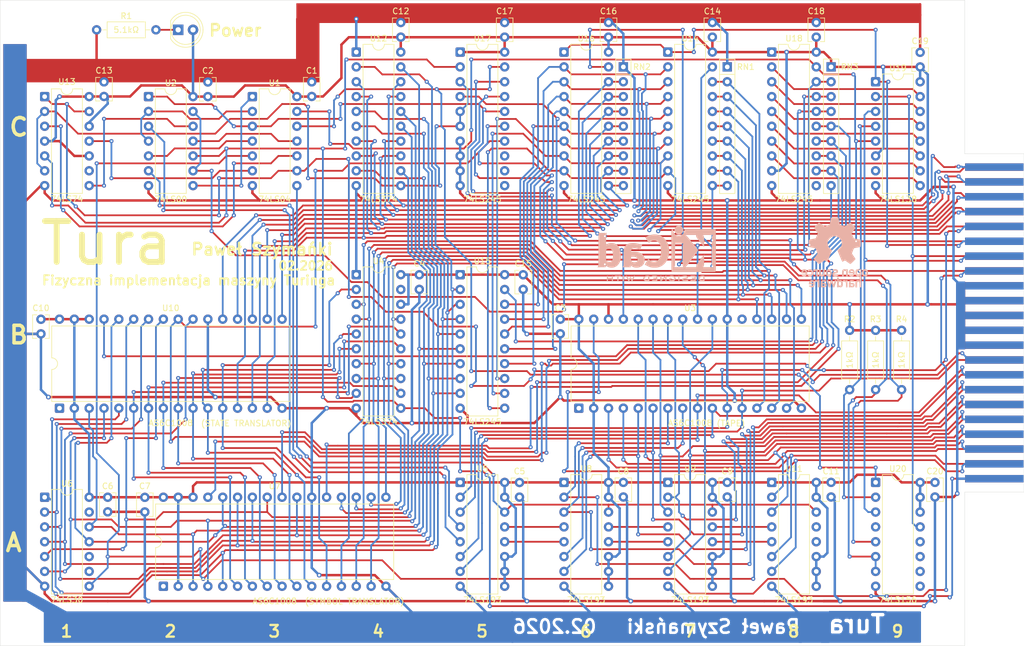
<source format=kicad_pcb>
(kicad_pcb (version 20241229) (generator "pcbnew") (generator_version "9.0")
  (layers (0 "F.Cu" signal) (2 "B.Cu" signal) (13 "F.Paste" user) (15 "B.Paste" user) (5 "F.SilkS" user "F.Silkscreen") (7 "B.SilkS" user "B.Silkscreen") (1 "F.Mask" user) (3 "B.Mask" user) (25 "Edge.Cuts" user))
  (net 0 "")
  (net 1 "GND")
  (net 2 "+5V")
  (net 3 "/Control signal buffers/QR_~{OE}")
  (net 4 "/HP_EN_CLK")
  (net 5 "Net-(U1-Pad1)")
  (net 6 "HP_EN")
  (net 7 "~{FINISH_STATE}")
  (net 8 "Net-(U1-Pad11)")
  (net 11 "~{PROGRAM}")
  (net 12 "D_{6}")
  (net 13 "D_{2}")
  (net 14 "D_{0}")
  (net 15 "D_{5}")
  (net 16 "~{RESET}")
  (net 17 "D_{1}")
  (net 18 "DDIR")
  (net 19 "D_{3}")
  (net 20 "D_{4}")
  (net 21 "D_{7}")
  (net 23 "T_~{WE}_E")
  (net 24 "T_~{OE}_E")
  (net 25 "STT_~{WE}_E")
  (net 26 "SYT_~{WE}_E")
  (net 27 "QR_~{OE}_E")
  (net 28 "STT_~{OE}_E")
  (net 29 "SYT_~{OE}_E")
  (net 30 "Net-(U13A-C)")
  (net 33 "Net-(U8-~{BO})")
  (net 34 "Net-(U8-~{CO})")
  (net 35 "Net-(U11-UP)")
  (net 36 "Net-(U11-DOWN)")
  (net 40 "~{DT}")
  (net 41 "~{SYMB_BUF}")
  (net 46 "CLK")
  (net 47 "S_{4}")
  (net 48 "S_{0}")
  (net 49 "S_{2}")
  (net 50 "S_{6}")
  (net 51 "S_{1}")
  (net 52 "DIR_B")
  (net 53 "S_{3}")
  (net 54 "S_{5}")
  (net 55 "Q_{5}")
  (net 56 "Q_{6}")
  (net 57 "Q_{3}")
  (net 58 "Q_{2}")
  (net 59 "Q_{4}")
  (net 60 "Q_{7}")
  (net 61 "Q_{0}")
  (net 62 "Q_{1}")
  (net 63 "SYT_~{WE}")
  (net 64 "STT_~{WE}")
  (net 65 "T_~{WE}")
  (net 66 "STT_~{OE}")
  (net 67 "T_~{OE}")
  (net 68 "DIR")
  (net 69 "SYT_~{OE}")
  (net 70 "~{OPERATE}")
  (net 71 "/RESET")
  (net 72 "Net-(U1-Pad4)")
  (net 73 "/DIR_UP")
  (net 74 "/DIR_DOWN")
  (net 75 "SR_WR")
  (net 76 "H_{14}")
  (net 77 "H_{2}")
  (net 78 "H_{15}")
  (net 79 "H_{0}")
  (net 80 "H_{8}")
  (net 81 "H_{7}")
  (net 82 "H_{13}")
  (net 83 "H_{3}")
  (net 84 "H_{9}")
  (net 85 "H_{5}")
  (net 86 "H_{1}")
  (net 87 "H_{12}")
  (net 88 "H_{6}")
  (net 89 "H_{10}")
  (net 90 "H_{11}")
  (net 91 "H_{4}")
  (net 92 "Net-(U5-~{BO})")
  (net 93 "Net-(U5-~{CO})")
  (net 94 "SR_{3}")
  (net 95 "SR_{4}")
  (net 96 "SR_{6}")
  (net 97 "SR_{2}")
  (net 98 "SR_{0}")
  (net 99 "SR_{5}")
  (net 100 "SR_{1}")
  (net 101 "QR_{7}")
  (net 102 "QR_{6}")
  (net 103 "QR_{4}")
  (net 104 "QR_{5}")
  (net 105 "QR_{3}")
  (net 106 "QR_{1}")
  (net 107 "QR_{0}")
  (net 108 "QR_{2}")
  (net 109 "Net-(D1-K)")
  (net 110 "~{STAT_BUF}")
  (net 111 "Net-(U13B-C)")
  (net 112 "/Execution State & Power/CLK_EN")
  (net 113 "CS_{0}")
  (net 114 "CS_{1}")
  (footprint "Package_DIP:DIP-32_W15.24mm" (layer "F.Cu") (at 124.46 86.36 90)
    (property "Reference" "U3")
    (property "Value" "AS6C1008")
  )
  (footprint "Capacitor_THT:C_Disc_D3.8mm_W2.6mm_P2.50mm" (layer "F.Cu") (at 50.165 101.62 -90)
    (property "Reference" "C7")
    (property "Value" "100nF" (hide yes))
  )
  (footprint "Package_DIP:DIP-16_W7.62mm" (layer "F.Cu") (at 104.14 99.06)
    (property "Reference" "U5")
    (property "Value" "74LS193")
  )
  (footprint "Package_DIP:DIP-20_W7.62mm" (layer "F.Cu") (at 121.92 25.4)
    (property "Reference" "U16")
    (property "Value" "74LS245")
  )
  (footprint "Capacitor_THT:C_Disc_D3.8mm_W2.6mm_P2.50mm" (layer "F.Cu") (at 114.935 63.52 -90)
    (property "Reference" "C15")
    (property "Value" "100nF" (hide yes))
  )
  (footprint "Package_DIP:DIP-14_W7.62mm" (layer "F.Cu") (at 33.02 101.6)
    (property "Reference" "U6")
    (property "Value" "74LS30")
  )
  (footprint "Resistor_THT:R_Axial_DIN0207_L6.3mm_D2.5mm_P10.16mm_Horizontal" (layer "F.Cu") (at 175.26 83.185 90)
    (property "Reference" "R3")
    (property "Value" "1kΩ")
  )
  (footprint "Package_DIP:DIP-32_W15.24mm" (layer "F.Cu") (at 53.34 116.84 90)
    (property "Reference" "U7")
    (property "Value" "AS6C1008")
  )
  (footprint "Resistor_THT:R_Array_SIP9" (layer "F.Cu") (at 167.64 27.94 -90)
    (property "Reference" "RN3")
    (property "Value" "1kΩ")
  )
  (footprint "Package_DIP:DIP-14_W7.62mm" (layer "F.Cu") (at 68.58 33.02)
    (property "Reference" "U1")
    (property "Value" "74LS04")
  )
  (footprint "Package_DIP:DIP-20_W7.62mm" (layer "F.Cu") (at 86.36 25.4)
    (property "Reference" "U12")
    (property "Value" "74LS374")
  )
  (footprint "Package_DIP:DIP-16_W7.62mm" (layer "F.Cu") (at 139.7 99.06)
    (property "Reference" "U9")
    (property "Value" "74LS193")
  )
  (footprint "Capacitor_THT:C_Disc_D3.8mm_W2.6mm_P2.50mm" (layer "F.Cu") (at 167.64 99.06 -90)
    (property "Reference" "C11")
    (property "Value" "100nF" (hide yes))
  )
  (footprint "Connector_Edge:Connector_Edge_2x22pin_odd" (layer "F.Cu") (at 195.58 45.085)
    (property "Reference" "J1" (hide yes))
    (property "Value" "External Interface" (hide yes))
    (fp_line (start 5.08 -2.286) (end -5.08 -2.286) (stroke (width 0.05)) (layer "Edge.Cuts"))
    (fp_line (start 5.08 -2.286) (end 5.08 55.626) (stroke (width 0.05)) (layer "Edge.Cuts"))
    (fp_line (start 5.08 55.626) (end -5.08 55.626) (stroke (width 0.05)) (layer "Edge.Cuts"))
  )
  (footprint "Resistor_THT:R_Axial_DIN0207_L6.3mm_D2.5mm_P10.16mm_Horizontal" (layer "F.Cu") (at 170.815 83.185 90)
    (property "Reference" "R2")
    (property "Value" "1kΩ")
  )
  (footprint "Capacitor_THT:C_Disc_D3.8mm_W2.6mm_P2.50mm" (layer "F.Cu") (at 43.815 101.6 -90)
    (property "Reference" "C6")
    (property "Value" "100nF" (hide yes))
  )
  (footprint "Capacitor_THT:C_Disc_D3.8mm_W2.6mm_P2.50mm" (layer "F.Cu") (at 93.98 22.84 90)
    (property "Reference" "C12")
    (property "Value" "100nF" (hide yes))
  )
  (footprint "MountingHole:MountingHole_3.2mm_M3" (layer "F.Cu") (at 29.21 123.19)
    (property "Reference" "REF**" (hide yes))
    (property "Value" "MountingHole_3.2mm_M3" (hide yes))
  )
  (footprint "LED_THT:LED_D5.0mm" (layer "F.Cu") (at 55.875 21.59)
    (property "Reference" "D1" (hide yes))
    (property "Value" "Power LED" (hide yes))
  )
  (footprint "Package_DIP:DIP-14_W7.62mm" (layer "F.Cu") (at 33.02 33.02)
    (property "Reference" "U13")
    (property "Value" "74LS74")
  )
  (footprint "Capacitor_THT:C_Disc_D3.8mm_W2.6mm_P2.50mm" (layer "F.Cu") (at 185.42 99.06 -90)
    (property "Reference" "C20")
    (property "Value" "100nF" (hide yes))
  )
  (footprint "Package_DIP:DIP-20_W7.62mm" (layer "F.Cu") (at 104.14 25.4)
    (property "Reference" "U17")
    (property "Value" "74LS245")
  )
  (footprint "Capacitor_THT:C_Disc_D3.8mm_W2.6mm_P2.50mm" (layer "F.Cu") (at 147.32 22.84 90)
    (property "Reference" "C14")
    (property "Value" "100nF" (hide yes))
  )
  (footprint "Capacitor_THT:C_Disc_D3.8mm_W2.6mm_P2.50mm" (layer "F.Cu") (at 97.155 63.52 -90)
    (property "Reference" "C4")
    (property "Value" "100nF" (hide yes))
  )
  (footprint "Capacitor_THT:C_Disc_D3.8mm_W2.6mm_P2.50mm" (layer "F.Cu") (at 165.1 22.84 90)
    (property "Reference" "C18")
    (property "Value" "100nF" (hide yes))
  )
  (footprint "Package_DIP:DIP-20_W7.62mm" (layer "F.Cu") (at 139.7 25.4)
    (property "Reference" "U14")
    (property "Value" "74LS245")
  )
  (footprint "Capacitor_THT:C_Disc_D3.8mm_W2.6mm_P2.50mm" (layer "F.Cu") (at 182.88 27.94 90)
    (property "Reference" "C19")
    (property "Value" "100nF" (hide yes))
  )
  (footprint "Capacitor_THT:C_Disc_D3.8mm_W2.6mm_P2.50mm" (layer "F.Cu") (at 60.96 33.02 90)
    (property "Reference" "C2")
    (property "Value" "100nF" (hide yes))
  )
  (footprint "Resistor_THT:R_Axial_DIN0207_L6.3mm_D2.5mm_P10.16mm_Horizontal" (layer "F.Cu") (at 41.91 21.59)
    (property "Reference" "R1")
    (property "Value" "5.1kΩ")
  )
  (footprint "Package_DIP:DIP-16_W7.62mm" (layer "F.Cu") (at 175.26 99.06)
    (property "Reference" "U20")
    (property "Value" "74LS156")
  )
  (footprint "Capacitor_THT:C_Disc_D3.8mm_W2.6mm_P2.50mm" (layer "F.Cu") (at 132.08 99.06 -90)
    (property "Reference" "C8")
    (property "Value" "100nF" (hide yes))
  )
  (footprint "MountingHole:MountingHole_3.2mm_M3" (layer "F.Cu") (at 186.69 123.19)
    (property "Reference" "REF**" (hide yes))
    (property "Value" "MountingHole_3.2mm_M3" (hide yes))
  )
  (footprint "MountingHole:MountingHole_3.2mm_M3" (layer "F.Cu") (at 186.69 20.32)
    (property "Reference" "REF**" (hide yes))
    (property "Value" "MountingHole_3.2mm_M3" (hide yes))
  )
  (footprint "Resistor_THT:R_Array_SIP9" (layer "F.Cu") (at 149.86 27.94 -90)
    (property "Reference" "RN1")
    (property "Value" "1kΩ")
  )
  (footprint "Package_DIP:DIP-20_W7.62mm" (layer "F.Cu") (at 104.14 63.5)
    (property "Reference" "U15")
    (property "Value" "74LS245")
  )
  (footprint "Resistor_THT:R_Array_SIP9" (layer "F.Cu") (at 132.08 27.94 -90)
    (property "Reference" "RN2")
    (property "Value" "1kΩ")
  )
  (footprint "Capacitor_THT:C_Disc_D3.8mm_W2.6mm_P2.50mm" (layer "F.Cu") (at 121.285 71.12 -90)
    (property "Reference" "C3")
    (property "Value" "100nF" (hide yes))
  )
  (footprint "Package_DIP:DIP-16_W7.62mm" (layer "F.Cu") (at 121.92 99.06)
    (property "Reference" "U8")
    (property "Value" "74LS193")
  )
  (footprint "Resistor_THT:R_Axial_DIN0207_L6.3mm_D2.5mm_P10.16mm_Horizontal" (layer "F.Cu") (at 179.705 83.185 90)
    (property "Reference" "R4")
    (property "Value" "1kΩ")
  )
  (footprint "Capacitor_THT:C_Disc_D3.8mm_W2.6mm_P2.50mm" (layer "F.Cu") (at 114.3 99.08 -90)
    (property "Reference" "C5")
    (property "Value" "100nF" (hide yes))
  )
  (footprint "Capacitor_THT:C_Disc_D3.8mm_W2.6mm_P2.50mm" (layer "F.Cu") (at 78.74 33 90)
    (property "Reference" "C1")
    (property "Value" "100nF" (hide yes))
  )
  (footprint "Package_DIP:DIP-16_W7.62mm" (layer "F.Cu") (at 175.26 30.48)
    (property "Reference" "U19")
    (property "Value" "74LS138")
  )
  (footprint "Package_DIP:DIP-16_W7.62mm" (layer "F.Cu") (at 157.48 99.06)
    (property "Reference" "U11")
    (property "Value" "74LS193")
  )
  (footprint "Package_DIP:DIP-20_W7.62mm" (layer "F.Cu") (at 86.36 63.5)
    (property "Reference" "U4")
    (property "Value" "74LS374")
  )
  (footprint "Capacitor_THT:C_Disc_D3.8mm_W2.6mm_P2.50mm" (layer "F.Cu") (at 111.76 22.84 90)
    (property "Reference" "C17")
    (property "Value" "100nF" (hide yes))
  )
  (footprint "Capacitor_THT:C_Disc_D3.8mm_W2.6mm_P2.50mm" (layer "F.Cu") (at 149.86 99.06 -90)
    (property "Reference" "C9")
    (property "Value" "100nF" (hide yes))
  )
  (footprint "Package_DIP:DIP-20_W7.62mm" (layer "F.Cu") (at 157.48 25.4)
    (property "Reference" "U18")
    (property "Value" "74LS245")
  )
  (footprint "Package_DIP:DIP-14_W7.62mm" (layer "F.Cu") (at 50.8 33.02)
    (property "Reference" "U2")
    (property "Value" "74LS00")
  )
  (footprint "Package_DIP:DIP-32_W15.24mm" (layer "F.Cu") (at 35.56 86.36 90)
    (property "Reference" "U10")
    (property "Value" "AS6C1008")
  )
  (footprint "Capacitor_THT:C_Disc_D3.8mm_W2.6mm_P2.50mm" (layer "F.Cu") (at 43.18 33 90)
    (property "Reference" "C13")
    (property "Value" "100nF" (hide yes))
  )
  (footprint "Capacitor_THT:C_Disc_D3.8mm_W2.6mm_P2.50mm" (layer "F.Cu") (at 32.385 71.14 -90)
    (property "Reference" "C10")
    (property "Value" "100nF" (hide yes))
  )
  (footprint "Capacitor_THT:C_Disc_D3.8mm_W2.6mm_P2.50mm" (layer "F.Cu") (at 129.54 22.84 90)
    (property "Reference" "C16")
    (property "Value" "100nF" (hide yes))
  )
  (footprint "MountingHole:MountingHole_3.2mm_M3" (layer "F.Cu") (at 29.21 20.32)
    (property "Reference" "REF**" (hide yes))
    (property "Value" "MountingHole_3.2mm_M3" (hide yes))
  )
  (footprint "Symbol:OSHW-Logo_11.4x12mm_SilkScreen" (layer "B.Cu") (at 168.275 59.69 180)
    (property "Reference" "REF**" (hide yes))
    (property "Value" "OSHW-Logo_11.4x12mm_SilkScreen" (hide yes))
  )
  (footprint "Symbol:KiCad-Logo2_8mm_SilkScreen" (layer "B.Cu") (at 137.795 59.055 180)
    (property "Reference" "REF**" (hide yes))
    (property "Value" "KiCad-Logo2_8mm_SilkScreen" (hide yes))
  )
  (gr_rect (start 26.035 24.13) (end 29.845 119.38) (stroke (width 0.2)) (fill yes) (layer "F.Cu") (net 1))
  (gr_rect (start 76.2 17.145) (end 182.88 20.32) (stroke (width 0.2)) (fill yes) (layer "F.Cu") (net 1))
  (gr_rect (start 189.23 64.77) (end 190.5 76.2) (stroke (width 0.2)) (fill yes) (layer "F.Cu") (net 2))
  (gr_poly (pts (xy 29.159666 30.48) (xy 79.959666 30.48) (xy 79.959666 19.685) (xy 76.149666 19.685) (xy 76.149666 26.67) (xy 29.159666 26.67)) (stroke (width 0.2)) (fill yes) (layer "F.Cu") (net 1))
  (gr_rect (start 162.179 121.285) (end 167.259 126.365) (stroke (width 0.3)) (fill yes) (layer "B.Cu") (net 1))
  (gr_rect (start 189.23 64.77) (end 190.5 76.2) (stroke (width 0.2)) (fill yes) (layer "B.Cu") (net 1))
  (gr_rect (start 33.02 121.285) (end 113.157 126.365) (stroke (width 0.3)) (fill yes) (layer "B.Cu") (net 1))
  (gr_rect (start 177.165 121.285) (end 182.88 126.365) (stroke (width 0.3)) (fill yes) (layer "B.Cu") (net 1))
  (gr_rect (start 113.03 125.984) (end 162.56 126.365) (stroke (width 0.3)) (fill yes) (layer "B.Cu") (net 1))
  (gr_rect (start 165.989 125.095) (end 177.038 126.365) (stroke (width 0.3)) (fill yes) (layer "B.Cu") (net 1))
  (gr_rect (start 26.035 24.13) (end 29.845 119.38) (stroke (width 0.2)) (fill yes) (layer "B.Cu") (net 1))
  (gr_poly (pts (xy 29.21 119.38) (xy 29.845 119.38) (xy 33.02 121.285) (xy 33.02 121.92) (xy 36.83 121.92) (xy 36.83 121.285) (xy 29.845 117.475) (xy 29.21 117.475)) (stroke (width 0.2)) (fill yes) (layer "B.Cu") (net 1))
  (gr_rect (start 113.03 121.285) (end 162.56 121.92) (stroke (width 0.3)) (fill yes) (layer "B.Cu") (net 1))
  (gr_line (start 190.5 16.51) (end 190.5 42.799) (stroke (width 0.05)) (layer "Edge.Cuts"))
  (gr_line (start 190.5 127) (end 190.5 100.711) (stroke (width 0.05)) (layer "Edge.Cuts"))
  (gr_line (start 25.4 16.51) (end 190.5 16.51) (stroke (width 0.05)) (layer "Edge.Cuts"))
  (gr_line (start 25.4 127) (end 190.5 127) (stroke (width 0.05)) (layer "Edge.Cuts"))
  (gr_line (start 25.4 16.51) (end 25.4 127) (stroke (width 0.05)) (layer "Edge.Cuts"))
  (gr_text "Tura" (at 177.165 125.095 0) (layer "B.Cu" knockout) (effects (font (size 3 3) (thickness 0.6) (bold yes)) (justify left bottom mirror)))
  (gr_text "Paweł Szymański   02.2026" (at 162.56 125.095 0) (layer "B.Cu" knockout) (effects (font (size 2.3 2.3) (thickness 0.46) (bold yes)) (justify left bottom mirror)))
  (gr_text "C" (at 26.67 40.005 0) (layer "F.SilkS") (effects (font (size 3 3) (thickness 0.6) (bold yes)) (justify left bottom)))
  (gr_text "(SYMBOL TRANSLATOR)" (at 77.47 120.015 0) (layer "F.SilkS") (effects (font (size 1 1)) (justify left bottom)))
  (gr_text "8" (at 160.02 125.73 0) (layer "F.SilkS") (effects (font (size 2 2) (thickness 0.4) (bold yes)) (justify left bottom)))
  (gr_text "(TAPE)" (at 147.955 89.535 0) (layer "F.SilkS") (effects (font (size 1 1)) (justify left bottom)))
  (gr_text "A" (at 26.035 111.125 0) (layer "F.SilkS") (effects (font (size 3 3) (thickness 0.6) (bold yes)) (justify left bottom)))
  (gr_text "B" (at 26.67 75.565 0) (layer "F.SilkS") (effects (font (size 3 3) (thickness 0.6) (bold yes)) (justify left bottom)))
  (gr_text "02.2026" (at 82.55 62.865 0) (layer "F.SilkS") (effects (font (size 1.5 1.5) (thickness 0.3) (bold yes)) (justify right bottom)))
  (gr_text "4" (at 88.9 125.73 0) (layer "F.SilkS") (effects (font (size 2 2) (thickness 0.4) (bold yes)) (justify left bottom)))
  (gr_text "5" (at 106.68 125.73 0) (layer "F.SilkS") (effects (font (size 2 2) (thickness 0.4) (bold yes)) (justify left bottom)))
  (gr_text "7" (at 142.24 125.73 0) (layer "F.SilkS") (effects (font (size 2 2) (thickness 0.4) (bold yes)) (justify left bottom)))
  (gr_text "9\n" (at 177.8 125.73 0) (layer "F.SilkS") (effects (font (size 2 2) (thickness 0.4) (bold yes)) (justify left bottom)))
  (gr_text "2" (at 53.34 125.73 0) (layer "F.SilkS") (effects (font (size 2 2) (thickness 0.4) (bold yes)) (justify left bottom)))
  (gr_text "(STATE TRANSLATOR)" (at 59.69 89.535 0) (layer "F.SilkS") (effects (font (size 1 1)) (justify left bottom)))
  (gr_text "Fizyczna implementacja maszyny Turinga" (at 32.385 65.405 0) (layer "F.SilkS") (effects (font (size 1.6 1.6) (thickness 0.32) (bold yes)) (justify left bottom)))
  (gr_text "1" (at 35.56 125.73 0) (layer "F.SilkS") (effects (font (size 2 2) (thickness 0.4) (bold yes)) (justify left bottom)))
  (gr_text "3" (at 71.12 125.73 0) (layer "F.SilkS") (effects (font (size 2 2) (thickness 0.4) (bold yes)) (justify left bottom)))
  (gr_text "Power" (at 60.96 22.86 0) (layer "F.SilkS") (effects (font (size 2 2) (thickness 0.4) (bold yes)) (justify left bottom)))
  (gr_text "6" (at 124.46 125.73 0) (layer "F.SilkS") (effects (font (size 2 2) (thickness 0.4) (bold yes)) (justify left bottom)))
  (gr_text "Paweł Szymańki" (at 82.55 60.325 0) (layer "F.SilkS") (effects (font (size 2 2) (thickness 0.4) (bold yes)) (justify right bottom)))
  (gr_text "Tura" (at 31.75 62.23 0) (layer "F.SilkS") (effects (font (size 7 7) (thickness 1)) (justify left bottom)))
  (segment (start 121.92 119.38) (end 124.46 119.38) (width 0.42) (layer "F.Cu") (net 1))
  (segment (start 176.53 119.38) (end 175.26 118.11) (width 0.42) (layer "F.Cu") (net 1))
  (segment (start 33.655 84.455) (end 62.23 84.455) (width 0.42) (layer "F.Cu") (net 1))
  (segment (start 139.7 119.38) (end 151.13 119.38) (width 0.42) (layer "F.Cu") (net 1))
  (segment (start 104.14 49.53) (end 104.14 48.26) (width 0.42) (layer "F.Cu") (net 1))
  (segment (start 123.19 50.8) (end 133.985 50.8) (width 0.42) (layer "F.Cu") (net 1))
  (segment (start 87.63 50.8) (end 86.36 49.53) (width 0.42) (layer "F.Cu") (net 1))
  (segment (start 105.41 50.8) (end 104.14 49.53) (width 0.42) (layer "F.Cu") (net 1))
  (segment (start 182.88 25.44) (end 182.88 19.05) (width 0.42) (layer "F.Cu") (net 1))
  (segment (start 80.01 114.935) (end 89.535 114.935) (width 0.42) (layer "F.Cu") (net 1))
  (segment (start 27.6225 32.7025) (end 27.6225 71.755) (width 0.42) (layer "F.Cu") (net 1))
  (segment (start 41.91 21.59) (end 41.91 27.305) (width 0.42) (layer "F.Cu") (net 1))
  (segment (start 71.755 84.455) (end 73.66 86.36) (width 0.42) (layer "F.Cu") (net 1))
  (segment (start 68.58 49.53) (end 69.85 50.8) (width 0.42) (layer "F.Cu") (net 1))
  (segment (start 86.36 87.63) (end 85.09 86.36) (width 0.42) (layer "F.Cu") (net 1))
  (segment (start 86.36 49.53) (end 86.36 48.26) (width 0.42) (layer "F.Cu") (net 1))
  (segment (start 166.37 119.38) (end 169.2275 119.38) (width 0.42) (layer "F.Cu") (net 1))
  (segment (start 149.86 50.8) (end 158.75 50.8) (width 0.42) (layer "F.Cu") (net 1))
  (segment (start 149.86 50.8) (end 133.985 50.8) (width 0.42) (layer "F.Cu") (net 1))
  (segment (start 175.26 49.53) (end 176.53 50.8) (width 0.42) (layer "F.Cu") (net 1))
  (segment (start 43.815 104.1) (end 50.145 104.1) (width 0.42) (layer "F.Cu") (net 1))
  (segment (start 115.57 119.38) (end 121.92 119.38) (width 0.42) (layer "F.Cu") (net 1))
  (segment (start 157.48 49.53) (end 158.75 50.8) (width 0.42) (layer "F.Cu") (net 1))
  (segment (start 182.88 19.05) (end 182.88 17.221) (width 0.42) (layer "F.Cu") (net 1))
  (segment (start 139.7 116.84) (end 142.24 119.38) (width 0.42) (layer "F.Cu") (net 1))
  (segment (start 33.02 48.26) (end 32.385 48.26) (width 0.42) (layer "F.Cu") (net 1))
  (segment (start 52.07 50.8) (end 50.8 49.53) (width 0.42) (layer "F.Cu") (net 1))
  (segment (start 92.71 119.38) (end 50.8 119.38) (width 0.42) (layer "F.Cu") (net 1))
  (segment (start 87.63 88.9) (end 86.36 87.63) (width 0.42) (layer "F.Cu") (net 1))
  (segment (start 33.02 118.11) (end 33.02 116.84) (width 0.42) (layer "F.Cu") (net 1))
  (segment (start 104.14 116.84) (end 106.68 119.38) (width 0.42) (layer "F.Cu") (net 1))
  (segment (start 151.13 119.38) (end 156.21 119.38) (width 0.42) (layer "F.Cu") (net 1))
  (segment (start 95.885 88.9) (end 87.63 88.9) (width 0.42) (layer "F.Cu") (net 1))
  (segment (start 176.53 50.8) (end 182.88 50.8) (width 0.42) (layer "F.Cu") (net 1))
  (segment (start 133.35 119.38) (end 139.7 119.38) (width 0.42) (layer "F.Cu") (net 1))
  (segment (start 105.41 87.63) (end 105.41 88.9) (width 0.42) (layer "F.Cu") (net 1))
  (segment (start 161.249 85.049) (end 162.56 86.36) (width 0.42) (layer "F.Cu") (net 1))
  (segment (start 175.26 48.26) (end 175.26 49.53) (width 0.42) (layer "F.Cu") (net 1))
  (segment (start 156.21 119.38) (end 158.115 119.38) (width 0.42) (layer "F.Cu") (net 1))
  (segment (start 123.19 50.8) (end 105.41 50.8) (width 0.42) (layer "F.Cu") (net 1))
  (segment (start 29.5075 73.64) (end 27.6225 71.755) (width 0.42) (layer "F.Cu") (net 1))
  (segment (start 34.29 119.38) (end 33.02 118.11) (width 0.42) (layer "F.Cu") (net 1))
  (segment (start 182.88 50.8) (end 185.205 48.475) (width 0.42) (layer "F.Cu") (net 1))
  (segment (start 165.735 50.8) (end 176.53 50.8) (width 0.42) (layer "F.Cu") (net 1))
  (segment (start 68.58 48.26) (end 68.58 49.53) (width 0.42) (layer "F.Cu") (net 1))
  (segment (start 43.815 119.38) (end 34.29 119.38) (width 0.42) (layer "F.Cu") (net 1))
  (segment (start 115.57 73.66) (end 115.61 73.62) (width 0.42) (layer "F.Cu") (net 1))
  (segment (start 121.92 49.53) (end 123.19 50.8) (width 0.42) (layer "F.Cu") (net 1))
  (segment (start 81.28 86.36) (end 85.09 86.36) (width 0.42) (layer "F.Cu") (net 1))
  (segment (start 166.37 119.38) (end 176.53 119.38) (width 0.42) (layer "F.Cu") (net 1))
  (segment (start 121.92 48.26) (end 121.92 49.53) (width 0.42) (layer "F.Cu") (net 1))
  (segment (start 115.61 73.62) (end 121.285 73.62) (width 0.42) (layer "F.Cu") (net 1))
  (segment (start 32.385 48.26) (end 27.6225 53.0225) (width 0.42) (layer "F.Cu") (net 1))
  (segment (start 69.85 50.8) (end 52.07 50.8) (width 0.42) (layer "F.Cu") (net 1))
  (segment (start 27.6225 111.4425) (end 27.6225 71.755) (width 0.42) (layer "F.Cu") (net 1))
  (segment (start 33.02 49.53) (end 33.02 48.26) (width 0.42) (layer "F.Cu") (net 1))
  (segment (start 158.75 50.8) (end 165.735 50.8) (width 0.42) (layer "F.Cu") (net 1))
  (segment (start 157.48 48.26) (end 157.48 49.53) (width 0.42) (layer "F.Cu") (net 1))
  (segment (start 104.14 86.36) (end 105.41 87.63) (width 0.42) (layer "F.Cu") (net 1))
  (segment (start 182.88 19.05) (end 129.54 19.05) (width 0.42) (layer "F.Cu") (net 1))
  (segment (start 175.26 118.11) (end 175.26 116.84) (width 0.42) (layer "F.Cu") (net 1))
  (segment (start 91.44 116.84) (end 93.98 119.38) (width 0.42) (layer "F.Cu") (net 1))
  (segment (start 188.635 101.56) (end 189.23 100.965) (width 0.42) (layer "F.Cu") (net 1))
  (segment (start 185.205 48.475) (end 188.595 48.475) (width 0.42) (layer "F.Cu") (net 1))
  (segment (start 129.54 19.05) (end 129.2225 18.7325) (width 0.42) (layer "F.Cu") (net 1))
  (segment (start 105.41 50.8) (end 87.63 50.8) (width 0.42) (layer "F.Cu") (net 1))
  (segment (start 32.385 73.64) (end 29.5075 73.64) (width 0.42) (layer "F.Cu") (net 1))
  (segment (start 121.285 84.455) (end 121.879 85.049) (width 0.42) (layer "F.Cu") (net 1))
  (segment (start 105.41 88.9) (end 116.84 88.9) (width 0.42) (layer "F.Cu") (net 1))
  (segment (start 139.7 48.26) (end 139.7 49.53) (width 0.42) (layer "F.Cu") (net 1))
  (segment (start 121.879 85.049) (end 161.249 85.049) (width 0.42) (layer "F.Cu") (net 1))
  (segment (start 52.07 50.8) (end 34.29 50.8) (width 0.42) (layer "F.Cu") (net 1))
  (segment (start 50.8 49.53) (end 50.8 48.26) (width 0.42) (layer "F.Cu") (net 1))
  (segment (start 93.98 119.38) (end 92.71 119.38) (width 0.42) (layer "F.Cu") (net 1))
  (segment (start 62.23 84.455) (end 71.755 84.455) (width 0.42) (layer "F.Cu") (net 1))
  (segment (start 139.7 49.53) (end 140.97 50.8) (width 0.42) (layer "F.Cu") (net 1))
  (segment (start 106.68 119.38) (end 93.98 119.38) (width 0.42) (layer "F.Cu") (net 1))
  (segment (start 124.46 119.38) (end 133.35 119.38) (width 0.42) (layer "F.Cu") (net 1))
  (segment (start 121.92 116.84) (end 124.46 119.38) (width 0.42) (layer "F.Cu") (net 1))
  (segment (start 87.63 50.8) (end 69.85 50.8) (width 0.42) (layer "F.Cu") (net 1))
  (segment (start 157.48 116.84) (end 160.02 119.38) (width 0.42) (layer "F.Cu") (net 1))
  (segment (start 33.02 116.84) (end 27.6225 111.4425) (width 0.42) (layer "F.Cu") (net 1))
  (segment (start 176.53 119.38) (end 181.61 119.38) (width 0.42) (layer "F.Cu") (net 1))
  (segment (start 50.8 119.38) (end 43.815 119.38) (width 0.42) (layer "F.Cu") (net 1))
  (segment (start 158.115 119.38) (end 166.37 119.38) (width 0.42) (layer "F.Cu") (net 1))
  (segment (start 106.68 119.38) (end 115.57 119.38) (width 0.42) (layer "F.Cu") (net 1))
  (segment (start 86.36 87.63) (end 86.36 86.36) (width 0.42) (layer "F.Cu") (net 1))
  (segment (start 34.29 50.8) (end 33.02 49.53) (width 0.42) (layer "F.Cu") (net 1))
  (segment (start 81.28 86.36) (end 73.66 86.36) (width 0.42) (layer "F.Cu") (net 1))
  (segment (start 116.84 88.9) (end 121.285 84.455) (width 0.42) (layer "F.Cu") (net 1))
  (segment (start 185.42 101.56) (end 188.635 101.56) (width 0.42) (layer "F.Cu") (net 1))
  (segment (start 105.41 88.9) (end 95.885 88.9) (width 0.42) (layer "F.Cu") (net 1))
  (segment (start 89.535 114.935) (end 91.44 116.84) (width 0.42) (layer "F.Cu") (net 1))
  (segment (start 181.61 119.38) (end 185.42 119.38) (width 0.42) (layer "F.Cu") (net 1))
  (segment (start 50.145 104.1) (end 50.165 104.12) (width 0.42) (layer "F.Cu") (net 1))
  (via (at 151.13 119.38) (size 0.8) (drill 0.4) (layers "F.Cu" "B.Cu") (net 1))
  (via (at 81.28 86.36) (size 0.8) (drill 0.4) (layers "F.Cu" "B.Cu") (net 1))
  (via (at 189.23 100.965) (size 0.8) (drill 0.4) (layers "F.Cu" "B.Cu") (net 1))
  (via (at 95.885 88.9) (size 0.8) (drill 0.4) (layers "F.Cu" "B.Cu") (net 1))
  (via (at 50.8 119.38) (size 0.8) (drill 0.4) (layers "F.Cu" "B.Cu") (net 1))
  (via (at 188.595 48.475) (size 0.8) (drill 0.4) (layers "F.Cu" "B.Cu") (net 1))
  (via (at 33.655 84.455) (size 0.8) (drill 0.4) (layers "F.Cu" "B.Cu") (net 1))
  (via (at 149.86 50.8) (size 0.8) (drill 0.4) (layers "F.Cu" "B.Cu") (net 1))
  (via (at 133.985 50.8) (size 0.8) (drill 0.4) (layers "F.Cu" "B.Cu") (net 1))
  (via (at 169.2275 119.38) (size 0.8) (drill 0.4) (layers "F.Cu" "B.Cu") (net 1))
  (via (at 133.35 119.38) (size 0.8) (drill 0.4) (layers "F.Cu" "B.Cu") (net 1))
  (via (at 151.13 85.049) (size 0.8) (drill 0.4) (layers "F.Cu" "B.Cu") (net 1))
  (via (at 86.36 19.725) (size 0.8) (drill 0.4) (layers "F.Cu" "B.Cu") (net 1))
  (via (at 115.57 73.66) (size 0.8) (drill 0.4) (layers "F.Cu" "B.Cu") (net 1))
  (via (at 115.57 119.38) (size 0.8) (drill 0.4) (layers "F.Cu" "B.Cu") (net 1))
  (via (at 185.42 119.38) (size 0.8) (drill 0.4) (layers "F.Cu" "B.Cu") (net 1))
  (via (at 80.01 114.935) (size 0.8) (drill 0.4) (layers "F.Cu" "B.Cu") (net 1))
  (via (at 121.285 84.455) (size 0.8) (drill 0.4) (layers "F.Cu" "B.Cu") (net 1))
  (via (at 62.23 84.455) (size 0.8) (drill 0.4) (layers "F.Cu" "B.Cu") (net 1))
  (segment (start 114.935 73.025) (end 115.57 73.66) (width 0.42) (layer "B.Cu") (net 1))
  (segment (start 126.820221 121.740221) (end 135.5725 121.740221) (width 0.42) (layer "B.Cu") (net 1))
  (segment (start 149.86 82.55) (end 149.86 71.12) (width 0.42) (layer "B.Cu") (net 1))
  (segment (start 133.985 29.845) (end 132.08 27.94) (width 0.42) (layer "B.Cu") (net 1))
  (segment (start 133.985 50.8) (end 133.985 29.845) (width 0.42) (layer "B.Cu") (net 1))
  (segment (start 78.74 113.665) (end 80.01 114.935) (width 0.42) (layer "B.Cu") (net 1))
  (segment (start 50.165 118.745) (end 50.8 119.38) (width 0.42) (layer "B.Cu") (net 1))
  (segment (start 169.2275 119.38) (end 168.275 118.4275) (width 0.42) (layer "B.Cu") (net 1))
  (segment (start 149.86 50.8) (end 149.86 71.12) (width 0.42) (layer "B.Cu") (net 1))
  (segment (start 32.385 83.185) (end 33.655 84.455) (width 0.42) (layer "B.Cu") (net 1))
  (segment (start 132.08 27.94) (end 132.08 22.265) (width 0.42) (layer "B.Cu") (net 1))
  (segment (start 91.44 116.84) (end 96.340221 121.740221) (width 0.42) (layer "B.Cu") (net 1))
  (segment (start 27.94 111.76) (end 27.94 71.755) (width 0.42) (layer "B.Cu") (net 1))
  (segment (start 121.92 116.84) (end 126.820221 121.740221) (width 0.42) (layer "B.Cu") (net 1))
  (segment (start 78.74 88.9) (end 81.28 86.36) (width 0.42) (layer "B.Cu") (net 1))
  (segment (start 188.595 48.475) (end 188.595 64.135) (width 0.42) (layer "B.Cu") (net 1))
  (segment (start 104.14 40.64) (end 104.14 48.26) (width 0.42) (layer "B.Cu") (net 1))
  (segment (start 114.3 101.58) (end 114.935 102.215) (width 0.42) (layer "B.Cu") (net 1))
  (segment (start 86.36 25.4) (end 86.36 19.725) (width 0.42) (layer "B.Cu") (net 1))
  (segment (start 78.74 101.6) (end 78.74 113.665) (width 0.42) (layer "B.Cu") (net 1))
  (segment (start 50.165 104.12) (end 50.165 118.745) (width 0.42) (layer "B.Cu") (net 1))
  (segment (start 139.7 116.84) (end 144.600221 121.740221) (width 0.42) (layer "B.Cu") (net 1))
  (segment (start 150.495 118.745) (end 151.13 119.38) (width 0.42) (layer "B.Cu") (net 1))
  (segment (start 151.13 83.82) (end 149.86 82.55) (width 0.42) (layer "B.Cu") (net 1))
  (segment (start 121.285 73.62) (end 121.285 84.455) (width 0.42) (layer "B.Cu") (net 1))
  (segment (start 150.495 102.195) (end 150.495 118.745) (width 0.42) (layer "B.Cu") (net 1))
  (segment (start 32.385 73.64) (end 29.825 73.64) (width 0.42) (layer "B.Cu") (net 1))
  (segment (start 33.02 116.84) (end 27.94 111.76) (width 0.42) (layer "B.Cu") (net 1))
  (segment (start 78.74 101.6) (end 78.74 88.9) (width 0.42) (layer "B.Cu") (net 1))
  (segment (start 132.715 118.745) (end 133.35 119.38) (width 0.42) (layer "B.Cu") (net 1))
  (segment (start 144.600221 121.740221) (end 162.375256 121.740221) (width 0.42) (layer "B.Cu") (net 1))
  (segment (start 114.935 118.745) (end 115.57 119.38) (width 0.42) (layer "B.Cu") (net 1))
  (segment (start 149.86 27.94) (end 149.86 22.245) (width 0.42) (layer "B.Cu") (net 1))
  (segment (start 95.885 69.5325) (end 97.155 68.2625) (width 0.42) (layer "B.Cu") (net 1))
  (segment (start 60.96 71.12) (end 60.96 83.185) (width 0.42) (layer "B.Cu") (net 1))
  (segment (start 162.375256 121.740221) (end 164.084 123.448965) (width 0.42) (layer "B.Cu") (net 1))
  (segment (start 149.86 101.56) (end 150.495 102.195) (width 0.42) (layer "B.Cu") (net 1))
  (segment (start 132.08 101.56) (end 132.715 102.195) (width 0.42) (layer "B.Cu") (net 1))
  (segment (start 86.36 48.26) (end 86.36 63.5) (width 0.42) (layer "B.Cu") (net 1))
  (segment (start 97.155 68.2625) (end 97.155 66.02) (width 0.42) (layer "B.Cu") (net 1))
  (segment (start 168.275 102.195) (end 167.64 101.56) (width 0.42) (layer "B.Cu") (net 1))
  (segment (start 164.084 123.444) (end 157.48 116.84) (width 0.42) (layer "B.Cu") (net 1))
  (segment (start 164.084 123.448965) (end 164.084 123.444) (width 0.42) (layer "B.Cu") (net 1))
  (segment (start 32.385 73.64) (end 32.385 83.185) (width 0.42) (layer "B.Cu") (net 1))
  (segment (start 132.08 22.265) (end 129.54 19.725) (width 0.42) (layer "B.Cu") (net 1))
  (segment (start 29.825 73.64) (end 27.94 71.755) (width 0.42) (layer "B.Cu") (net 1))
  (segment (start 185.42 119.38) (end 185.42 101.56) (width 0.42) (layer "B.Cu") (net 1))
  (segment (start 114.935 102.215) (end 114.935 118.745) (width 0.42) (layer "B.Cu") (net 1))
  (segment (start 149.86 22.245) (end 147.32 19.705) (width 0.42) (layer "B.Cu") (net 1))
  (segment (start 95.885 88.9) (end 95.885 69.5325) (width 0.42) (layer "B.Cu") (net 1))
  (segment (start 114.935 66.02) (end 114.935 73.025) (width 0.42) (layer "B.Cu") (net 1))
  (segment (start 189.23 64.77) (end 189.23 98.425) (width 0.42) (layer "B.Cu") (net 1))
  (segment (start 189.23 100.965) (end 189.23 98.425) (width 0.42) (layer "B.Cu") (net 1))
  (segment (start 60.96 83.185) (end 62.23 84.455) (width 0.42) (layer "B.Cu") (net 1))
  (segment (start 151.13 85.049) (end 151.13 83.82) (width 0.42) (layer "B.Cu") (net 1))
  (segment (start 188.595 64.135) (end 189.23 64.77) (width 0.42) (layer "B.Cu") (net 1))
  (segment (start 109.040221 121.740221) (end 104.14 116.84) (width 0.42) (layer "B.Cu") (net 1))
  (segment (start 195.58 98.425) (end 189.23 98.425) (width 0.42) (layer "B.Cu") (net 1))
  (segment (start 168.275 118.4275) (end 168.275 102.195) (width 0.42) (layer "B.Cu") (net 1))
  (segment (start 132.715 102.195) (end 132.715 118.745) (width 0.42) (layer "B.Cu") (net 1))
  (segment (start 96.340221 121.740221) (end 109.040221 121.740221) (width 0.42) (layer "B.Cu") (net 1))
  (segment (start 124.46 68.58) (end 121.285 68.58) (width 0.42) (layer "F.Cu") (net 2))
  (segment (start 160.02 25.4) (end 147.32 25.4) (width 0.42) (layer "F.Cu") (net 2))
  (segment (start 40.64 71.12) (end 35.56 71.12) (width 0.42) (layer "F.Cu") (net 2))
  (segment (start 124.46 68.58) (end 129.54 68.58) (width 0.42) (layer "F.Cu") (net 2))
  (segment (start 43.815 33) (end 40.66 33) (width 0.42) (layer "F.Cu") (net 2))
  (segment (start 93.98 23.495) (end 94.615 22.86) (width 0.42) (layer "F.Cu") (net 2))
  (segment (start 182.88 99.06) (end 179.705 99.06) (width 0.42) (layer "F.Cu") (net 2))
  (segment (start 111.76 25.4) (end 111.76 22.84) (width 0.42) (layer "F.Cu") (net 2))
  (segment (start 104.14 99.06) (end 59.055 99.06) (width 0.42) (layer "F.Cu") (net 2))
  (segment (start 65.405 33.02) (end 61.595 33.02) (width 0.42) (layer "F.Cu") (net 2))
  (segment (start 32.405 71.12) (end 32.385 71.14) (width 0.42) (layer "F.Cu") (net 2))
  (segment (start 116.205 22.86) (end 112.395 22.86) (width 0.42) (layer "F.Cu") (net 2))
  (segment (start 58.42 33.02) (end 61.595 33.02) (width 0.42) (layer "F.Cu") (net 2))
  (segment (start 129.54 71.12) (end 129.54 68.58) (width 0.42) (layer "F.Cu") (net 2))
  (segment (start 83.82 24.13) (end 85.09 22.86) (width 0.42) (layer "F.Cu") (net 2))
  (segment (start 165.1 25.4) (end 165.1 22.84) (width 0.42) (layer "F.Cu") (net 2))
  (segment (start 79.355 33.02) (end 79.375 33) (width 0.42) (layer "F.Cu") (net 2))
  (segment (start 185.42 99.06) (end 182.88 99.06) (width 0.42) (layer "F.Cu") (net 2))
  (segment (start 80.665 33) (end 83.82 29.845) (width 0.42) (layer "F.Cu") (net 2))
  (segment (start 170.815 73.025) (end 175.26 73.025) (width 0.42) (layer "F.Cu") (net 2))
  (segment (start 121.285 68.58) (end 120.015 68.58) (width 0.42) (layer "F.Cu") (net 2))
  (segment (start 165.1 99.06) (end 104.14 99.06) (width 0.42) (layer "F.Cu") (net 2))
  (segment (start 76.2 33.02) (end 79.355 33.02) (width 0.42) (layer "F.Cu") (net 2))
  (segment (start 59.055 99.06) (end 58.42 99.695) (width 0.42) (layer "F.Cu") (net 2))
  (segment (start 53.34 101.6) (end 40.64 101.6) (width 0.42) (layer "F.Cu") (net 2))
  (segment (start 182.88 27.94) (end 176.53 27.94) (width 0.42) (layer "F.Cu") (net 2))
  (segment (start 147.32 25.4) (end 147.32 22.84) (width 0.42) (layer "F.Cu") (net 2))
  (segment (start 93.98 22.225) (end 93.98 25.4) (width 0.42) (layer "F.Cu") (net 2))
  (segment (start 137.16 68.58) (end 170.815 68.58) (width 0.42) (layer "F.Cu") (net 2))
  (segment (start 35.56 33.02) (end 40.64 33.02) (width 0.42) (layer "F.Cu") (net 2))
  (segment (start 35.56 71.12) (end 32.405 71.12) (width 0.42) (layer "F.Cu") (net 2))
  (segment (start 121.285 71.12) (end 124.46 71.12) (width 0.42) (layer "F.Cu") (net 2))
  (segment (start 53.34 101.6) (end 58.42 101.6) (width 0.42) (layer "F.Cu") (net 2))
  (segment (start 172.126 97.749) (end 170.815 99.06) (width 0.42) (layer "F.Cu") (net 2))
  (segment (start 144.78 22.86) (end 130.175 22.86) (width 0.42) (layer "F.Cu") (net 2))
  (segment (start 76.2 33.02) (end 74.295 31.115) (width 0.42) (layer "F.Cu") (net 2))
  (segment (start 40.66 33) (end 40.64 33.02) (width 0.42) (layer "F.Cu") (net 2))
  (segment (start 104.14 63.5) (end 111.76 63.5) (width 0.42) (layer "F.Cu") (net 2))
  (segment (start 175.26 73.025) (end 179.705 73.025) (width 0.42) (layer "F.Cu") (net 2))
  (segment (start 38.1 43.18) (end 35.56 40.64) (width 0.42) (layer "F.Cu") (net 2))
  (segment (start 40.64 43.18) (end 38.1 43.18) (width 0.42) (layer "F.Cu") (net 2))
  (segment (start 166.37 25.4) (end 167.64 26.67) (width 0.42) (layer "F.Cu") (net 2))
  (segment (start 116.82 65.405) (end 114.935 63.52) (width 0.42) (layer "F.Cu") (net 2))
  (segment (start 120.015 68.58) (end 116.84 65.405) (width 0.42) (layer "F.Cu") (net 2))
  (segment (start 111.76 23.495) (end 112.395 22.86) (width 0.42) (layer "F.Cu") (net 2))
  (segment (start 111.76 63.5) (end 114.915 63.5) (width 0.42) (layer "F.Cu") (net 2))
  (segment (start 165.1 25.4) (end 160.02 25.4) (width 0.42) (layer "F.Cu") (net 2))
  (segment (start 114.915 63.5) (end 114.935 63.52) (width 0.42) (layer "F.Cu") (net 2))
  (segment (start 129.54 68.58) (end 137.16 68.58) (width 0.42) (layer "F.Cu") (net 2))
  (segment (start 104.14 25.4) (end 111.76 25.4) (width 0.42) (layer "F.Cu") (net 2))
  (segment (start 170.815 99.06) (end 167.64 99.06) (width 0.42) (layer "F.Cu") (net 2))
  (segment (start 124.46 71.12) (end 124.46 68.58) (width 0.42) (layer "F.Cu") (net 2))
  (segment (start 85.09 22.86) (end 94.615 22.86) (width 0.42) (layer "F.Cu") (net 2))
  (segment (start 67.31 31.115) (end 65.405 33.02) (width 0.42) (layer "F.Cu") (net 2))
  (segment (start 147.32 25.4) (end 144.78 22.86) (width 0.42) (layer "F.Cu") (net 2))
  (segment (start 83.82 29.845) (end 83.82 24.13) (width 0.42) (layer "F.Cu") (net 2))
  (segment (start 49.53 31.115) (end 47.645 33) (width 0.42) (layer "F.Cu") (net 2))
  (segment (start 112.395 22.86) (end 94.615 22.86) (width 0.42) (layer "F.Cu") (net 2))
  (segment (start 130.175 22.86) (end 116.205 22.86) (width 0.42) (layer "F.Cu") (net 2))
  (segment (start 165.1 99.06) (end 168.275 99.06) (width 0.42) (layer "F.Cu") (net 2))
  (segment (start 93.98 25.4) (end 93.98 23.495) (width 0.42) (layer "F.Cu") (net 2))
  (segment (start 35.56 40.64) (end 33.02 40.64) (width 0.42) (layer "F.Cu") (net 2))
  (segment (start 184.15 68.58) (end 170.815 68.58) (width 0.42) (layer "F.Cu") (net 2))
  (segment (start 58.42 99.695) (end 58.42 101.6) (width 0.42) (layer "F.Cu") (net 2))
  (segment (start 56.515 31.115) (end 58.42 33.02) (width 0.42) (layer "F.Cu") (net 2))
  (segment (start 167.64 26.67) (end 167.64 27.94) (width 0.42) (layer "F.Cu") (net 2))
  (segment (start 176.53 27.94) (end 167.64 27.94) (width 0.42) (layer "F.Cu") (net 2))
  (segment (start 116.84 65.405) (end 116.82 65.405) (width 0.42) (layer "F.Cu") (net 2))
  (segment (start 165.1 25.4) (end 166.37 25.4) (width 0.42) (layer "F.Cu") (net 2))
  (segment (start 79.375 33) (end 80.665 33) (width 0.42) (layer "F.Cu") (net 2))
  (segment (start 74.295 31.115) (end 67.31 31.115) (width 0.42) (layer "F.Cu") (net 2))
  (segment (start 184.785 68.58) (end 189.23 68.58) (width 0.42) (layer "F.Cu") (net 2))
  (segment (start 179.705 99.06) (end 178.394 97.749) (width 0.42) (layer "F.Cu") (net 2))
  (segment (start 184.15 68.58) (end 184.785 68.58) (width 0.42) (layer "F.Cu") (net 2))
  (segment (start 93.98 63.5) (end 104.14 63.5) (width 0.42) (layer "F.Cu") (net 2))
  (segment (start 49.53 31.115) (end 56.515 31.115) (width 0.42) (layer "F.Cu") (net 2))
  (segment (start 178.394 97.749) (end 172.126 97.749) (width 0.42) (layer "F.Cu") (net 2))
  (segment (start 47.645 33) (end 43.815 33) (width 0.42) (layer "F.Cu") (net 2))
  (via (at 160.02 25.4) (size 0.8) (drill 0.4) (layers "F.Cu" "B.Cu") (net 2))
  (via (at 170.815 68.58) (size 0.8) (drill 0.4) (layers "F.Cu" "B.Cu") (net 2))
  (via (at 35.56 33.02) (size 0.8) (drill 0.4) (layers "F.Cu" "B.Cu") (net 2))
  (via (at 176.53 27.94) (size 0.8) (drill 0.4) (layers "F.Cu" "B.Cu") (net 2))
  (via (at 184.15 68.58) (size 0.8) (drill 0.4) (layers "F.Cu" "B.Cu") (net 2))
  (segment (start 58.42 33.02) (end 58.42 21.595) (width 0.42) (layer "B.Cu") (net 2))
  (segment (start 166.37 111.76) (end 167.005 111.125) (width 0.42) (layer "B.Cu") (net 2))
  (segment (start 111.76 101.6) (end 111.76 99.06) (width 0.42) (layer "B.Cu") (net 2))
  (segment (start 113.665 111.125) (end 113.03 111.76) (width 0.42) (layer "B.Cu") (net 2))
  (segment (start 147.32 111.76) (end 148.59 111.76) (width 0.42) (layer "B.Cu") (net 2))
  (segment (start 129.54 99.06) (end 129.54 101.6) (width 0.42) (layer "B.Cu") (net 2))
  (segment (start 34.925 33.655) (end 35.56 33.02) (width 0.42) (layer "B.Cu") (net 2))
  (segment (start 157.48 45.72) (end 158.75 45.72) (width 0.42) (layer "B.Cu") (net 2))
  (segment (start 40.64 37.414034) (end 43.815 34.239034) (width 0.42) (layer "B.Cu") (net 2))
  (segment (start 130.81 111.76) (end 131.445 111.125) (width 0.42) (layer "B.Cu") (net 2))
  (segment (start 124.46 76.2) (end 124.46 71.12) (width 0.42) (layer "B.Cu") (net 2))
  (segment (start 131.445 103.505) (end 129.54 101.6) (width 0.42) (layer "B.Cu") (net 2))
  (segment (start 95.291 63.541) (end 95.25 63.5) (width 0.42) (layer "B.Cu") (net 2))
  (segment (start 167.005 111.125) (end 167.005 103.505) (width 0.42) (layer "B.Cu") (net 2))
  (segment (start 127 93.98) (end 129.54 96.52) (width 0.42) (layer "B.Cu") (net 2))
  (segment (start 167.005 103.505) (end 165.1 101.6) (width 0.42) (layer "B.Cu") (net 2))
  (segment (start 175.26 43.18) (end 176.571 41.869) (width 0.42) (layer "B.Cu") (net 2))
  (segment (start 38.1 86.36) (end 38.1 71.12) (width 0.42) (layer "B.Cu") (net 2))
  (segment (start 55.88 116.84) (end 55.88 101.6) (width 0.42) (layer "B.Cu") (net 2))
  (segment (start 131.445 111.125) (end 131.445 103.505) (width 0.42) (layer "B.Cu") (net 2))
  (segment (start 113.03 111.76) (end 111.76 111.76) (width 0.42) (layer "B.Cu") (net 2))
  (segment (start 176.571 27.981) (end 176.53 27.94) (width 0.42) (layer "B.Cu") (net 2))
  (segment (start 129.54 25.4) (end 129.54 22.84) (width 0.42) (layer "B.Cu") (net 2))
  (segment (start 127 86.36) (end 127 78.74) (width 0.42) (layer "B.Cu") (net 2))
  (segment (start 33.02 40.64) (end 34.29 40.64) (width 0.42) (layer "B.Cu") (net 2))
  (segment (start 184.191 29.251) (end 184.191 68.539) (width 0.42) (layer "B.Cu") (net 2))
  (segment (start 165.1 111.76) (end 166.37 111.76) (width 0.42) (layer "B.Cu") (net 2))
  (segment (start 176.571 41.869) (end 176.571 27.981) (width 0.42) (layer "B.Cu") (net 2))
  (segment (start 129.54 111.76) (end 130.81 111.76) (width 0.42) (layer "B.Cu") (net 2))
  (segment (start 149.225 111.125) (end 149.225 103.505) (width 0.42) (layer "B.Cu") (net 2))
  (segment (start 95.25 63.5) (end 93.98 63.5) (width 0.42) (layer "B.Cu") (net 2))
  (segment (start 43.815 34.239034) (end 43.815 33) (width 0.42) (layer "B.Cu") (net 2))
  (segment (start 40.64 101.6) (end 40.64 90.805) (width 0.42) (layer "B.Cu") (net 2))
  (segment (start 127 86.36) (end 127 93.98) (width 0.42) (layer "B.Cu") (net 2))
  (segment (start 182.88 27.94) (end 184.191 29.251) (width 0.42) (layer "B.Cu") (net 2))
  (segment (start 129.54 116.84) (end 129.54 111.76) (width 0.42) (layer "B.Cu") (net 2))
  (segment (start 95.25 68.58) (end 95.291 68.539) (width 0.42) (layer "B.Cu") (net 2))
  (segment (start 129.54 96.52) (end 129.54 99.06) (width 0.42) (layer "B.Cu") (net 2))
  (segment (start 111.76 101.6) (end 113.665 103.505) (width 0.42) (layer "B.Cu") (net 2))
  (segment (start 111.76 116.84) (end 111.76 111.76) (width 0.42) (layer "B.Cu") (net 2))
  (segment (start 182.88 99.06) (end 182.88 104.14) (width 0.42) (layer "B.Cu") (net 2))
  (segment (start 165.1 101.6) (end 165.1 99.06) (width 0.42) (layer "B.Cu") (net 2))
  (segment (start 127 78.74) (end 124.46 76.2) (width 0.42) (layer "B.Cu") (net 2))
  (segment (start 160.02 44.45) (end 160.02 25.4) (width 0.42) (layer "B.Cu") (net 2))
  (segment (start 34.29 40.64) (end 34.925 40.005) (width 0.42) (layer "B.Cu") (net 2))
  (segment (start 38.1 88.265) (end 38.1 86.36) (width 0.42) (layer "B.Cu") (net 2))
  (segment (start 148.59 111.76) (end 149.225 111.125) (width 0.42) (layer "B.Cu") (net 2))
  (segment (start 34.925 40.005) (end 34.925 33.655) (width 0.42) (layer "B.Cu") (net 2))
  (segment (start 149.225 103.505) (end 147.32 101.6) (width 0.42) (layer "B.Cu") (net 2))
  (segment (start 93.98 68.58) (end 95.25 68.58) (width 0.42) (layer "B.Cu") (net 2))
  (segment (start 184.191 68.539) (end 184.15 68.58) (width 0.42) (layer "B.Cu") (net 2))
  (segment (start 158.75 45.72) (end 160.02 44.45) (width 0.42) (layer "B.Cu") (net 2))
  (segment (start 40.64 38.1) (end 40.64 37.414034) (width 0.42) (layer "B.Cu") (net 2))
  (segment (start 170.815 73.025) (end 170.815 68.58) (width 0.42) (layer "B.Cu") (net 2))
  (segment (start 147.32 99.06) (end 147.32 101.6) (width 0.42) (layer "B.Cu") (net 2))
  (segment (start 95.291 68.539) (end 95.291 63.541) (width 0.42) (layer "B.Cu") (net 2))
  (segment (start 40.64 90.805) (end 38.1 88.265) (width 0.42) (layer "B.Cu") (net 2))
  (segment (start 182.88 27.94) (end 182.88 30.48) (width 0.42) (layer "B.Cu") (net 2))
  (segment (start 165.1 116.84) (end 165.1 111.76) (width 0.42) (layer "B.Cu") (net 2))
  (segment (start 113.665 103.505) (end 113.665 111.125) (width 0.42) (layer "B.Cu") (net 2))
  (segment (start 58.42 21.595) (end 58.415 21.59) (width 0.42) (layer "B.Cu") (net 2))
  (segment (start 147.32 111.76) (end 147.32 116.84) (width 0.42) (layer "B.Cu") (net 2))
  (segment (start 163.866753 74.93) (end 113.665 74.93) (width 0.3) (layer "F.Cu") (net 3))
  (segment (start 165.1 45.72) (end 167.64 45.72) (width 0.3) (layer "F.Cu") (net 3))
  (segment (start 164.137287 74.659466) (end 163.866753 74.93) (width 0.3) (layer "F.Cu") (net 3))
  (via (at 113.665 74.93) (size 0.7) (drill 0.3) (layers "F.Cu" "B.Cu") (net 3))
  (via (at 164.137287 74.659466) (size 0.7) (drill 0.3) (layers "F.Cu" "B.Cu") (net 3))
  (segment (start 168.91 46.99) (end 167.64 45.72) (width 0.3) (layer "B.Cu") (net 3))
  (segment (start 168.91 56.300058) (end 168.91 46.99) (width 0.3) (layer "B.Cu") (net 3))
  (segment (start 164.137287 74.659466) (end 164.465 74.331753) (width 0.3) (layer "B.Cu") (net 3))
  (segment (start 113.665 67.945) (end 111.76 66.04) (width 0.3) (layer "B.Cu") (net 3))
  (segment (start 113.665 74.93) (end 113.665 67.945) (width 0.3) (layer "B.Cu") (net 3))
  (segment (start 164.465 74.331753) (end 164.465 60.745058) (width 0.3) (layer "B.Cu") (net 3))
  (segment (start 164.465 60.745058) (end 168.91 56.300058) (width 0.3) (layer "B.Cu") (net 3))
  (segment (start 57.882818 36.83) (end 62.865 36.83) (width 0.3) (layer "F.Cu") (net 4))
  (segment (start 64.135 35.56) (end 68.58 35.56) (width 0.3) (layer "F.Cu") (net 4))
  (segment (start 62.865 36.83) (end 64.135 35.56) (width 0.3) (layer "F.Cu") (net 4))
  (segment (start 50.8 35.56) (end 56.612818 35.56) (width 0.3) (layer "F.Cu") (net 4))
  (segment (start 56.612818 35.56) (end 57.882818 36.83) (width 0.3) (layer "F.Cu") (net 4))
  (segment (start 49.549 39.389) (end 50.8 40.64) (width 0.3) (layer "B.Cu") (net 4))
  (segment (start 49.549 36.811) (end 49.549 39.389) (width 0.3) (layer "B.Cu") (net 4))
  (segment (start 50.8 35.56) (end 49.549 36.811) (width 0.3) (layer "B.Cu") (net 4))
  (segment (start 58.42 48.26) (end 66.675 48.26) (width 0.3) (layer "F.Cu") (net 5))
  (via (at 66.675 48.26) (size 0.7) (drill 0.3) (layers "F.Cu" "B.Cu") (net 5))
  (segment (start 66.675 34.925) (end 68.58 33.02) (width 0.3) (layer "B.Cu") (net 5))
  (segment (start 66.675 48.26) (end 66.675 34.925) (width 0.3) (layer "B.Cu") (net 5))
  (segment (start 62.865 54.61) (end 40.005 54.61) (width 0.3) (layer "F.Cu") (net 6))
  (segment (start 64.135 53.34) (end 62.865 54.61) (width 0.3) (layer "F.Cu") (net 6))
  (segment (start 80.645 41.91) (end 84.455 41.91) (width 0.3) (layer "F.Cu") (net 6))
  (segment (start 40.005 54.61) (end 37.055 51.66) (width 0.3) (layer "F.Cu") (net 6))
  (segment (start 81.446 85.256) (end 80.645 84.455) (width 0.3) (layer "F.Cu") (net 6))
  (segment (start 187.96 118.745) (end 187.735 118.52) (width 0.3) (layer "F.Cu") (net 6))
  (segment (start 183.515 120.24) (end 109.22 120.24) (width 0.3) (layer "F.Cu") (net 6))
  (segment (start 64.135 41.91) (end 62.865 43.18) (width 0.3) (layer "F.Cu") (net 6))
  (segment (start 98.1075 86.36) (end 93.98 86.36) (width 0.3) (layer "F.Cu") (net 6))
  (segment (start 108.047 97.155) (end 104.14 97.155) (width 0.3) (layer "F.Cu") (net 6))
  (segment (start 64.135 41.91) (end 80.645 41.91) (width 0.3) (layer "F.Cu") (net 6))
  (segment (start 108.682 97.79) (end 108.047 97.155) (width 0.3) (layer "F.Cu") (net 6))
  (segment (start 93.98 86.36) (end 92.71 85.09) (width 0.3) (layer "F.Cu") (net 6))
  (segment (start 104.14 88.04) (end 99.7875 88.04) (width 0.3) (layer "F.Cu") (net 6))
  (segment (start 99.7875 88.04) (end 98.1075 86.36) (width 0.3) (layer "F.Cu") (net 6))
  (segment (start 187.735 118.52) (end 184.56 118.52) (width 0.3) (layer "F.Cu") (net 6))
  (segment (start 37.055 51.66) (end 34.29 51.66) (width 0.3) (layer "F.Cu") (net 6))
  (segment (start 99.695 27.94) (end 104.14 27.94) (width 0.3) (layer "F.Cu") (net 6))
  (segment (start 85.939942 85.09) (end 85.773942 85.256) (width 0.3) (layer "F.Cu") (net 6))
  (segment (start 195.58 98.425) (end 188.37 98.425) (width 0.3) (layer "F.Cu") (net 6))
  (segment (start 62.865 43.18) (end 58.42 43.18) (width 0.3) (layer "F.Cu") (net 6))
  (segment (start 84.68 26.67) (end 98.425 26.67) (width 0.3) (layer "F.Cu") (net 6))
  (segment (start 85.773942 85.256) (end 81.446 85.256) (width 0.3) (layer "F.Cu") (net 6))
  (segment (start 92.71 85.09) (end 85.939942 85.09) (width 0.3) (layer "F.Cu") (net 6))
  (segment (start 98.425 26.67) (end 99.695 27.94) (width 0.3) (layer "F.Cu") (net 6))
  (via (at 64.135 53.34) (size 0.7) (drill 0.3) (layers "F.Cu" "B.Cu") (net 6))
  (via (at 104.14 97.155) (size 0.7) (drill 0.3) (layers "F.Cu" "B.Cu") (net 6))
  (via (at 80.645 41.91) (size 0.7) (drill 0.3) (layers "F.Cu" "B.Cu") (net 6))
  (via (at 184.56 118.52) (size 0.7) (drill 0.3) (layers "F.Cu" "B.Cu") (net 6))
  (via (at 84.68 26.67) (size 0.7) (drill 0.3) (layers "F.Cu" "B.Cu") (net 6))
  (via (at 187.96 118.745) (size 0.7) (drill 0.3) (layers "F.Cu" "B.Cu") (net 6))
  (via (at 34.29 51.66) (size 0.7) (drill 0.3) (layers "F.Cu" "B.Cu") (net 6))
  (via (at 188.37 98.425) (size 0.7) (drill 0.3) (layers "F.Cu" "B.Cu") (net 6))
  (via (at 109.22 120.24) (size 0.7) (drill 0.3) (layers "F.Cu" "B.Cu") (net 6))
  (via (at 183.515 120.24) (size 0.7) (drill 0.3) (layers "F.Cu" "B.Cu") (net 6))
  (via (at 108.682 97.79) (size 0.7) (drill 0.3) (layers "F.Cu" "B.Cu") (net 6))
  (via (at 80.645 84.455) (size 0.7) (drill 0.3) (layers "F.Cu" "B.Cu") (net 6))
  (via (at 64.135 41.91) (size 0.7) (drill 0.3) (layers "F.Cu" "B.Cu") (net 6))
  (via (at 84.455 41.91) (size 0.7) (drill 0.3) (layers "F.Cu" "B.Cu") (net 6))
  (via (at 104.14 88.04) (size 0.7) (drill 0.3) (layers "F.Cu" "B.Cu") (net 6))
  (segment (start 64.135 41.91) (end 64.135 53.34) (width 0.3) (layer "B.Cu") (net 6))
  (segment (start 84.455 26.895) (end 84.68 26.67) (width 0.3) (layer "B.Cu") (net 6))
  (segment (start 34.29 51.66) (end 34.29 44.45) (width 0.3) (layer "B.Cu") (net 6))
  (segment (start 188.37 98.425) (end 188.37 117.885) (width 0.3) (layer "B.Cu") (net 6))
  (segment (start 80.645 84.455) (end 80.645 41.91) (width 0.3) (layer "B.Cu") (net 6))
  (segment (start 109.22 120.24) (end 109.22 98.328) (width 0.3) (layer "B.Cu") (net 6))
  (segment (start 184.56 119.195) (end 183.515 120.24) (width 0.3) (layer "B.Cu") (net 6))
  (segment (start 184.56 118.52) (end 184.56 119.195) (width 0.3) (layer "B.Cu") (net 6))
  (segment (start 84.455 41.91) (end 84.455 26.895) (width 0.3) (layer "B.Cu") (net 6))
  (segment (start 109.22 98.328) (end 108.682 97.79) (width 0.3) (layer "B.Cu") (net 6))
  (segment (start 188.37 117.885) (end 188.37 118.335) (width 0.3) (layer "B.Cu") (net 6))
  (segment (start 34.29 44.45) (end 33.02 43.18) (width 0.3) (layer "B.Cu") (net 6))
  (segment (start 104.14 97.155) (end 104.14 88.04) (width 0.3) (layer "B.Cu") (net 6))
  (segment (start 188.37 118.335) (end 187.96 118.745) (width 0.3) (layer "B.Cu") (net 6))
  (segment (start 58.42 111.76) (end 43.815 111.76) (width 0.3) (layer "F.Cu") (net 7))
  (segment (start 183.427214 118.52) (end 184.472214 117.475) (width 0.3) (layer "F.Cu") (net 7))
  (segment (start 68.58 43.18) (end 64.135 43.18) (width 0.3) (layer "F.Cu") (net 7))
  (segment (start 156.845 115.57) (end 159.61 115.57) (width 0.3) (layer "F.Cu") (net 7))
  (segment (start 156.845 115.57) (end 154.305 118.11) (width 0.3) (layer "F.Cu") (net 7))
  (segment (start 102.87 115.57) (end 93.98 115.57) (width 0.3) (layer "F.Cu") (net 7))
  (segment (start 174.504024 118.52) (end 162.56 118.52) (width 0.3) (layer "F.Cu") (net 7))
  (segment (start 189.865 63.665) (end 186.997906 63.665) (width 0.3) (layer "F.Cu") (net 7))
  (segment (start 64.135 43.18) (end 62.865 44.45) (width 0.3) (layer "F.Cu") (net 7))
  (segment (start 93.98 115.57) (end 90.805 112.395) (width 0.3) (layer "F.Cu") (net 7))
  (segment (start 62.865 44.45) (end 41.929 44.45) (width 0.3) (layer "F.Cu") (net 7))
  (segment (start 187.325 117.475) (end 184.472214 117.475) (width 0.3) (layer "F.Cu") (net 7))
  (segment (start 59.69 110.49) (end 58.42 111.76) (width 0.3) (layer "F.Cu") (net 7))
  (segment (start 154.305 118.11) (end 146.685 118.11) (width 0.3) (layer "F.Cu") (net 7))
  (segment (start 159.61 115.57) (end 162.56 118.52) (width 0.3) (layer "F.Cu") (net 7))
  (segment (start 90.805 112.395) (end 63.34738 112.395) (width 0.3) (layer "F.Cu") (net 7))
  (segment (start 143.51 118.11) (end 140.97 115.57) (width 0.3) (layer "F.Cu") (net 7))
  (segment (start 177.165 118.52) (end 183.427214 118.52) (width 0.3) (layer "F.Cu") (net 7))
  (segment (start 186.997906 63.665) (end 186.527906 64.135) (width 0.3) (layer "F.Cu") (net 7))
  (segment (start 140.97 115.57) (end 102.87 115.57) (width 0.3) (layer "F.Cu") (net 7))
  (segment (start 63.34738 112.395) (end 60.160001 115.582379) (width 0.3) (layer "F.Cu") (net 7))
  (segment (start 146.685 118.11) (end 143.51 118.11) (width 0.3) (layer "F.Cu") (net 7))
  (via (at 174.504024 118.52) (size 0.7) (drill 0.3) (layers "F.Cu" "B.Cu") (net 7))
  (via (at 41.929 44.45) (size 0.7) (drill 0.3) (layers "F.Cu" "B.Cu") (net 7))
  (via (at 186.527906 64.135) (size 0.7) (drill 0.3) (layers "F.Cu" "B.Cu") (net 7))
  (via (at 59.69 110.49) (size 0.7) (drill 0.3) (layers "F.Cu" "B.Cu") (net 7))
  (via (at 60.160001 115.582379) (size 0.7) (drill 0.3) (layers "F.Cu" "B.Cu") (net 7))
  (via (at 43.815 111.76) (size 0.7) (drill 0.3) (layers "F.Cu" "B.Cu") (net 7))
  (via (at 189.865 63.665) (size 0.7) (drill 0.3) (layers "F.Cu" "B.Cu") (net 7))
  (via (at 177.165 118.52) (size 0.7) (drill 0.3) (layers "F.Cu" "B.Cu") (net 7))
  (via (at 187.325 117.475) (size 0.7) (drill 0.3) (layers "F.Cu" "B.Cu") (net 7))
  (segment (start 59.69 115.112378) (end 59.69 110.49) (width 0.3) (layer "B.Cu") (net 7))
  (segment (start 43.815 112.395) (end 43.815 111.76) (width 0.3) (layer "B.Cu") (net 7))
  (segment (start 45.72 107.315) (end 45.72 97.79) (width 0.3) (layer "B.Cu") (net 7))
  (segment (start 60.160001 115.582379) (end 59.69 115.112378) (width 0.3) (layer "B.Cu") (net 7))
  (segment (start 177.165 118.52) (end 174.504024 118.52) (width 0.3) (layer "B.Cu") (net 7))
  (segment (start 43.815 111.76) (end 43.815 109.22) (width 0.3) (layer "B.Cu") (net 7))
  (segment (start 41.929 93.999) (end 41.929 44.45) (width 0.3) (layer "B.Cu") (net 7))
  (segment (start 43.815 113.665) (end 43.815 112.395) (width 0.3) (layer "B.Cu") (net 7))
  (segment (start 186.527906 64.135) (end 186.485843 64.177063) (width 0.3) (layer "B.Cu") (net 7))
  (segment (start 187.325 79.375) (end 187.325 117.475) (width 0.3) (layer "B.Cu") (net 7))
  (segment (start 40.64 116.84) (end 43.815 113.665) (width 0.3) (layer "B.Cu") (net 7))
  (segment (start 42.545 94.615) (end 41.929 93.999) (width 0.3) (layer "B.Cu") (net 7))
  (segment (start 186.485843 64.177063) (end 186.485843 78.535843) (width 0.3) (layer "B.Cu") (net 7))
  (segment (start 43.18 95.25) (end 42.545 94.615) (width 0.3) (layer "B.Cu") (net 7))
  (segment (start 190.665 62.865) (end 189.865 63.665) (width 0.3) (layer "B.Cu") (net 7))
  (segment (start 43.815 109.22) (end 45.72 107.315) (width 0.3) (layer "B.Cu") (net 7))
  (segment (start 195.58 62.865) (end 190.665 62.865) (width 0.3) (layer "B.Cu") (net 7))
  (segment (start 186.485843 78.535843) (end 187.325 79.375) (width 0.3) (layer "B.Cu") (net 7))
  (segment (start 45.72 97.79) (end 43.18 95.25) (width 0.3) (layer "B.Cu") (net 7))
  (segment (start 73.025 40.64) (end 76.2 40.64) (width 0.3) (layer "F.Cu") (net 8))
  (segment (start 58.42 40.64) (end 62.865 40.64) (width 0.3) (layer "F.Cu") (net 8))
  (segment (start 62.865 40.64) (end 64.116 39.389) (width 0.3) (layer "F.Cu") (net 8))
  (segment (start 71.774 39.389) (end 73.025 40.64) (width 0.3) (layer "F.Cu") (net 8))
  (segment (start 64.116 39.389) (end 71.774 39.389) (width 0.3) (layer "F.Cu") (net 8))
  (segment (start 104.775 41.91) (end 85.860818 41.91) (width 0.3) (layer "F.Cu") (net 11))
  (segment (start 166.37 29.21) (end 165.1 27.94) (width 0.3) (layer "F.Cu") (net 11))
  (segment (start 171.45 29.21) (end 166.37 29.21) (width 0.3) (layer "F.Cu") (net 11))
  (segment (start 85.060818 41.11) (end 81.915 41.11) (width 0.3) (layer "F.Cu") (net 11))
  (segment (start 195.58 57.785) (end 171.92 57.785) (width 0.3) (layer "F.Cu") (net 11))
  (segment (start 76.2 35.56) (end 81.75 35.56) (width 0.3) (layer "F.Cu") (net 11))
  (segment (start 171.92 40.64) (end 175.26 40.64) (width 0.3) (layer "F.Cu") (net 11))
  (segment (start 106.045 38.735) (end 106.045 40.64) (width 0.3) (layer "F.Cu") (net 11))
  (segment (start 106.045 40.64) (end 104.775 41.91) (width 0.3) (layer "F.Cu") (net 11))
  (segment (start 163.83 26.67) (end 165.1 27.94) (width 0.3) (layer "F.Cu") (net 11))
  (segment (start 106.045 26.67) (end 163.83 26.67) (width 0.3) (layer "F.Cu") (net 11))
  (segment (start 85.860818 41.91) (end 85.060818 41.11) (width 0.3) (layer "F.Cu") (net 11))
  (via (at 81.915 41.11) (size 0.7) (drill 0.3) (layers "F.Cu" "B.Cu") (net 11))
  (via (at 106.045 26.67) (size 0.7) (drill 0.3) (layers "F.Cu" "B.Cu") (net 11))
  (via (at 81.75 35.56) (size 0.7) (drill 0.3) (layers "F.Cu" "B.Cu") (net 11))
  (via (at 171.92 57.785) (size 0.7) (drill 0.3) (layers "F.Cu" "B.Cu") (net 11))
  (via (at 171.45 29.21) (size 0.7) (drill 0.3) (layers "F.Cu" "B.Cu") (net 11))
  (via (at 171.92 40.64) (size 0.7) (drill 0.3) (layers "F.Cu" "B.Cu") (net 11))
  (via (at 106.045 38.735) (size 0.7) (drill 0.3) (layers "F.Cu" "B.Cu") (net 11))
  (segment (start 171.754 40.474) (end 171.92 40.64) (width 0.3) (layer "B.Cu") (net 11))
  (segment (start 171.45 29.21) (end 171.45 29.237) (width 0.3) (layer "B.Cu") (net 11))
  (segment (start 171.45 29.237) (end 171.754 29.541) (width 0.3) (layer "B.Cu") (net 11))
  (segment (start 171.92 57.785) (end 171.92 40.64) (width 0.3) (layer "B.Cu") (net 11))
  (segment (start 81.75 35.56) (end 81.75 40.945) (width 0.3) (layer "B.Cu") (net 11))
  (segment (start 106.045 26.67) (end 106.045 38.735) (width 0.3) (layer "B.Cu") (net 11))
  (segment (start 81.75 40.945) (end 81.915 41.11) (width 0.3) (layer "B.Cu") (net 11))
  (segment (start 171.754 29.541) (end 171.754 40.474) (width 0.3) (layer "B.Cu") (net 11))
  (segment (start 118.745 43.18) (end 121.92 43.18) (width 0.3) (layer "F.Cu") (net 12))
  (segment (start 123.171 44.431) (end 138.449 44.431) (width 0.3) (layer "F.Cu") (net 12))
  (segment (start 185.757557 55.257) (end 137.148 55.257) (width 0.3) (layer "F.Cu") (net 12))
  (segment (start 138.449 44.431) (end 139.7 43.18) (width 0.3) (layer "F.Cu") (net 12))
  (segment (start 111.76 83.82) (end 109.855 83.82) (width 0.3) (layer "F.Cu") (net 12))
  (segment (start 195.58 52.705) (end 190.5 52.705) (width 0.3) (layer "F.Cu") (net 12))
  (segment (start 190.5 52.705) (end 189.865 52.07) (width 0.3) (layer "F.Cu") (net 12))
  (segment (start 109.69 39.37) (end 114.935 39.37) (width 0.3) (layer "F.Cu") (net 12))
  (segment (start 137.148 55.257) (end 136.525 55.88) (width 0.3) (layer "F.Cu") (net 12))
  (segment (start 121.92 43.18) (end 123.171 44.431) (width 0.3) (layer "F.Cu") (net 12))
  (segment (start 188.944557 52.07) (end 185.757557 55.257) (width 0.3) (layer "F.Cu") (net 12))
  (segment (start 189.865 52.07) (end 188.944557 52.07) (width 0.3) (layer "F.Cu") (net 12))
  (segment (start 114.935 39.37) (end 118.745 43.18) (width 0.3) (layer "F.Cu") (net 12))
  (via (at 109.855 83.82) (size 0.7) (drill 0.3) (layers "F.Cu" "B.Cu") (net 12))
  (via (at 136.525 55.88) (size 0.7) (drill 0.3) (layers "F.Cu" "B.Cu") (net 12))
  (via (at 109.69 39.37) (size 0.7) (drill 0.3) (layers "F.Cu" "B.Cu") (net 12))
  (segment (start 109.69 39.37) (end 109.69 44.45) (width 0.3) (layer "B.Cu") (net 12))
  (segment (start 109.69 44.45) (end 109.689 44.451) (width 0.3) (layer "B.Cu") (net 12))
  (segment (start 139.7 43.18) (end 138.442 44.438) (width 0.3) (layer "B.Cu") (net 12))
  (segment (start 138.442 46.355) (end 138.442 53.963) (width 0.3) (layer "B.Cu") (net 12))
  (segment (start 109.689 83.654) (end 109.855 83.82) (width 0.3) (layer "B.Cu") (net 12))
  (segment (start 109.689 44.451) (end 109.689 83.654) (width 0.3) (layer "B.Cu") (net 12))
  (segment (start 138.442 53.963) (end 136.525 55.88) (width 0.3) (layer "B.Cu") (net 12))
  (segment (start 138.442 44.438) (end 138.442 46.355) (width 0.3) (layer "B.Cu") (net 12))
  (segment (start 186.51701 46.99) (end 187.15201 47.625) (width 0.3) (layer "F.Cu") (net 13))
  (segment (start 138.449 34.271) (end 139.7 33.02) (width 0.3) (layer "F.Cu") (net 13))
  (segment (start 135.89 34.271) (end 138.449 34.271) (width 0.3) (layer "F.Cu") (net 13))
  (segment (start 186.701012 50.513146) (end 184.361158 52.853) (width 0.3) (layer "F.Cu") (net 13))
  (segment (start 134.053805 53.440464) (end 133.969384 53.356043) (width 0.3) (layer "F.Cu") (net 13))
  (segment (start 187.15201 47.625) (end 195.58 47.625) (width 0.3) (layer "F.Cu") (net 13))
  (segment (start 186.701012 49.334999) (end 186.652 49.384011) (width 0.3) (layer "F.Cu") (net 13))
  (segment (start 111.76 73.66) (end 113.03 72.39) (width 0.3) (layer "F.Cu") (net 13))
  (segment (start 113.03 72.39) (end 119.215 72.39) (width 0.3) (layer "F.Cu") (net 13))
  (segment (start 184.361158 52.853) (end 135.742 52.853) (width 0.3) (layer "F.Cu") (net 13))
  (segment (start 121.92 33.02) (end 123.171 34.271) (width 0.3) (layer "F.Cu") (net 13))
  (segment (start 123.171 34.271) (end 135.89 34.271) (width 0.3) (layer "F.Cu") (net 13))
  (segment (start 135.89 34.271) (end 136.055 34.271) (width 0.3) (layer "F.Cu") (net 13))
  (segment (start 186.253 46.99) (end 186.51701 46.99) (width 0.3) (layer "F.Cu") (net 13))
  (segment (start 135.154536 53.440464) (end 134.053805 53.440464) (width 0.3) (layer "F.Cu") (net 13))
  (segment (start 135.742 52.853) (end 135.154536 53.440464) (width 0.3) (layer "F.Cu") (net 13))
  (segment (start 186.701012 49.334999) (end 186.701012 50.513146) (width 0.3) (layer "F.Cu") (net 13))
  (via (at 186.701012 49.334999) (size 0.7) (drill 0.3) (layers "F.Cu" "B.Cu") (net 13))
  (via (at 119.215 72.39) (size 0.7) (drill 0.3) (layers "F.Cu" "B.Cu") (net 13))
  (via (at 186.253 46.99) (size 0.7) (drill 0.3) (layers "F.Cu" "B.Cu") (net 13))
  (via (at 133.969384 53.356043) (size 0.7) (drill 0.3) (layers "F.Cu" "B.Cu") (net 13))
  (via (at 136.055 34.271) (size 0.7) (drill 0.3) (layers "F.Cu" "B.Cu") (net 13))
  (segment (start 121.92 33.02) (end 120.65 33.02) (width 0.3) (layer "B.Cu") (net 13))
  (segment (start 186.253 48.886987) (end 186.701012 49.334999) (width 0.3) (layer "B.Cu") (net 13))
  (segment (start 119.215 45.093826) (end 116.239 48.069826) (width 0.3) (layer "B.Cu") (net 13))
  (segment (start 120.65 33.02) (end 119.215 34.455) (width 0.3) (layer "B.Cu") (net 13))
  (segment (start 119.215 34.455) (end 119.215 45.093826) (width 0.3) (layer "B.Cu") (net 13))
  (segment (start 136.038 36.83) (end 136.038 49.53) (width 0.3) (layer "B.Cu") (net 13))
  (segment (start 136.038 34.288) (end 136.038 36.83) (width 0.3) (layer "B.Cu") (net 13))
  (segment (start 136.055 34.271) (end 136.038 34.288) (width 0.3) (layer "B.Cu") (net 13))
  (segment (start 186.253 46.99) (end 186.253 48.886987) (width 0.3) (layer "B.Cu") (net 13))
  (segment (start 119.215 62.690174) (end 119.215 72.39) (width 0.3) (layer "B.Cu") (net 13))
  (segment (start 136.038 49.53) (end 136.038 52.401142) (width 0.3) (layer "B.Cu") (net 13))
  (segment (start 136.038 52.401142) (end 134.998678 53.440464) (width 0.3) (layer "B.Cu") (net 13))
  (segment (start 116.239 48.069826) (end 116.239 59.714174) (width 0.3) (layer "B.Cu") (net 13))
  (segment (start 116.239 59.714174) (end 119.215 62.690174) (width 0.3) (layer "B.Cu") (net 13))
  (segment (start 134.998678 53.440464) (end 134.053805 53.440464) (width 0.3) (layer "B.Cu") (net 13))
  (segment (start 134.053805 53.440464) (end 133.969384 53.356043) (width 0.3) (layer "B.Cu") (net 13))
  (segment (start 183.547942 52.252) (end 135.054356 52.252) (width 0.3) (layer "F.Cu") (net 14))
  (segment (start 186.055 45.885) (end 189.7 45.885) (width 0.3) (layer "F.Cu") (net 14))
  (segment (start 190.5 45.085) (end 195.58 45.085) (width 0.3) (layer "F.Cu") (net 14))
  (segment (start 189.7 45.885) (end 190.5 45.085) (width 0.3) (layer "F.Cu") (net 14))
  (segment (start 184.884756 50.915186) (end 183.547942 52.252) (width 0.3) (layer "F.Cu") (net 14))
  (segment (start 185.166186 50.915186) (end 184.884756 50.915186) (width 0.3) (layer "F.Cu") (net 14))
  (segment (start 135.89 29.21) (end 138.43 29.21) (width 0.3) (layer "F.Cu") (net 14))
  (segment (start 138.43 29.21) (end 139.7 27.94) (width 0.3) (layer "F.Cu") (net 14))
  (segment (start 135.054356 52.252) (end 134.666892 52.639464) (width 0.3) (layer "F.Cu") (net 14))
  (segment (start 123.19 29.21) (end 121.92 27.94) (width 0.3) (layer "F.Cu") (net 14))
  (segment (start 135.89 29.21) (end 123.19 29.21) (width 0.3) (layer "F.Cu") (net 14))
  (segment (start 111.76 68.58) (end 117.475 68.58) (width 0.3) (layer "F.Cu") (net 14))
  (via (at 117.475 68.58) (size 0.7) (drill 0.3) (layers "F.Cu" "B.Cu") (net 14))
  (via (at 134.666892 52.639464) (size 0.7) (drill 0.3) (layers "F.Cu" "B.Cu") (net 14))
  (via (at 186.055 45.885) (size 0.7) (drill 0.3) (layers "F.Cu" "B.Cu") (net 14))
  (via (at 185.166186 50.915186) (size 0.7) (drill 0.3) (layers "F.Cu" "B.Cu") (net 14))
  (via (at 135.89 29.21) (size 0.7) (drill 0.3) (layers "F.Cu" "B.Cu") (net 14))
  (segment (start 135.437 51.800406) (end 135.437 35.501058) (width 0.3) (layer "B.Cu") (net 14))
  (segment (start 134.786403 52.451003) (end 135.437 51.800406) (width 0.3) (layer "B.Cu") (net 14))
  (segment (start 185.166186 50.915186) (end 185.910112 50.17126) (width 0.3) (layer "B.Cu") (net 14))
  (segment (start 185.910112 49.455326) (end 185.453 48.998214) (width 0.3) (layer "B.Cu") (net 14))
  (segment (start 115.037 60.212058) (end 115.037 47.571942) (width 0.3) (layer "B.Cu") (net 14))
  (segment (start 117.475 29.845) (end 119.38 27.94) (width 0.3) (layer "B.Cu") (net 14))
  (segment (start 185.453 48.998214) (end 185.453 46.058806) (width 0.3) (layer "B.Cu") (net 14))
  (segment (start 134.666892 52.451003) (end 134.786403 52.451003) (width 0.3) (layer "B.Cu") (net 14))
  (segment (start 135.437 35.501058) (end 135.255 35.319058) (width 0.3) (layer "B.Cu") (net 14))
  (segment (start 135.255 35.319058) (end 135.255 32.472786) (width 0.3) (layer "B.Cu") (net 14))
  (segment (start 134.666892 52.639464) (end 134.666892 52.451003) (width 0.3) (layer "B.Cu") (net 14))
  (segment (start 185.453 46.058806) (end 185.626806 45.885) (width 0.3) (layer "B.Cu") (net 14))
  (segment (start 115.037 47.571942) (end 117.475 45.133942) (width 0.3) (layer "B.Cu") (net 14))
  (segment (start 135.89 31.837786) (end 135.89 29.21) (width 0.3) (layer "B.Cu") (net 14))
  (segment (start 185.910112 50.17126) (end 185.910112 49.455326) (width 0.3) (layer "B.Cu") (net 14))
  (segment (start 117.475 45.133942) (end 117.475 29.845) (width 0.3) (layer "B.Cu") (net 14))
  (segment (start 117.475 62.650058) (end 115.037 60.212058) (width 0.3) (layer "B.Cu") (net 14))
  (segment (start 119.38 27.94) (end 121.92 27.94) (width 0.3) (layer "B.Cu") (net 14))
  (segment (start 185.626806 45.885) (end 186.055 45.885) (width 0.3) (layer "B.Cu") (net 14))
  (segment (start 117.475 68.58) (end 117.475 62.650058) (width 0.3) (layer "B.Cu") (net 14))
  (segment (start 135.255 32.472786) (end 135.89 31.837786) (width 0.3) (layer "B.Cu") (net 14))
  (segment (start 136.596884 54.656) (end 135.61042 55.642464) (width 0.3) (layer "F.Cu") (net 15))
  (segment (start 121.92 40.64) (end 117.475 40.64) (width 0.3) (layer "F.Cu") (net 15))
  (segment (start 138.449 41.891) (end 139.7 40.64) (width 0.3) (layer "F.Cu") (net 15))
  (segment (start 133.737606 55.642464) (end 133.347974 55.252832) (width 0.3) (layer "F.Cu") (net 15))
  (segment (start 123.171 41.891) (end 138.449 41.891) (width 0.3) (layer "F.Cu") (net 15))
  (segment (start 135.61042 55.642464) (end 133.737606 55.642464) (width 0.3) (layer "F.Cu") (net 15))
  (segment (start 138.449 41.891) (end 138.059 41.891) (width 0.3) (layer "F.Cu") (net 15))
  (segment (start 189.199616 50.585384) (end 189.199616 50.964999) (width 0.3) (layer "F.Cu") (net 15))
  (segment (start 111.76 81.28) (end 110.49 81.28) (width 0.3) (layer "F.Cu") (net 15))
  (segment (start 189.199616 50.964999) (end 185.508615 54.656) (width 0.3) (layer "F.Cu") (net 15))
  (segment (start 121.92 40.64) (end 123.171 41.891) (width 0.3) (layer "F.Cu") (net 15))
  (segment (start 113.684 36.849) (end 110.509 36.849) (width 0.3) (layer "F.Cu") (net 15))
  (segment (start 185.508615 54.656) (end 136.596884 54.656) (width 0.3) (layer "F.Cu") (net 15))
  (segment (start 138.059 41.891) (end 138.04 41.91) (width 0.3) (layer "F.Cu") (net 15))
  (segment (start 189.455 50.33) (end 189.199616 50.585384) (width 0.3) (layer "F.Cu") (net 15))
  (segment (start 110.509 36.849) (end 110.49 36.83) (width 0.3) (layer "F.Cu") (net 15))
  (segment (start 117.475 40.64) (end 113.684 36.849) (width 0.3) (layer "F.Cu") (net 15))
  (via (at 110.49 81.28) (size 0.7) (drill 0.3) (layers "F.Cu" "B.Cu") (net 15))
  (via (at 189.455 50.33) (size 0.7) (drill 0.3) (layers "F.Cu" "B.Cu") (net 15))
  (via (at 138.04 41.91) (size 0.7) (drill 0.3) (layers "F.Cu" "B.Cu") (net 15))
  (via (at 133.347974 55.252832) (size 0.7) (drill 0.3) (layers "F.Cu" "B.Cu") (net 15))
  (via (at 110.49 36.83) (size 0.7) (drill 0.3) (layers "F.Cu" "B.Cu") (net 15))
  (segment (start 190.750207 50.165) (end 195.58 50.165) (width 0.3) (layer "B.Cu") (net 15))
  (segment (start 137.841 42.109) (end 137.841 46.99) (width 0.3) (layer "B.Cu") (net 15))
  (segment (start 189.455 50.33) (end 190.585207 50.33) (width 0.3) (layer "B.Cu") (net 15))
  (segment (start 110.49 81.28) (end 110.49 36.83) (width 0.3) (layer "B.Cu") (net 15))
  (segment (start 133.737606 55.642464) (end 133.347974 55.252832) (width 0.3) (layer "B.Cu") (net 15))
  (segment (start 138.04 41.91) (end 137.841 42.109) (width 0.3) (layer "B.Cu") (net 15))
  (segment (start 137.841 46.99) (end 137.841 53.147968) (width 0.3) (layer "B.Cu") (net 15))
  (segment (start 137.841 53.147968) (end 135.346504 55.642464) (width 0.3) (layer "B.Cu") (net 15))
  (segment (start 190.585207 50.33) (end 190.750207 50.165) (width 0.3) (layer "B.Cu") (net 15))
  (segment (start 135.346504 55.642464) (end 133.737606 55.642464) (width 0.3) (layer "B.Cu") (net 15))
  (segment (start 36.83 34.29) (end 38.1 35.56) (width 0.3) (layer "F.Cu") (net 16))
  (segment (start 38.1 35.56) (end 40.64 35.56) (width 0.3) (layer "F.Cu") (net 16))
  (segment (start 62.865 46.99) (end 71.755 46.99) (width 0.3) (layer "F.Cu") (net 16))
  (segment (start 115.079132 82.55) (end 106.045 82.55) (width 0.3) (layer "F.Cu") (net 16))
  (segment (start 62.865 53.34) (end 39.866372 53.34) (width 0.3) (layer "F.Cu") (net 16))
  (segment (start 71.755 46.99) (end 73.025 45.72) (width 0.3) (layer "F.Cu") (net 16))
  (segment (start 163.581814 79.126814) (end 163.195 78.74) (width 0.3) (layer "F.Cu") (net 16))
  (segment (start 189.455 56.045) (end 187.800812 56.045) (width 0.3) (layer "F.Cu") (net 16))
  (segment (start 39.866372 53.34) (end 38.348186 51.821814) (width 0.3) (layer "F.Cu") (net 16))
  (segment (start 91.44 69.85) (end 88.9 67.31) (width 0.3) (layer "F.Cu") (net 16))
  (segment (start 116.210502 81.41863) (end 115.079132 82.55) (width 0.3) (layer "F.Cu") (net 16))
  (segment (start 187.800812 56.045) (end 187.327906 56.517906) (width 0.3) (layer "F.Cu") (net 16))
  (segment (start 33.02 33.02) (end 34.29 34.29) (width 0.3) (layer "F.Cu") (net 16))
  (segment (start 163.195 78.74) (end 147.955 78.74) (width 0.3) (layer "F.Cu") (net 16))
  (segment (start 102.87 72.39) (end 100.33 72.39) (width 0.3) (layer "F.Cu") (net 16))
  (segment (start 117.109997 80.01) (end 116.84 79.740003) (width 0.3) (layer "F.Cu") (net 16))
  (segment (start 85.003041 43.691046) (end 79.498954 43.691046) (width 0.3) (layer "F.Cu") (net 16))
  (segment (start 34.29 34.29) (end 36.83 34.29) (width 0.3) (layer "F.Cu") (net 16))
  (segment (start 88.9 67.31) (end 85.09 67.31) (width 0.3) (layer "F.Cu") (net 16))
  (segment (start 79.498954 43.691046) (end 77.47 45.72) (width 0.3) (layer "F.Cu") (net 16))
  (segment (start 77.47 45.72) (end 76.2 45.72) (width 0.3) (layer "F.Cu") (net 16))
  (segment (start 102.817214 72.39) (end 102.87 72.39) (width 0.3) (layer "F.Cu") (net 16))
  (segment (start 147.955 78.74) (end 146.685 80.01) (width 0.3) (layer "F.Cu") (net 16))
  (segment (start 100.33 72.39) (end 97.79 69.85) (width 0.3) (layer "F.Cu") (net 16))
  (segment (start 146.685 80.01) (end 117.109997 80.01) (width 0.3) (layer "F.Cu") (net 16))
  (segment (start 106.845 72.39) (end 102.817214 72.39) (width 0.3) (layer "F.Cu") (net 16))
  (segment (start 185.508686 79.845) (end 166.39637 79.845) (width 0.3) (layer "F.Cu") (net 16))
  (segment (start 187.286843 78.066843) (end 185.508686 79.845) (width 0.3) (layer "F.Cu") (net 16))
  (segment (start 73.025 45.72) (end 76.2 45.72) (width 0.3) (layer "F.Cu") (net 16))
  (segment (start 97.79 69.85) (end 91.44 69.85) (width 0.3) (layer "F.Cu") (net 16))
  (via (at 187.286843 78.066843) (size 0.7) (drill 0.3) (layers "F.Cu" "B.Cu") (net 16))
  (via (at 189.455 56.045) (size 0.7) (drill 0.3) (layers "F.Cu" "B.Cu") (net 16))
  (via (at 163.581814 79.126814) (size 0.7) (drill 0.3) (layers "F.Cu" "B.Cu") (net 16))
  (via (at 116.84 79.740003) (size 0.7) (drill 0.3) (layers "F.Cu" "B.Cu") (net 16))
  (via (at 166.39637 79.845) (size 0.7) (drill 0.3) (layers "F.Cu" "B.Cu") (net 16))
  (via (at 106.845 72.39) (size 0.7) (drill 0.3) (layers "F.Cu" "B.Cu") (net 16))
  (via (at 38.348186 51.821814) (size 0.7) (drill 0.3) (layers "F.Cu" "B.Cu") (net 16))
  (via (at 187.327906 56.517906) (size 0.7) (drill 0.3) (layers "F.Cu" "B.Cu") (net 16))
  (via (at 85.09 67.31) (size 0.7) (drill 0.3) (layers "F.Cu" "B.Cu") (net 16))
  (via (at 116.210502 81.41863) (size 0.7) (drill 0.3) (layers "F.Cu" "B.Cu") (net 16))
  (via (at 62.865 46.99) (size 0.7) (drill 0.3) (layers "F.Cu" "B.Cu") (net 16))
  (via (at 62.865 53.34) (size 0.7) (drill 0.3) (layers "F.Cu" "B.Cu") (net 16))
  (via (at 85.003041 43.691046) (size 0.7) (drill 0.3) (layers "F.Cu" "B.Cu") (net 16))
  (via (at 36.83 34.29) (size 0.7) (drill 0.3) (layers "F.Cu" "B.Cu") (net 16))
  (via (at 106.045 82.55) (size 0.7) (drill 0.3) (layers "F.Cu" "B.Cu") (net 16))
  (segment (start 36.83 34.29) (end 36.83 50.303628) (width 0.3) (layer "B.Cu") (net 16))
  (segment (start 116.210502 81.285502) (end 116.210502 81.41863) (width 0.3) (layer "B.Cu") (net 16))
  (segment (start 187.327906 78.02578) (end 187.286843 78.066843) (width 0.3) (layer "B.Cu") (net 16))
  (segment (start 190.5 55.245) (end 189.7 56.045) (width 0.3) (layer "B.Cu") (net 16))
  (segment (start 166.39637 79.845) (end 164.3 79.845) (width 0.3) (layer "B.Cu") (net 16))
  (segment (start 106.846 81.749) (end 106.846 72.391) (width 0.3) (layer "B.Cu") (net 16))
  (segment (start 116.84 80.645) (end 116.205 81.28) (width 0.3) (layer "B.Cu") (net 16))
  (segment (start 195.58 55.245) (end 190.5 55.245) (width 0.3) (layer "B.Cu") (net 16))
  (segment (start 62.865 46.99) (end 62.865 53.34) (width 0.3) (layer "B.Cu") (net 16))
  (segment (start 164.3 79.845) (end 163.581814 79.126814) (width 0.3) (layer "B.Cu") (net 16))
  (segment (start 106.846 72.391) (end 106.845 72.39) (width 0.3) (layer "B.Cu") (net 16))
  (segment (start 187.327906 56.517906) (end 187.327906 78.02578) (width 0.3) (layer "B.Cu") (net 16))
  (segment (start 36.83 50.303628) (end 38.348186 51.821814) (width 0.3) (layer "B.Cu") (net 16))
  (segment (start 85.09 43.778005) (end 85.003041 43.691046) (width 0.3) (layer "B.Cu") (net 16))
  (segment (start 116.205 81.28) (end 116.210502 81.285502) (width 0.3) (layer "B.Cu") (net 16))
  (segment (start 189.7 56.045) (end 189.455 56.045) (width 0.3) (layer "B.Cu") (net 16))
  (segment (start 106.045 82.55) (end 106.846 81.749) (width 0.3) (layer "B.Cu") (net 16))
  (segment (start 85.09 67.31) (end 85.09 43.778005) (width 0.3) (layer "B.Cu") (net 16))
  (segment (start 116.84 79.740003) (end 116.84 80.645) (width 0.3) (layer "B.Cu") (net 16))
  (segment (start 186.956 45.085) (end 188.82 45.085) (width 0.3) (layer "F.Cu") (net 17))
  (segment (start 134.62 31.75) (end 138.43 31.75) (width 0.3) (layer "F.Cu") (net 17))
  (segment (start 185.109112 49.840888) (end 185.109112 49.787112) (width 0.3) (layer "F.Cu") (net 17))
  (segment (start 134.62 31.75) (end 134.845 31.75) (width 0.3) (layer "F.Cu") (net 17))
  (segment (start 185.051 43.18) (end 186.956 45.085) (width 0.3) (layer "F.Cu") (net 17))
  (segment (start 121.92 30.48) (end 123.19 31.75) (width 0.3) (layer "F.Cu") (net 17))
  (segment (start 123.19 31.75) (end 134.62 31.75) (width 0.3) (layer "F.Cu") (net 17))
  (segment (start 188.90637 44.99863) (end 189.454999 44.99863) (width 0.3) (layer "F.Cu") (net 17))
  (segment (start 188.82 45.085) (end 188.90637 44.99863) (width 0.3) (layer "F.Cu") (net 17))
  (segment (start 134.184003 51.651) (end 133.985 51.850003) (width 0.3) (layer "F.Cu") (net 17))
  (segment (start 138.43 31.75) (end 139.7 30.48) (width 0.3) (layer "F.Cu") (net 17))
  (segment (start 111.76 71.12) (end 118.415 71.12) (width 0.3) (layer "F.Cu") (net 17))
  (segment (start 183.299 51.651) (end 185.109112 49.840888) (width 0.3) (layer "F.Cu") (net 17))
  (segment (start 183.299 51.651) (end 134.184003 51.651) (width 0.3) (layer "F.Cu") (net 17))
  (via (at 189.454999 44.99863) (size 0.7) (drill 0.3) (layers "F.Cu" "B.Cu") (net 17))
  (via (at 118.415 71.12) (size 0.7) (drill 0.3) (layers "F.Cu" "B.Cu") (net 17))
  (via (at 185.109112 49.787112) (size 0.7) (drill 0.3) (layers "F.Cu" "B.Cu") (net 17))
  (via (at 133.985 51.850003) (size 0.7) (drill 0.3) (layers "F.Cu" "B.Cu") (net 17))
  (via (at 134.845 31.75) (size 0.7) (drill 0.3) (layers "F.Cu" "B.Cu") (net 17))
  (via (at 185.051 43.18) (size 0.7) (drill 0.3) (layers "F.Cu" "B.Cu") (net 17))
  (segment (start 134.646 35.56) (end 134.646 31.949) (width 0.3) (layer "B.Cu") (net 17))
  (segment (start 118.415 71.12) (end 118.415 62.740116) (width 0.3) (layer "B.Cu") (net 17))
  (segment (start 134.836 51.551464) (end 134.836 35.75) (width 0.3) (layer "B.Cu") (net 17))
  (segment (start 185.109112 49.787112) (end 184.852 49.53) (width 0.3) (layer "B.Cu") (net 17))
  (segment (start 190.00363 44.99863) (end 190.09 45.085) (width 0.3) (layer "B.Cu") (net 17))
  (segment (start 118.415 45.043884) (end 118.415 32.08) (width 0.3) (layer "B.Cu") (net 17))
  (segment (start 118.415 32.08) (end 120.015 30.48) (width 0.3) (layer "B.Cu") (net 17))
  (segment (start 134.537461 51.850003) (end 134.836 51.551464) (width 0.3) (layer "B.Cu") (net 17))
  (segment (start 115.638 59.963116) (end 115.638 47.820884) (width 0.3) (layer "B.Cu") (net 17))
  (segment (start 115.638 47.820884) (end 118.415 45.043884) (width 0.3) (layer "B.Cu") (net 17))
  (segment (start 133.985 51.850003) (end 134.537461 51.850003) (width 0.3) (layer "B.Cu") (net 17))
  (segment (start 190.09 45.085) (end 195.58 45.085) (width 0.3) (layer "B.Cu") (net 17))
  (segment (start 120.015 30.48) (end 121.92 30.48) (width 0.3) (layer "B.Cu") (net 17))
  (segment (start 184.852 43.379) (end 185.051 43.18) (width 0.3) (layer "B.Cu") (net 17))
  (segment (start 134.836 35.75) (end 134.646 35.56) (width 0.3) (layer "B.Cu") (net 17))
  (segment (start 134.646 31.949) (end 134.845 31.75) (width 0.3) (layer "B.Cu") (net 17))
  (segment (start 118.415 62.740116) (end 115.638 59.963116) (width 0.3) (layer "B.Cu") (net 17))
  (segment (start 189.454999 44.99863) (end 190.00363 44.99863) (width 0.3) (layer "B.Cu") (net 17))
  (segment (start 184.852 49.53) (end 184.852 43.379) (width 0.3) (layer "B.Cu") (net 17))
  (segment (start 177.232 58.518) (end 177.33 58.42) (width 0.3) (layer "F.Cu") (net 18))
  (segment (start 139.7 25.4) (end 144.145 25.4) (width 0.3) (layer "F.Cu") (net 18))
  (segment (start 121.92 25.4) (end 123.171 24.149) (width 0.3) (layer "F.Cu") (net 18))
  (segment (start 177.33 58.42) (end 189.29 58.42) (width 0.3) (layer "F.Cu") (net 18))
  (segment (start 144.145 21.59) (end 175.26 21.59) (width 0.3) (layer "F.Cu") (net 18))
  (segment (start 189.29 58.42) (end 189.455 58.585) (width 0.3) (layer "F.Cu") (net 18))
  (segment (start 177.431 30.48) (end 175.26 30.48) (width 0.3) (layer "F.Cu") (net 18))
  (segment (start 138.449 24.149) (end 139.7 25.4) (width 0.3) (layer "F.Cu") (net 18))
  (segment (start 177.232 58.585) (end 177.232 58.518) (width 0.3) (layer "F.Cu") (net 18))
  (segment (start 123.171 24.149) (end 138.449 24.149) (width 0.3) (layer "F.Cu") (net 18))
  (via (at 175.26 21.59) (size 0.7) (drill 0.3) (layers "F.Cu" "B.Cu") (net 18))
  (via (at 144.145 25.4) (size 0.7) (drill 0.3) (layers "F.Cu" "B.Cu") (net 18))
  (via (at 177.232 58.585) (size 0.7) (drill 0.3) (layers "F.Cu" "B.Cu") (net 18))
  (via (at 177.431 30.48) (size 0.7) (drill 0.3) (layers "F.Cu" "B.Cu") (net 18))
  (via (at 144.145 21.59) (size 0.7) (drill 0.3) (layers "F.Cu" "B.Cu") (net 18))
  (via (at 189.455 58.585) (size 0.7) (drill 0.3) (layers "F.Cu" "B.Cu") (net 18))
  (segment (start 195.58 57.785) (end 190.255 57.785) (width 0.3) (layer "B.Cu") (net 18))
  (segment (start 177.232 30.679) (end 177.431 30.48) (width 0.3) (layer "B.Cu") (net 18))
  (segment (start 144.145 25.4) (end 144.145 21.59) (width 0.3) (layer "B.Cu") (net 18))
  (segment (start 177.232 58.585) (end 177.232 30.679) (width 0.3) (layer "B.Cu") (net 18))
  (segment (start 190.255 57.785) (end 189.455 58.585) (width 0.3) (layer "B.Cu") (net 18))
  (segment (start 175.26 21.59) (end 175.26 30.48) (width 0.3) (layer "B.Cu") (net 18))
  (segment (start 111.76 76.2) (end 120.425 76.2) (width 0.3) (layer "F.Cu") (net 19))
  (segment (start 181.401 53.454) (end 185.010731 53.454) (width 0.3) (layer "F.Cu") (net 19))
  (segment (start 185.010731 53.454) (end 185.362789 53.101942) (width 0.3) (layer "F.Cu") (net 19))
  (segment (start 187.34338 46.684999) (end 189.454999 46.684999) (width 0.3) (layer "F.Cu") (net 19))
  (segment (start 189.454999 46.684999) (end 189.455 46.685) (width 0.3) (layer "F.Cu") (net 19))
  (segment (start 136.850188 36.811) (end 136.838 36.798812) (width 0.3) (layer "F.Cu") (net 19))
  (segment (start 185.362789 53.101942) (end 187.735 50.729731) (width 0.3) (layer "F.Cu") (net 19))
  (segment (start 137.16 36.811) (end 136.850188 36.811) (width 0.3) (layer "F.Cu") (net 19))
  (segment (start 121.92 35.56) (end 123.171 36.811) (width 0.3) (layer "F.Cu") (net 19))
  (segment (start 187.735 50.729731) (end 187.735 49.53) (width 0.3) (layer "F.Cu") (net 19))
  (segment (start 134.62 54.240464) (end 135.312536 54.240464) (width 0.3) (layer "F.Cu") (net 19))
  (segment (start 135.312536 54.240464) (end 136.099 53.454) (width 0.3) (layer "F.Cu") (net 19))
  (segment (start 137.16 36.811) (end 138.449 36.811) (width 0.3) (layer "F.Cu") (net 19))
  (segment (start 136.099 53.454) (end 181.401 53.454) (width 0.3) (layer "F.Cu") (net 19))
  (segment (start 123.171 36.811) (end 137.16 36.811) (width 0.3) (layer "F.Cu") (net 19))
  (segment (start 138.449 36.811) (end 139.7 35.56) (width 0.3) (layer "F.Cu") (net 19))
  (via (at 136.838 36.798812) (size 0.7) (drill 0.3) (layers "F.Cu" "B.Cu") (net 19))
  (via (at 187.34338 46.684999) (size 0.7) (drill 0.3) (layers "F.Cu" "B.Cu") (net 19))
  (via (at 189.455 46.685) (size 0.7) (drill 0.3) (layers "F.Cu" "B.Cu") (net 19))
  (via (at 134.62 54.240464) (size 0.7) (drill 0.3) (layers "F.Cu" "B.Cu") (net 19))
  (via (at 120.425 76.2) (size 0.7) (drill 0.3) (layers "F.Cu" "B.Cu") (net 19))
  (via (at 187.735 49.53) (size 0.7) (drill 0.3) (layers "F.Cu" "B.Cu") (net 19))
  (segment (start 190.395 47.625) (end 195.58 47.625) (width 0.3) (layer "B.Cu") (net 19))
  (segment (start 120.015 75.79) (end 120.015 62.640232) (width 0.3) (layer "B.Cu") (net 19))
  (segment (start 116.84 59.465232) (end 116.84 48.318768) (width 0.3) (layer "B.Cu") (net 19))
  (segment (start 120.015 45.143768) (end 120.015 36.195) (width 0.3) (layer "B.Cu") (net 19))
  (segment (start 120.65 35.56) (end 121.92 35.56) (width 0.3) (layer "B.Cu") (net 19))
  (segment (start 136.639 52.650084) (end 136.639 36.997812) (width 0.3) (layer "B.Cu") (net 19))
  (segment (start 136.639 36.997812) (end 136.838 36.798812) (width 0.3) (layer "B.Cu") (net 19))
  (segment (start 187.735 49.53) (end 187.735 47.076619) (width 0.3) (layer "B.Cu") (net 19))
  (segment (start 189.455 46.685) (end 190.395 47.625) (width 0.3) (layer "B.Cu") (net 19))
  (segment (start 120.015 62.640232) (end 116.84 59.465232) (width 0.3) (layer "B.Cu") (net 19))
  (segment (start 120.425 76.2) (end 120.015 75.79) (width 0.3) (layer "B.Cu") (net 19))
  (segment (start 116.84 48.318768) (end 120.015 45.143768) (width 0.3) (layer "B.Cu") (net 19))
  (segment (start 187.735 47.076619) (end 187.34338 46.684999) (width 0.3) (layer "B.Cu") (net 19))
  (segment (start 120.015 36.195) (end 120.65 35.56) (width 0.3) (layer "B.Cu") (net 19))
  (segment (start 134.62 54.240464) (end 135.04862 54.240464) (width 0.3) (layer "B.Cu") (net 19))
  (segment (start 135.04862 54.240464) (end 136.639 52.650084) (width 0.3) (layer "B.Cu") (net 19))
  (segment (start 135.361478 55.041464) (end 136.347942 54.055) (width 0.3) (layer "F.Cu") (net 20))
  (segment (start 188.595 50.719673) (end 188.595 49.53) (width 0.3) (layer "F.Cu") (net 20))
  (segment (start 138.43 39.37) (end 139.7 38.1) (width 0.3) (layer "F.Cu") (net 20))
  (segment (start 190.5 50.165) (end 195.58 50.165) (width 0.3) (layer "F.Cu") (net 20))
  (segment (start 111.76 78.74) (end 116.84 78.74) (width 0.3) (layer "F.Cu") (net 20))
  (segment (start 185.259673 54.055) (end 188.595 50.719673) (width 0.3) (layer "F.Cu") (net 20))
  (segment (start 189.865 49.53) (end 190.5 50.165) (width 0.3) (layer "F.Cu") (net 20))
  (segment (start 134.288214 55.041464) (end 135.361478 55.041464) (width 0.3) (layer "F.Cu") (net 20))
  (segment (start 123.19 39.37) (end 138.43 39.37) (width 0.3) (layer "F.Cu") (net 20))
  (segment (start 188.595 49.53) (end 189.865 49.53) (width 0.3) (layer "F.Cu") (net 20))
  (segment (start 116.675 38.1) (end 121.92 38.1) (width 0.3) (layer "F.Cu") (net 20))
  (segment (start 121.92 38.1) (end 123.19 39.37) (width 0.3) (layer "F.Cu") (net 20))
  (segment (start 136.347942 54.055) (end 185.259673 54.055) (width 0.3) (layer "F.Cu") (net 20))
  (segment (start 133.598462 54.28471) (end 133.598462 54.351712) (width 0.3) (layer "F.Cu") (net 20))
  (segment (start 133.598462 54.351712) (end 134.288214 55.041464) (width 0.3) (layer "F.Cu") (net 20))
  (via (at 133.598462 54.28471) (size 0.7) (drill 0.3) (layers "F.Cu" "B.Cu") (net 20))
  (via (at 116.675 38.1) (size 0.7) (drill 0.3) (layers "F.Cu" "B.Cu") (net 20))
  (via (at 137.439 39.37) (size 0.7) (drill 0.3) (layers "F.Cu" "B.Cu") (net 20))
  (via (at 116.84 78.74) (size 0.7) (drill 0.3) (layers "F.Cu" "B.Cu") (net 20))
  (segment (start 116.674 78.574) (end 116.674 62.699) (width 0.3) (layer "B.Cu") (net 20))
  (segment (start 135.097562 55.041464) (end 137.24 52.899026) (width 0.3) (layer "B.Cu") (net 20))
  (segment (start 116.674 45.085) (end 116.674 38.101) (width 0.3) (layer "B.Cu") (net 20))
  (segment (start 133.598462 54.351712) (end 134.288214 55.041464) (width 0.3) (layer "B.Cu") (net 20))
  (segment (start 137.24 52.899026) (end 137.24 39.569) (width 0.3) (layer "B.Cu") (net 20))
  (segment (start 137.24 39.569) (end 137.439 39.37) (width 0.3) (layer "B.Cu") (net 20))
  (segment (start 134.288214 55.041464) (end 135.097562 55.041464) (width 0.3) (layer "B.Cu") (net 20))
  (segment (start 114.436 47.323) (end 116.674 45.085) (width 0.3) (layer "B.Cu") (net 20))
  (segment (start 114.436 60.461) (end 114.436 47.323) (width 0.3) (layer "B.Cu") (net 20))
  (segment (start 116.84 78.74) (end 116.674 78.574) (width 0.3) (layer "B.Cu") (net 20))
  (segment (start 133.598462 54.28471) (end 133.598462 54.351712) (width 0.3) (layer "B.Cu") (net 20))
  (segment (start 116.674 62.699) (end 114.436 60.461) (width 0.3) (layer "B.Cu") (net 20))
  (segment (start 116.674 38.101) (end 116.675 38.1) (width 0.3) (layer "B.Cu") (net 20))
  (segment (start 138.043186 56.057) (end 138.242186 55.858) (width 0.3) (layer "F.Cu") (net 21))
  (segment (start 109.524 41.91) (end 115.57 41.91) (width 0.3) (layer "F.Cu") (net 21))
  (segment (start 111.76 86.36) (end 109.22 86.36) (width 0.3) (layer "F.Cu") (net 21))
  (segment (start 119.38 45.72) (end 121.92 45.72) (width 0.3) (layer "F.Cu") (net 21))
  (segment (start 108.889 42.545) (end 109.524 41.91) (width 0.3) (layer "F.Cu") (net 21))
  (segment (start 188.994499 52.87) (end 189.455 52.87) (width 0.3) (layer "F.Cu") (net 21))
  (segment (start 138.449 46.971) (end 139.7 45.72) (width 0.3) (layer "F.Cu") (net 21))
  (segment (start 138.242186 55.858) (end 186.006499 55.858) (width 0.3) (layer "F.Cu") (net 21))
  (segment (start 115.57 41.91) (end 119.38 45.72) (width 0.3) (layer "F.Cu") (net 21))
  (segment (start 186.006499 55.858) (end 188.994499 52.87) (width 0.3) (layer "F.Cu") (net 21))
  (segment (start 123.171 46.971) (end 138.449 46.971) (width 0.3) (layer "F.Cu") (net 21))
  (segment (start 121.92 45.72) (end 123.171 46.971) (width 0.3) (layer "F.Cu") (net 21))
  (via (at 109.22 86.36) (size 0.7) (drill 0.3) (layers "F.Cu" "B.Cu") (net 21))
  (via (at 189.455 52.87) (size 0.7) (drill 0.3) (layers "F.Cu" "B.Cu") (net 21))
  (via (at 138.043186 56.057) (size 0.7) (drill 0.3) (layers "F.Cu" "B.Cu") (net 21))
  (via (at 108.889 42.545) (size 0.7) (drill 0.3) (layers "F.Cu" "B.Cu") (net 21))
  (segment (start 189.62 52.705) (end 189.455 52.87) (width 0.3) (layer "B.Cu") (net 21))
  (segment (start 138.043186 56.057) (end 140.97 53.130186) (width 0.3) (layer "B.Cu") (net 21))
  (segment (start 108.889 86.029) (end 109.22 86.36) (width 0.3) (layer "B.Cu") (net 21))
  (segment (start 140.97 46.99) (end 139.7 45.72) (width 0.3) (layer "B.Cu") (net 21))
  (segment (start 140.97 53.130186) (end 140.97 46.99) (width 0.3) (layer "B.Cu") (net 21))
  (segment (start 195.58 52.705) (end 189.62 52.705) (width 0.3) (layer "B.Cu") (net 21))
  (segment (start 108.889 42.545) (end 108.889 86.029) (width 0.3) (layer "B.Cu") (net 21))
  (segment (start 182.88 35.56) (end 181.61 34.29) (width 0.3) (layer "F.Cu") (net 23))
  (segment (start 181.61 34.29) (end 161.29 34.29) (width 0.3) (layer "F.Cu") (net 23))
  (segment (start 161.29 34.29) (end 157.48 30.48) (width 0.3) (layer "F.Cu") (net 23))
  (segment (start 161.271 31.731) (end 157.48 27.94) (width 0.3) (layer "F.Cu") (net 24))
  (segment (start 181.591 31.731) (end 161.271 31.731) (width 0.3) (layer "F.Cu") (net 24))
  (segment (start 182.88 33.02) (end 181.591 31.731) (width 0.3) (layer "F.Cu") (net 24))
  (segment (start 181.629 44.469) (end 161.309 44.469) (width 0.3) (layer "F.Cu") (net 25))
  (segment (start 182.88 45.72) (end 181.629 44.469) (width 0.3) (layer "F.Cu") (net 25))
  (segment (start 161.309 44.469) (end 157.48 40.64) (width 0.3) (layer "F.Cu") (net 25))
  (segment (start 182.88 40.64) (end 181.61 39.37) (width 0.3) (layer "F.Cu") (net 26))
  (segment (start 161.29 39.37) (end 157.48 35.56) (width 0.3) (layer "F.Cu") (net 26))
  (segment (start 181.61 39.37) (end 161.29 39.37) (width 0.3) (layer "F.Cu") (net 26))
  (segment (start 181.61 46.99) (end 161.29 46.99) (width 0.3) (layer "F.Cu") (net 27))
  (segment (start 182.88 48.26) (end 181.61 46.99) (width 0.3) (layer "F.Cu") (net 27))
  (segment (start 161.29 46.99) (end 157.48 43.18) (width 0.3) (layer "F.Cu") (net 27))
  (segment (start 161.309 41.929) (end 157.48 38.1) (width 0.3) (layer "F.Cu") (net 28))
  (segment (start 181.629 41.929) (end 161.309 41.929) (width 0.3) (layer "F.Cu") (net 28))
  (segment (start 182.88 43.18) (end 181.629 41.929) (width 0.3) (layer "F.Cu") (net 28))
  (segment (start 181.629 36.849) (end 161.309 36.849) (width 0.3) (layer "F.Cu") (net 29))
  (segment (start 161.309 36.849) (end 157.48 33.02) (width 0.3) (layer "F.Cu") (net 29))
  (segment (start 182.88 38.1) (end 181.629 36.849) (width 0.3) (layer "F.Cu") (net 29))
  (segment (start 63.5 55.245) (end 38.98 55.245) (width 0.3) (layer "F.Cu") (net 30))
  (segment (start 33.02 38.1) (end 35.785 38.1) (width 0.3) (layer "F.Cu") (net 30))
  (segment (start 65.405 53.34) (end 63.5 55.245) (width 0.3) (layer "F.Cu") (net 30))
  (segment (start 38.98 55.245) (end 36.195 52.46) (width 0.3) (layer "F.Cu") (net 30))
  (segment (start 71.755 44.45) (end 73.025 43.18) (width 0.3) (layer "F.Cu") (net 30))
  (segment (start 73.025 43.18) (end 76.2 43.18) (width 0.3) (layer "F.Cu") (net 30))
  (segment (start 65.405 44.45) (end 71.755 44.45) (width 0.3) (layer "F.Cu") (net 30))
  (via (at 65.405 53.34) (size 0.7) (drill 0.3) (layers "F.Cu" "B.Cu") (net 30))
  (via (at 35.785 38.1) (size 0.7) (drill 0.3) (layers "F.Cu" "B.Cu") (net 30))
  (via (at 65.405 44.45) (size 0.7) (drill 0.3) (layers "F.Cu" "B.Cu") (net 30))
  (via (at 36.195 52.46) (size 0.7) (drill 0.3) (layers "F.Cu" "B.Cu") (net 30))
  (segment (start 65.405 44.45) (end 65.405 53.34) (width 0.3) (layer "B.Cu") (net 30))
  (segment (start 35.785 52.05) (end 36.195 52.46) (width 0.3) (layer "B.Cu") (net 30))
  (segment (start 35.785 38.1) (end 35.785 52.05) (width 0.3) (layer "B.Cu") (net 30))
  (segment (start 129.54 106.68) (end 139.7 106.68) (width 0.3) (layer "F.Cu") (net 33))
  (segment (start 139.7 109.22) (end 129.54 109.22) (width 0.3) (layer "F.Cu") (net 34))
  (segment (start 147.32 109.22) (end 157.48 109.22) (width 0.3) (layer "F.Cu") (net 35))
  (segment (start 147.32 106.68) (end 157.48 106.68) (width 0.3) (layer "F.Cu") (net 36))
  (segment (start 172.555 38.1) (end 175.26 38.1) (width 0.3) (layer "F.Cu") (net 40))
  (segment (start 195.58 62.865) (end 172.555 62.865) (width 0.3) (layer "F.Cu") (net 40))
  (segment (start 175.26 101.6) (end 169.849 101.6) (width 0.3) (layer "F.Cu") (net 40))
  (via (at 172.555 62.865) (size 0.7) (drill 0.3) (layers "F.Cu" "B.Cu") (net 40))
  (via (at 169.849 101.6) (size 0.7) (drill 0.3) (layers "F.Cu" "B.Cu") (net 40))
  (via (at 172.555 38.1) (size 0.7) (drill 0.3) (layers "F.Cu" "B.Cu") (net 40))
  (segment (start 172.72 38.265) (end 172.555 38.1) (width 0.3) (layer "B.Cu") (net 40))
  (segment (start 172.72 81.28) (end 172.72 62.865) (width 0.3) (layer "B.Cu") (net 40))
  (segment (start 172.555 62.865) (end 172.72 62.865) (width 0.3) (layer "B.Cu") (net 40))
  (segment (start 172.72 62.865) (end 172.72 39.37) (width 0.3) (layer "B.Cu") (net 40))
  (segment (start 172.72 39.37) (end 172.72 38.265) (width 0.3) (layer "B.Cu") (net 40))
  (segment (start 170.815 83.185) (end 172.72 81.28) (width 0.3) (layer "B.Cu") (net 40))
  (segment (start 169.849 101.6) (end 169.849 84.151) (width 0.3) (layer "B.Cu") (net 40))
  (segment (start 169.849 84.151) (end 170.815 83.185) (width 0.3) (layer "B.Cu") (net 40))
  (segment (start 162.040058 64.465) (end 159.442058 61.867) (width 0.3) (layer "F.Cu") (net 41))
  (segment (start 147.683 61.867) (end 147.484 62.066) (width 0.3) (layer "F.Cu") (net 41))
  (segment (start 147.484 62.066) (end 147.32 62.066) (width 0.3) (layer "F.Cu") (net 41))
  (segment (start 175.26 83.82) (end 175.26 83.185) (width 0.3) (layer "F.Cu") (net 41))
  (segment (start 171.940782 84.455) (end 174.625 84.455) (width 0.3) (layer "F.Cu") (net 41))
  (segment (start 176.53 65.405) (end 175.59 64.465) (width 0.3) (layer "F.Cu") (net 41))
  (segment (start 175.59 64.465) (end 162.040058 64.465) (width 0.3) (layer "F.Cu") (net 41))
  (segment (start 175.26 111.76) (end 170.815 111.76) (width 0.3) (layer "F.Cu") (net 41))
  (segment (start 171.377891 85.017891) (end 171.940782 84.455) (width 0.3) (layer "F.Cu") (net 41))
  (segment (start 174.625 84.455) (end 175.26 83.82) (width 0.3) (layer "F.Cu") (net 41))
  (segment (start 159.442058 61.867) (end 147.683 61.867) (width 0.3) (layer "F.Cu") (net 41))
  (via (at 176.53 65.405) (size 0.7) (drill 0.3) (layers "F.Cu" "B.Cu") (net 41))
  (via (at 147.32 62.066) (size 0.7) (drill 0.3) (layers "F.Cu" "B.Cu") (net 41))
  (via (at 171.377891 85.017891) (size 0.7) (drill 0.3) (layers "F.Cu" "B.Cu") (net 41))
  (via (at 170.815 111.76) (size 0.7) (drill 0.3) (layers "F.Cu" "B.Cu") (net 41))
  (segment (start 171.377891 85.017891) (end 170.649 85.746782) (width 0.3) (layer "B.Cu") (net 41))
  (segment (start 175.26 111.76) (end 175.26 114.3) (width 0.3) (layer "B.Cu") (net 41))
  (segment (start 170.649 111.594) (end 170.815 111.76) (width 0.3) (layer "B.Cu") (net 41))
  (segment (start 177.165 66.04) (end 177.165 81.28) (width 0.3) (layer "B.Cu") (net 41))
  (segment (start 145.415 56.905404) (end 145.415 29.845) (width 0.3) (layer "B.Cu") (net 41))
  (segment (start 147.32 62.066) (end 147.32 58.810404) (width 0.3) (layer "B.Cu") (net 41))
  (segment (start 176.53 65.405) (end 177.165 66.04) (width 0.3) (layer "B.Cu") (net 41))
  (segment (start 170.649 85.746782) (end 170.649 111.594) (width 0.3) (layer "B.Cu") (net 41))
  (segment (start 177.165 81.28) (end 175.26 83.185) (width 0.3) (layer "B.Cu") (net 41))
  (segment (start 147.32 58.810404) (end 145.415 56.905404) (width 0.3) (layer "B.Cu") (net 41))
  (segment (start 145.415 29.845) (end 147.32 27.94) (width 0.3) (layer "B.Cu") (net 41))
  (segment (start 140.97 56.515) (end 140.579596 56.905404) (width 0.3) (layer "F.Cu") (net 46))
  (segment (start 121.92 69.44) (end 121.529 69.831) (width 0.3) (layer "F.Cu") (net 46))
  (segment (start 186.199441 56.515) (end 184.15 56.515) (width 0.3) (layer "F.Cu") (net 46))
  (segment (start 85.725 64.77) (end 85.531708 64.77) (width 0.3) (layer "F.Cu") (net 46))
  (segment (start 121.529 69.831) (end 109.201 69.831) (width 0.3) (layer "F.Cu") (net 46))
  (segment (start 189.865 55.245) (end 187.469441 55.245) (width 0.3) (layer "F.Cu") (net 46))
  (segment (start 88.265 64.77) (end 85.725 64.77) (width 0.3) (layer "F.Cu") (net 46))
  (segment (start 109.201 69.831) (end 108.585 69.215) (width 0.3) (layer "F.Cu") (net 46))
  (segment (start 106.68 67.31) (end 103.505 67.31) (width 0.3) (layer "F.Cu") (net 46))
  (segment (start 103.505 67.31) (end 90.805 67.31) (width 0.3) (layer "F.Cu") (net 46))
  (segment (start 85.531708 64.77) (end 80.947708 60.186) (width 0.3) (layer "F.Cu") (net 46))
  (segment (start 140.579596 56.905404) (end 128.905 56.905404) (width 0.3) (layer "F.Cu") (net 46))
  (segment (start 184.15 56.515) (end 140.97 56.515) (width 0.3) (layer "F.Cu") (net 46))
  (segment (start 128.905 61.726) (end 121.926605 61.726) (width 0.3) (layer "F.Cu") (net 46))
  (segment (start 187.469441 55.245) (end 187.39722 55.317221) (width 0.3) (layer "F.Cu") (net 46))
  (segment (start 90.805 67.31) (end 89.535 66.04) (width 0.3) (layer "F.Cu") (net 46))
  (segment (start 80.947708 60.186) (end 67.31 60.186) (width 0.3) (layer "F.Cu") (net 46))
  (segment (start 187.39722 55.317221) (end 186.199441 56.515) (width 0.3) (layer "F.Cu") (net 46))
  (segment (start 108.585 69.215) (end 106.68 67.31) (width 0.3) (layer "F.Cu") (net 46))
  (segment (start 195.58 55.245) (end 189.865 55.245) (width 0.3) (layer "F.Cu") (net 46))
  (segment (start 89.535 66.04) (end 88.265 64.77) (width 0.3) (layer "F.Cu") (net 46))
  (segment (start 65.736 60.186) (end 61.595 56.045) (width 0.3) (layer "F.Cu") (net 46))
  (segment (start 67.31 60.186) (end 65.736 60.186) (width 0.3) (layer "F.Cu") (net 46))
  (segment (start 61.595 45.72) (end 58.42 45.72) (width 0.3) (layer "F.Cu") (net 46))
  (via (at 61.595 56.045) (size 0.7) (drill 0.3) (layers "F.Cu" "B.Cu") (net 46))
  (via (at 128.905 61.726) (size 0.7) (drill 0.3) (layers "F.Cu" "B.Cu") (net 46))
  (via (at 121.92 69.44) (size 0.7) (drill 0.3) (layers "F.Cu" "B.Cu") (net 46))
  (via (at 128.905 56.905404) (size 0.7) (drill 0.3) (layers "F.Cu" "B.Cu") (net 46))
  (via (at 121.926605 61.726) (size 0.7) (drill 0.3) (layers "F.Cu" "B.Cu") (net 46))
  (via (at 61.595 45.72) (size 0.7) (drill 0.3) (layers "F.Cu" "B.Cu") (net 46))
  (segment (start 128.905 56.905404) (end 128.905 61.726) (width 0.3) (layer "B.Cu") (net 46))
  (segment (start 61.595 56.045) (end 61.595 45.72) (width 0.3) (layer "B.Cu") (net 46))
  (segment (start 121.926605 61.726) (end 121.926605 69.433395) (width 0.3) (layer "B.Cu") (net 46))
  (segment (start 59.69 44.45) (end 59.69 36.83) (width 0.3) (layer "B.Cu") (net 46))
  (segment (start 58.42 45.72) (end 59.69 44.45) (width 0.3) (layer "B.Cu") (net 46))
  (segment (start 59.69 36.83) (end 58.42 35.56) (width 0.3) (layer "B.Cu") (net 46))
  (segment (start 121.926605 69.433395) (end 121.92 69.44) (width 0.3) (layer "B.Cu") (net 46))
  (segment (start 91.807298 60.325) (end 115.364884 60.325) (width 0.3) (layer "F.Cu") (net 47))
  (segment (start 93.204285 102.729285) (end 93.06357 102.87) (width 0.3) (layer "F.Cu") (net 47))
  (segment (start 115.364884 60.325) (end 121.159884 66.12) (width 0.3) (layer "F.Cu") (net 47))
  (segment (start 147.32 40.64) (end 149.86 40.64) (width 0.3) (layer "F.Cu") (net 47))
  (segment (start 91.11 81.28) (end 93.98 81.28) (width 0.3) (layer "F.Cu") (net 47))
  (segment (start 121.159884 66.12) (end 159.385 66.12) (width 0.3) (layer "F.Cu") (net 47))
  (segment (start 93.06357 102.87) (end 88.9 102.87) (width 0.3) (layer "F.Cu") (net 47))
  (segment (start 91.184533 60.947765) (end 91.807298 60.325) (width 0.3) (layer "F.Cu") (net 47))
  (via (at 153.365 66.057786) (size 0.7) (drill 0.3) (layers "F.Cu" "B.Cu") (net 47))
  (via (at 91.184533 60.947765) (size 0.7) (drill 0.3) (layers "F.Cu" "B.Cu") (net 47))
  (via (at 88.9 102.87) (size 0.7) (drill 0.3) (layers "F.Cu" "B.Cu") (net 47))
  (via (at 159.385 66.12) (size 0.7) (drill 0.3) (layers "F.Cu" "B.Cu") (net 47))
  (via (at 93.204285 102.729285) (size 0.7) (drill 0.3) (layers "F.Cu" "B.Cu") (net 47))
  (via (at 91.11 81.28) (size 0.7) (drill 0.3) (layers "F.Cu" "B.Cu") (net 47))
  (segment (start 91.11 63.485782) (end 91.11 81.28) (width 0.3) (layer "B.Cu") (net 47))
  (segment (start 91.184533 60.947765) (end 91.201891 60.965123) (width 0.3) (layer "B.Cu") (net 47))
  (segment (start 93.345 102.87) (end 93.204285 102.729285) (width 0.3) (layer "B.Cu") (net 47))
  (segment (start 93.98 102.235) (end 93.98 91.44) (width 0.3) (layer "B.Cu") (net 47))
  (segment (start 91.201891 60.965123) (end 91.201891 63.393891) (width 0.3) (layer "B.Cu") (net 47))
  (segment (start 160.02 66.755) (end 159.385 66.12) (width 0.3) (layer "B.Cu") (net 47))
  (segment (start 160.02 71.12) (end 160.02 66.755) (width 0.3) (layer "B.Cu") (net 47))
  (segment (start 153.365 64.889971) (end 152.967 64.491971) (width 0.3) (layer "B.Cu") (net 47))
  (segment (start 91.201891 63.393891) (end 91.11 63.485782) (width 0.3) (layer "B.Cu") (net 47))
  (segment (start 93.345 102.87) (end 93.98 102.235) (width 0.3) (layer "B.Cu") (net 47))
  (segment (start 152.967 43.747) (end 149.86 40.64) (width 0.3) (layer "B.Cu") (net 47))
  (segment (start 91.11 88.57) (end 91.11 81.28) (width 0.3) (layer "B.Cu") (net 47))
  (segment (start 93.98 91.44) (end 91.11 88.57) (width 0.3) (layer "B.Cu") (net 47))
  (segment (start 152.967 64.491971) (end 152.967 43.747) (width 0.3) (layer "B.Cu") (net 47))
  (segment (start 153.365 66.057786) (end 153.365 64.889971) (width 0.3) (layer "B.Cu") (net 47))
  (segment (start 88.9 102.87) (end 88.9 101.6) (width 0.3) (layer "B.Cu") (net 47))
  (segment (start 87.63 58.42) (end 88.265 57.785) (width 0.3) (layer "F.Cu") (net 48))
  (segment (start 156.542786 62.856786) (end 156.986676 62.856786) (width 0.3) (layer "F.Cu") (net 48))
  (segment (start 156.541786 62.855786) (end 156.542786 62.856786) (width 0.3) (layer "F.Cu") (net 48))
  (segment (start 87.63 68.58) (end 86.36 68.58) (width 0.3) (layer "F.Cu") (net 48))
  (segment (start 149.233214 62.856786) (end 155.877214 62.856786) (width 0.3) (layer "F.Cu") (net 48))
  (segment (start 88.265 57.785) (end 116.224652 57.785) (width 0.3) (layer "F.Cu") (net 48))
  (segment (start 155.878214 62.855786) (end 156.541786 62.855786) (width 0.3) (layer "F.Cu") (net 48))
  (segment (start 145.415 62.865) (end 145.605786 63.055786) (width 0.3) (layer "F.Cu") (net 48))
  (segment (start 155.877214 62.856786) (end 155.878214 62.855786) (width 0.3) (layer "F.Cu") (net 48))
  (segment (start 149.034214 63.055786) (end 149.233214 62.856786) (width 0.3) (layer "F.Cu") (net 48))
  (segment (start 116.224652 57.785) (end 121.296438 62.856786) (width 0.3) (layer "F.Cu") (net 48))
  (segment (start 145.605786 63.055786) (end 149.034214 63.055786) (width 0.3) (layer "F.Cu") (net 48))
  (segment (start 145.415 62.856786) (end 145.415 62.865) (width 0.3) (layer "F.Cu") (net 48))
  (segment (start 121.296438 62.856786) (end 145.415 62.856786) (width 0.3) (layer "F.Cu") (net 48))
  (segment (start 147.32 30.48) (end 149.86 30.48) (width 0.3) (layer "F.Cu") (net 48))
  (via (at 87.63 58.42) (size 0.7) (drill 0.3) (layers "F.Cu" "B.Cu") (net 48))
  (via (at 87.63 68.58) (size 0.7) (drill 0.3) (layers "F.Cu" "B.Cu") (net 48))
  (via (at 156.986676 62.856786) (size 0.7) (drill 0.3) (layers "F.Cu" "B.Cu") (net 48))
  (segment (start 155.371 35.991) (end 149.86 30.48) (width 0.3) (layer "B.Cu") (net 48))
  (segment (start 85.09 108.585) (end 83.82 109.855) (width 0.3) (layer "B.Cu") (net 48))
  (segment (start 87.63 68.58) (end 87.63 88.157529) (width 0.3) (layer "B.Cu") (net 48))
  (segment (start 87.63 58.42) (end 87.63 68.58) (width 0.3) (layer "B.Cu") (net 48))
  (segment (start 154.94 86.36) (end 156.21 85.09) (width 0.3) (layer "B.Cu") (net 48))
  (segment (start 85.09 90.697529) (end 85.09 108.585) (width 0.3) (layer "B.Cu") (net 48))
  (segment (start 87.63 88.157529) (end 85.09 90.697529) (width 0.3) (layer "B.Cu") (net 48))
  (segment (start 157.011 65.866214) (end 157.011 62.88111) (width 0.3) (layer "B.Cu") (net 48))
  (segment (start 156.986676 62.856786) (end 155.371 61.24111) (width 0.3) (layer "B.Cu") (net 48))
  (segment (start 83.82 109.855) (end 83.82 116.84) (width 0.3) (layer "B.Cu") (net 48))
  (segment (start 156.21 70.485) (end 156.21 66.667214) (width 0.3) (layer "B.Cu") (net 48))
  (segment (start 157.011 62.88111) (end 156.986676 62.856786) (width 0.3) (layer "B.Cu") (net 48))
  (segment (start 156.21 66.667214) (end 157.011 65.866214) (width 0.3) (layer "B.Cu") (net 48))
  (segment (start 155.371 61.24111) (end 155.371 35.991) (width 0.3) (layer "B.Cu") (net 48))
  (segment (start 156.21 85.09) (end 156.21 70.485) (width 0.3) (layer "B.Cu") (net 48))
  (segment (start 89.37 78.74) (end 86.36 78.74) (width 0.3) (layer "F.Cu") (net 49))
  (segment (start 147.32 35.56) (end 149.86 35.56) (width 0.3) (layer "F.Cu") (net 49))
  (segment (start 89.369 59.69) (end 90.004 59.055) (width 0.3) (layer "F.Cu") (net 49))
  (segment (start 121.196554 64.456786) (end 155.575 64.456786) (width 0.3) (layer "F.Cu") (net 49))
  (segment (start 90.004 59.055) (end 115.794768 59.055) (width 0.3) (layer "F.Cu") (net 49))
  (segment (start 160.655 64.456786) (end 155.575 64.456786) (width 0.3) (layer "F.Cu") (net 49))
  (segment (start 115.794768 59.055) (end 121.196554 64.456786) (width 0.3) (layer "F.Cu") (net 49))
  (via (at 160.655 64.456786) (size 0.7) (drill 0.3) (layers "F.Cu" "B.Cu") (net 49))
  (via (at 155.575 64.456786) (size 0.7) (drill 0.3) (layers "F.Cu" "B.Cu") (net 49))
  (via (at 89.369 59.69) (size 0.7) (drill 0.3) (layers "F.Cu" "B.Cu") (net 49))
  (via (at 89.37 78.74) (size 0.7) (drill 0.3) (layers "F.Cu" "B.Cu") (net 49))
  (segment (start 154.169 63.050786) (end 154.169 39.869) (width 0.3) (layer "B.Cu") (net 49))
  (segment (start 154.169 39.869) (end 149.86 35.56) (width 0.3) (layer "B.Cu") (net 49))
  (segment (start 89.37 78.74) (end 89.308997 78.801003) (width 0.3) (layer "B.Cu") (net 49))
  (segment (start 90.189 89.554) (end 90.189 108.566) (width 0.3) (layer "B.Cu") (net 49))
  (segment (start 89.308997 78.801003) (end 89.308997 88.673997) (width 0.3) (layer "B.Cu") (net 49))
  (segment (start 90.189 108.566) (end 88.9 109.855) (width 0.3) (layer "B.Cu") (net 49))
  (segment (start 89.369 75.731) (end 89.37 75.732) (width 0.3) (layer "B.Cu") (net 49))
  (segment (start 89.37 75.732) (end 89.37 78.74) (width 0.3) (layer "B.Cu") (net 49))
  (segment (start 88.9 109.855) (end 88.9 116.84) (width 0.3) (layer "B.Cu") (net 49))
  (segment (start 155.575 64.456786) (end 154.169 63.050786) (width 0.3) (layer "B.Cu") (net 49))
  (segment (start 161.29 85.09) (end 161.29 69.215) (width 0.3) (layer "B.Cu") (net 49))
  (segment (start 89.369 59.69) (end 89.369 75.731) (width 0.3) (layer "B.Cu") (net 49))
  (segment (start 160.02 86.36) (end 161.29 85.09) (width 0.3) (layer "B.Cu") (net 49))
  (segment (start 160.655 68.58) (end 160.655 64.456786) (width 0.3) (layer "B.Cu") (net 49))
  (segment (start 89.308997 88.673997) (end 90.189 89.554) (width 0.3) (layer "B.Cu") (net 49))
  (segment (start 161.29 69.215) (end 160.655 68.58) (width 0.3) (layer "B.Cu") (net 49))
  (segment (start 151.765 67.72) (end 121.06 67.72) (width 0.3) (layer "F.Cu") (net 50))
  (segment (start 92.71 71.12) (end 93.98 71.12) (width 0.3) (layer "F.Cu") (net 50))
  (segment (start 147.32 45.72) (end 149.86 45.72) (width 0.3) (layer "F.Cu") (net 50))
  (segment (start 114.935 61.595) (end 93.345 61.595) (width 0.3) (layer "F.Cu") (net 50))
  (segment (start 121.06 67.72) (end 114.935 61.595) (width 0.3) (layer "F.Cu") (net 50))
  (segment (start 154.94 67.72) (end 151.765 67.72) (width 0.3) (layer "F.Cu") (net 50))
  (segment (start 94.593218 104.306) (end 84.621 104.306) (width 0.3) (layer "F.Cu") (net 50))
  (segment (start 84.621 104.306) (end 83.82 103.505) (width 0.3) (layer "F.Cu") (net 50))
  (segment (start 93.345 61.595) (end 92.71 62.23) (width 0.3) (layer "F.Cu") (net 50))
  (segment (start 94.687109 104.212109) (end 94.593218 104.306) (width 0.3) (layer "F.Cu") (net 50))
  (via (at 92.71 71.12) (size 0.7) (drill 0.3) (layers "F.Cu" "B.Cu") (net 50))
  (via (at 83.82 103.505) (size 0.7) (drill 0.3) (layers "F.Cu" "B.Cu") (net 50))
  (via (at 92.71 62.23) (size 0.7) (drill 0.3) (layers "F.Cu" "B.Cu") (net 50))
  (via (at 94.687109 104.212109) (size 0.7) (drill 0.3) (layers "F.Cu" "B.Cu") (net 50))
  (via (at 151.765 67.72) (size 0.7) (drill 0.3) (layers "F.Cu" "B.Cu") (net 50))
  (via (at 154.94 67.72) (size 0.7) (drill 0.3) (layers "F.Cu" "B.Cu") (net 50))
  (segment (start 92.71 71.12) (end 92.71 87.63) (width 0.3) (layer "B.Cu") (net 50))
  (segment (start 92.71 87.63) (end 95.25 90.17) (width 0.3) (layer "B.Cu") (net 50))
  (segment (start 151.765 47.625) (end 149.86 45.72) (width 0.3) (layer "B.Cu") (net 50))
  (segment (start 92.71 62.23) (end 92.71 71.12) (width 0.3) (layer "B.Cu") (net 50))
  (segment (start 95.25 90.17) (end 95.25 103.649218) (width 0.3) (layer "B.Cu") (net 50))
  (segment (start 154.94 69.85) (end 154.94 71.12) (width 0.3) (layer "B.Cu") (net 50))
  (segment (start 151.765 67.72) (end 151.765 47.625) (width 0.3) (layer "B.Cu") (net 50))
  (segment (start 154.94 69.85) (end 154.94 67.72) (width 0.3) (layer "B.Cu") (net 50))
  (segment (start 83.82 103.505) (end 83.82 101.6) (width 0.3) (layer "B.Cu") (net 50))
  (segment (start 95.25 103.649218) (end 94.687109 104.212109) (width 0.3) (layer "B.Cu") (net 50))
  (segment (start 116.00971 58.42) (end 121.246496 63.656786) (width 0.3) (layer "F.Cu") (net 51))
  (segment (start 88.569 71.12) (end 86.36 71.12) (width 0.3) (layer "F.Cu") (net 51))
  (segment (start 158.115 63.656786) (end 156.21 63.656786) (width 0.3) (layer "F.Cu") (net 51))
  (segment (start 121.246496 63.656786) (end 156.21 63.656786) (width 0.3) (layer "F.Cu") (net 51))
  (segment (start 88.755783 59.055) (end 89.390783 58.42) (width 0.3) (layer "F.Cu") (net 51))
  (segment (start 89.390783 58.42) (end 116.00971 58.42) (width 0.3) (layer "F.Cu") (net 51))
  (segment (start 149.86 33.02) (end 147.32 33.02) (width 0.3) (layer "F.Cu") (net 51))
  (segment (start 88.569 59.055) (end 88.755783 59.055) (width 0.3) (layer "F.Cu") (net 51))
  (via (at 158.115 63.656786) (size 0.7) (drill 0.3) (layers "F.Cu" "B.Cu") (net 51))
  (via (at 156.21 63.656786) (size 0.7) (drill 0.3) (layers "F.Cu" "B.Cu") (net 51))
  (via (at 88.569 59.055) (size 0.7) (drill 0.3) (layers "F.Cu" "B.Cu") (net 51))
  (via (at 88.569 71.12) (size 0.7) (drill 0.3) (layers "F.Cu" "B.Cu") (net 51))
  (segment (start 87.63 104.14) (end 87.63 108.585) (width 0.3) (layer "B.Cu") (net 51))
  (segment (start 158.75 85.09) (end 158.75 66.617786) (width 0.3) (layer "B.Cu") (net 51))
  (segment (start 88.569 59.055) (end 88.569 71.12) (width 0.3) (layer "B.Cu") (net 51))
  (segment (start 87.611 104.121) (end 87.63 104.14) (width 0.3) (layer "B.Cu") (net 51))
  (segment (start 154.77 62.216786) (end 156.21 63.656786) (width 0.3) (layer "B.Cu") (net 51))
  (segment (start 87.611 89.554) (end 87.611 104.121) (width 0.3) (layer "B.Cu") (net 51))
  (segment (start 158.115 65.982786) (end 158.115 63.656786) (width 0.3) (layer "B.Cu") (net 51))
  (segment (start 87.63 108.585) (end 86.36 109.855) (width 0.3) (layer "B.Cu") (net 51))
  (segment (start 88.569 88.596) (end 87.611 89.554) (width 0.3) (layer "B.Cu") (net 51))
  (segment (start 154.77 37.93) (end 154.77 62.216786) (width 0.3) (layer "B.Cu") (net 51))
  (segment (start 158.75 66.617786) (end 158.115 65.982786) (width 0.3) (layer "B.Cu") (net 51))
  (segment (start 149.86 33.02) (end 154.77 37.93) (width 0.3) (layer "B.Cu") (net 51))
  (segment (start 86.36 109.855) (end 86.36 116.84) (width 0.3) (layer "B.Cu") (net 51))
  (segment (start 88.569 71.12) (end 88.569 88.596) (width 0.3) (layer "B.Cu") (net 51))
  (segment (start 157.48 86.36) (end 158.75 85.09) (width 0.3) (layer "B.Cu") (net 51))
  (segment (start 123.825 57.662) (end 123.825 57.705404) (width 0.3) (layer "F.Cu") (net 52))
  (segment (start 116.205 93.031314) (end 116.006 93.230314) (width 0.3) (layer "F.Cu") (net 52))
  (segment (start 81.479 92.778) (end 81.28 92.579) (width 0.3) (layer "F.Cu") (net 52))
  (segment (start 161.29 61.726) (end 162.429 62.865) (width 0.3) (layer "F.Cu") (net 52))
  (segment (start 104.14 33.02) (end 107.315 33.02) (width 0.3) (layer "F.Cu") (net 52))
  (segment (start 147.32 57.62) (end 160.655 57.62) (width 0.3) (layer "F.Cu") (net 52))
  (segment (start 130.009 82.716) (end 130.175 82.55) (width 0.3) (layer "F.Cu") (net 52))
  (segment (start 162.429 62.865) (end 167.737 62.865) (width 0.3) (layer "F.Cu") (net 52))
  (segment (start 107.315 33.02) (end 108.604 34.309) (width 0.3) (layer "F.Cu") (net 52))
  (segment (start 108.604 34.309) (end 118.294 34.309) (width 0.3) (layer "F.Cu") (net 52))
  (segment (start 108.662826 92.778) (end 106.68 92.778) (width 0.3) (layer "F.Cu") (net 52))
  (segment (start 83.185 92.778) (end 81.479 92.778) (width 0.3) (layer "F.Cu") (net 52))
  (segment (start 106.68 92.778) (end 83.185 92.778) (width 0.3) (layer "F.Cu") (net 52))
  (segment (start 123.825 57.705404) (end 147.234596 57.705404) (width 0.3) (layer "F.Cu") (net 52))
  (segment (start 109.22 93.230314) (end 109.11514 93.230314) (width 0.3) (layer "F.Cu") (net 52))
  (segment (start 162.56 82.55) (end 168.91 76.2) (width 0.3) (layer "F.Cu") (net 52))
  (segment (start 118.294 34.309) (end 120.815 36.83) (width 0.3) (layer "F.Cu") (net 52))
  (segment (start 116.371 82.716) (end 130.009 82.716) (width 0.3) (layer "F.Cu") (net 52))
  (segment (start 147.234596 57.705404) (end 147.32 57.62) (width 0.3) (layer "F.Cu") (net 52))
  (segment (start 116.006 93.230314) (end 109.22 93.230314) (width 0.3) (layer "F.Cu") (net 52))
  (segment (start 130.175 82.55) (end 162.56 82.55) (width 0.3) (layer "F.Cu") (net 52))
  (segment (start 149.86 48.26) (end 147.32 48.26) (width 0.3) (layer "F.Cu") (net 52))
  (segment (start 109.11514 93.230314) (end 108.662826 92.778) (width 0.3) (layer "F.Cu") (net 52))
  (via (at 116.205 93.031314) (size 0.7) (drill 0.3) (layers "F.Cu" "B.Cu") (net 52))
  (via (at 81.28 92.579) (size 0.7) (drill 0.3) (layers "F.Cu" "B.Cu") (net 52))
  (via (at 160.655 57.62) (size 0.7) (drill 0.3) (layers "F.Cu" "B.Cu") (net 52))
  (via (at 123.825 57.662) (size 0.7) (drill 0.3) (layers "F.Cu" "B.Cu") (net 52))
  (via (at 167.737 62.865) (size 0.7) (drill 0.3) (layers "F.Cu" "B.Cu") (net 52))
  (via (at 120.815 36.83) (size 0.7) (drill 0.3) (layers "F.Cu" "B.Cu") (net 52))
  (via (at 147.32 57.62) (size 0.7) (drill 0.3) (layers "F.Cu" "B.Cu") (net 52))
  (via (at 116.371 82.716) (size 0.7) (drill 0.3) (layers "F.Cu" "B.Cu") (net 52))
  (via (at 161.29 61.726) (size 0.7) (drill 0.3) (layers "F.Cu" "B.Cu") (net 52))
  (via (at 168.91 76.2) (size 0.7) (drill 0.3) (layers "F.Cu" "B.Cu") (net 52))
  (segment (start 167.737 62.865) (end 167.737 71.637058) (width 0.3) (layer "B.Cu") (net 52))
  (segment (start 160.655 57.62) (end 160.655 61.091) (width 0.3) (layer "B.Cu") (net 52))
  (segment (start 116.371 82.716) (end 116.205 82.882) (width 0.3) (layer "B.Cu") (net 52))
  (segment (start 168.064971 71.965029) (end 168.91 72.810058) (width 0.3) (layer "B.Cu") (net 52))
  (segment (start 147.32 57.62) (end 147.32 48.26) (width 0.3) (layer "B.Cu") (net 52))
  (segment (start 120.65 54.61) (end 120.65 36.995) (width 0.3) (layer "B.Cu") (net 52))
  (segment (start 116.205 82.882) (end 116.205 91.44) (width 0.3) (layer "B.Cu") (net 52))
  (segment (start 160.655 61.091) (end 161.29 61.726) (width 0.3) (layer "B.Cu") (net 52))
  (segment (start 123.702 57.662) (end 120.65 54.61) (width 0.3) (layer "B.Cu") (net 52))
  (segment (start 81.28 92.579) (end 81.28 101.6) (width 0.3) (layer "B.Cu") (net 52))
  (segment (start 167.737 71.637058) (end 168.064971 71.965029) (width 0.3) (layer "B.Cu") (net 52))
  (segment (start 123.825 57.662) (end 123.702 57.662) (width 0.3) (layer "B.Cu") (net 52))
  (segment (start 168.91 72.810058) (end 168.91 76.2) (width 0.3) (layer "B.Cu") (net 52))
  (segment (start 116.205 91.44) (end 116.205 93.031314) (width 0.3) (layer "B.Cu") (net 52))
  (segment (start 120.65 36.995) (end 120.815 36.83) (width 0.3) (layer "B.Cu") (net 52))
  (segment (start 154.305 65.32) (end 154.368214 65.256786) (width 0.3) (layer "F.Cu") (net 53))
  (segment (start 90.805 59.69) (end 90.17 60.325) (width 0.3) (layer "F.Cu") (net 53))
  (segment (start 149.86 38.1) (end 147.32 38.1) (width 0.3) (layer "F.Cu") (net 53))
  (segment (start 154.241786 65.256786) (end 121.146612 65.256786) (width 0.3) (layer "F.Cu") (net 53))
  (segment (start 115.579826 59.69) (end 90.805 59.69) (width 0.3) (layer "F.Cu") (net 53))
  (segment (start 154.368214 65.256786) (end 161.861786 65.256786) (width 0.3) (layer "F.Cu") (net 53))
  (segment (start 90.109997 81.28) (end 86.36 81.28) (width 0.3) (layer "F.Cu") (net 53))
  (segment (start 154.305 65.32) (end 154.241786 65.256786) (width 0.3) (layer "F.Cu") (net 53))
  (segment (start 161.861786 65.256786) (end 161.925 65.32) (width 0.3) (layer "F.Cu") (net 53))
  (segment (start 121.146612 65.256786) (end 115.579826 59.69) (width 0.3) (layer "F.Cu") (net 53))
  (via (at 90.109997 81.28) (size 0.7) (drill 0.3) (layers "F.Cu" "B.Cu") (net 53))
  (via (at 154.305 65.32) (size 0.7) (drill 0.3) (layers "F.Cu" "B.Cu") (net 53))
  (via (at 90.17 60.325) (size 0.7) (drill 0.3) (layers "F.Cu" "B.Cu") (net 53))
  (via (at 161.925 65.32) (size 0.7) (drill 0.3) (layers "F.Cu" "B.Cu") (net 53))
  (segment (start 90.17 81.219997) (end 90.109997 81.28) (width 0.3) (layer "B.Cu") (net 53))
  (segment (start 162.56 67.945) (end 162.56 65.955) (width 0.3) (layer "B.Cu") (net 53))
  (segment (start 153.568 41.808) (end 149.86 38.1) (width 0.3) (layer "B.Cu") (net 53))
  (segment (start 90.17 60.325) (end 90.17 81.219997) (width 0.3) (layer "B.Cu") (net 53))
  (segment (start 162.56 71.12) (end 162.56 67.945) (width 0.3) (layer "B.Cu") (net 53))
  (segment (start 162.56 65.955) (end 161.925 65.32) (width 0.3) (layer "B.Cu") (net 53))
  (segment (start 90.109997 81.28) (end 90.109997 88.419939) (width 0.3) (layer "B.Cu") (net 53))
  (segment (start 154.305 64.77) (end 153.568 64.033) (width 0.3) (layer "B.Cu") (net 53))
  (segment (start 154.305 65.32) (end 154.305 64.77) (width 0.3) (layer "B.Cu") (net 53))
  (segment (start 153.568 64.033) (end 153.568 41.808) (width 0.3) (layer "B.Cu") (net 53))
  (segment (start 91.44 89.749942) (end 91.44 101.6) (width 0.3) (layer "B.Cu") (net 53))
  (segment (start 90.109997 88.419939) (end 91.44 89.749942) (width 0.3) (layer "B.Cu") (net 53))
  (segment (start 92.001891 61.523898) (end 92.074993 61.523898) (width 0.3) (layer "F.Cu") (net 54))
  (segment (start 93.98 103.505) (end 93.814 103.671) (width 0.3) (layer "F.Cu") (net 54))
  (segment (start 91.91 78.74) (end 93.98 78.74) (width 0.3) (layer "F.Cu") (net 54))
  (segment (start 121.109942 66.92) (end 152.565 66.92) (width 0.3) (layer "F.Cu") (net 54))
  (segment (start 157.09 66.92) (end 152.565 66.92) (width 0.3) (layer "F.Cu") (net 54))
  (segment (start 149.86 43.18) (end 147.32 43.18) (width 0.3) (layer "F.Cu") (net 54))
  (segment (start 92.638891 60.96) (end 115.149942 60.96) (width 0.3) (layer "F.Cu") (net 54))
  (segment (start 93.814 103.671) (end 86.526 103.671) (width 0.3) (layer "F.Cu") (net 54))
  (segment (start 92.074993 61.523898) (end 92.638891 60.96) (width 0.3) (layer "F.Cu") (net 54))
  (segment (start 86.526 103.671) (end 86.36 103.505) (width 0.3) (layer "F.Cu") (net 54))
  (segment (start 115.149942 60.96) (end 121.109942 66.92) (width 0.3) (layer "F.Cu") (net 54))
  (via (at 92.001891 61.523898) (size 0.7) (drill 0.3) (layers "F.Cu" "B.Cu") (net 54))
  (via (at 93.98 103.505) (size 0.7) (drill 0.3) (layers "F.Cu" "B.Cu") (net 54))
  (via (at 152.565 66.92) (size 0.7) (drill 0.3) (layers "F.Cu" "B.Cu") (net 54))
  (via (at 86.36 103.505) (size 0.7) (drill 0.3) (layers "F.Cu" "B.Cu") (net 54))
  (via (at 91.91 78.74) (size 0.7) (drill 0.3) (layers "F.Cu" "B.Cu") (net 54))
  (via (at 157.09 66.92) (size 0.7) (drill 0.3) (layers "F.Cu" "B.Cu") (net 54))
  (segment (start 91.91 88.1) (end 94.615 90.805) (width 0.3) (layer "B.Cu") (net 54))
  (segment (start 91.909 61.616789) (end 91.909 78.739) (width 0.3) (layer "B.Cu") (net 54))
  (segment (start 94.615 102.235) (end 94.615 102.87) (width 0.3) (layer "B.Cu") (net 54))
  (segment (start 91.91 81.612786) (end 91.91 88.1) (width 0.3) (layer "B.Cu") (net 54))
  (segment (start 91.91 80.947214) (end 91.911 80.948214) (width 0.3) (layer "B.Cu") (net 54))
  (segment (start 91.91 78.74) (end 91.91 80.947214) (width 0.3) (layer "B.Cu") (net 54))
  (segment (start 86.36 103.505) (end 86.36 101.6) (width 0.3) (layer "B.Cu") (net 54))
  (segment (start 152.565 65.355058) (end 152.366 65.156058) (width 0.3) (layer "B.Cu") (net 54))
  (segment (start 91.909 78.739) (end 91.91 78.74) (width 0.3) (layer "B.Cu") (net 54))
  (segment (start 94.615 102.87) (end 93.98 103.505) (width 0.3) (layer "B.Cu") (net 54))
  (segment (start 94.615 90.805) (end 94.615 102.235) (width 0.3) (layer "B.Cu") (net 54))
  (segment (start 152.565 66.92) (end 152.565 65.355058) (width 0.3) (layer "B.Cu") (net 54))
  (segment (start 91.911 81.611786) (end 91.91 81.612786) (width 0.3) (layer "B.Cu") (net 54))
  (segment (start 152.366 45.686) (end 149.86 43.18) (width 0.3) (layer "B.Cu") (net 54))
  (segment (start 157.48 67.31) (end 157.09 66.92) (width 0.3) (layer "B.Cu") (net 54))
  (segment (start 92.001891 61.523898) (end 91.909 61.616789) (width 0.3) (layer "B.Cu") (net 54))
  (segment (start 157.48 71.12) (end 157.48 67.31) (width 0.3) (layer "B.Cu") (net 54))
  (segment (start 152.366 65.156058) (end 152.366 45.686) (width 0.3) (layer "B.Cu") (net 54))
  (segment (start 91.911 80.948214) (end 91.911 81.611786) (width 0.3) (layer "B.Cu") (net 54))
  (segment (start 93.98 40.64) (end 91.11 40.64) (width 0.3) (layer "F.Cu") (net 55))
  (segment (start 130.81 53.26) (end 92.71 53.26) (width 0.3) (layer "F.Cu") (net 55))
  (segment (start 129.54 43.18) (end 132.08 43.18) (width 0.3) (layer "F.Cu") (net 55))
  (segment (start 70.485 54.94) (end 75.664884 54.94) (width 0.3) (layer "F.Cu") (net 55))
  (segment (start 75.664884 54.94) (end 77.344884 53.26) (width 0.3) (layer "F.Cu") (net 55))
  (segment (start 77.344884 53.26) (end 92.71 53.26) (width 0.3) (layer "F.Cu") (net 55))
  (via (at 70.485 54.94) (size 0.7) (drill 0.3) (layers "F.Cu" "B.Cu") (net 55))
  (via (at 92.71 53.26) (size 0.7) (drill 0.3) (layers "F.Cu" "B.Cu") (net 55))
  (via (at 130.81 53.26) (size 0.7) (drill 0.3) (layers "F.Cu" "B.Cu") (net 55))
  (via (at 91.11 40.64) (size 0.7) (drill 0.3) (layers "F.Cu" "B.Cu") (net 55))
  (segment (start 70.485 54.94) (end 68.58 56.845) (width 0.3) (layer "B.Cu") (net 55))
  (segment (start 91.309 51.939) (end 91.309 40.839) (width 0.3) (layer "B.Cu") (net 55))
  (segment (start 127.635 45.085) (end 129.54 43.18) (width 0.3) (layer "B.Cu") (net 55))
  (segment (start 127.635 50.085) (end 127.635 45.085) (width 0.3) (layer "B.Cu") (net 55))
  (segment (start 92.71 53.26) (end 92.63 53.26) (width 0.3) (layer "B.Cu") (net 55))
  (segment (start 130.81 53.26) (end 127.635 50.085) (width 0.3) (layer "B.Cu") (net 55))
  (segment (start 92.63 53.26) (end 91.309 51.939) (width 0.3) (layer "B.Cu") (net 55))
  (segment (start 68.58 56.845) (end 68.58 71.12) (width 0.3) (layer "B.Cu") (net 55))
  (segment (start 91.309 40.839) (end 91.11 40.64) (width 0.3) (layer "B.Cu") (net 55))
  (segment (start 69.85 54.14) (end 75.614942 54.14) (width 0.3) (layer "F.Cu") (net 56))
  (segment (start 131.445 52.46) (end 93.345 52.46) (width 0.3) (layer "F.Cu") (net 56))
  (segment (start 132.08 45.72) (end 129.54 45.72) (width 0.3) (layer "F.Cu") (net 56))
  (segment (start 93.98 33.02) (end 91.91 33.02) (width 0.3) (layer "F.Cu") (net 56))
  (segment (start 77.294942 52.46) (end 93.345 52.46) (width 0.3) (layer "F.Cu") (net 56))
  (segment (start 75.614942 54.14) (end 77.294942 52.46) (width 0.3) (layer "F.Cu") (net 56))
  (via (at 131.445 52.46) (size 0.7) (drill 0.3) (layers "F.Cu" "B.Cu") (net 56))
  (via (at 91.91 33.02) (size 0.7) (drill 0.3) (layers "F.Cu" "B.Cu") (net 56))
  (via (at 69.85 54.14) (size 0.7) (drill 0.3) (layers "F.Cu" "B.Cu") (net 56))
  (via (at 93.345 52.46) (size 0.7) (drill 0.3) (layers "F.Cu" "B.Cu") (net 56))
  (segment (start 91.91 51.025) (end 91.91 33.02) (width 0.3) (layer "B.Cu") (net 56))
  (segment (start 131.445 52.46) (end 128.27 49.285) (width 0.3) (layer "B.Cu") (net 56))
  (segment (start 128.27 46.99) (end 129.54 45.72) (width 0.3) (layer "B.Cu") (net 56))
  (segment (start 69.85 54.14) (end 66.04 57.95) (width 0.3) (layer "B.Cu") (net 56))
  (segment (start 128.27 49.285) (end 128.27 46.99) (width 0.3) (layer "B.Cu") (net 56))
  (segment (start 66.04 57.95) (end 66.04 71.12) (width 0.3) (layer "B.Cu") (net 56))
  (segment (start 93.345 52.46) (end 91.91 51.025) (width 0.3) (layer "B.Cu") (net 56))
  (segment (start 77.529768 54.775) (end 75.624768 56.68) (width 0.3) (layer "F.Cu") (net 57))
  (segment (start 129.405487 54.86) (end 90.828259 54.86) (width 0.3) (layer "F.Cu") (net 57))
  (segment (start 89.596969 42.738918) (end 89.155887 43.18) (width 0.3) (layer "F.Cu") (net 57))
  (segment (start 75.624768 56.68) (end 73.66 56.68) (width 0.3) (layer "F.Cu") (net 57))
  (segment (start 90.775959 54.8077) (end 90.743259 54.775) (width 0.3) (layer "F.Cu") (net 57))
  (segment (start 89.155887 43.18) (end 86.36 43.18) (width 0.3) (layer "F.Cu") (net 57))
  (segment (start 90.743259 54.775) (end 77.529768 54.775) (width 0.3) (layer "F.Cu") (net 57))
  (segment (start 89.7 42.738918) (end 89.596969 42.738918) (width 0.3) (layer "F.Cu") (net 57))
  (segment (start 129.54 38.1) (end 132.08 38.1) (width 0.3) (layer "F.Cu") (net 57))
  (segment (start 90.828259 54.86) (end 90.775959 54.8077) (width 0.3) (layer "F.Cu") (net 57))
  (via (at 89.7 42.738918) (size 0.7) (drill 0.3) (layers "F.Cu" "B.Cu") (net 57))
  (via (at 73.66 56.68) (size 0.7) (drill 0.3) (layers "F.Cu" "B.Cu") (net 57))
  (via (at 129.405487 54.86) (size 0.7) (drill 0.3) (layers "F.Cu" "B.Cu") (net 57))
  (via (at 90.775959 54.8077) (size 0.7) (drill 0.3) (layers "F.Cu" "B.Cu") (net 57))
  (segment (start 126.365 41.275) (end 129.54 38.1) (width 0.3) (layer "B.Cu") (net 57))
  (segment (start 129.405487 54.86) (end 126.365 51.819513) (width 0.3) (layer "B.Cu") (net 57))
  (segment (start 89.508997 42.82689) (end 89.508997 53.540738) (width 0.3) (layer "B.Cu") (net 57))
  (segment (start 89.596969 42.738918) (end 89.508997 42.82689) (width 0.3) (layer "B.Cu") (net 57))
  (segment (start 126.365 51.819513) (end 126.365 41.275) (width 0.3) (layer "B.Cu") (net 57))
  (segment (start 89.7 42.738918) (end 89.596969 42.738918) (width 0.3) (layer "B.Cu") (net 57))
  (segment (start 73.66 56.68) (end 73.66 71.12) (width 0.3) (layer "B.Cu") (net 57))
  (segment (start 89.508997 53.540738) (end 90.775959 54.8077) (width 0.3) (layer "B.Cu") (net 57))
  (segment (start 90.444173 55.6087) (end 91.107745 55.6087) (width 0.3) (layer "F.Cu") (net 58))
  (segment (start 91.255445 55.461) (end 128.413869 55.461) (width 0.3) (layer "F.Cu") (net 58))
  (segment (start 90.292075 55.456602) (end 90.444173 55.6087) (width 0.3) (layer "F.Cu") (net 58))
  (segment (start 77.775 55.575) (end 75.565 57.785) (width 0.3) (layer "F.Cu") (net 58))
  (segment (start 132.08 35.56) (end 129.54 35.56) (width 0.3) (layer "F.Cu") (net 58))
  (segment (start 91.107745 55.6087) (end 91.255445 55.461) (width 0.3) (layer "F.Cu") (net 58))
  (segment (start 128.413869 55.461) (end 128.612869 55.66) (width 0.3) (layer "F.Cu") (net 58))
  (segment (start 90.15619 55.592487) (end 90.292075 55.456602) (width 0.3) (layer "F.Cu") (net 58))
  (segment (start 90.138703 55.575) (end 77.775 55.575) (width 0.3) (layer "F.Cu") (net 58))
  (segment (start 75.565 57.785) (end 72.39 57.785) (width 0.3) (layer "F.Cu") (net 58))
  (segment (start 86.36 40.64) (end 89.535 40.64) (width 0.3) (layer "F.Cu") (net 58))
  (segment (start 90.15619 55.592487) (end 90.138703 55.575) (width 0.3) (layer "F.Cu") (net 58))
  (via (at 89.535 40.64) (size 0.7) (drill 0.3) (layers "F.Cu" "B.Cu") (net 58))
  (via (at 128.612869 55.66) (size 0.7) (drill 0.3) (layers "F.Cu" "B.Cu") (net 58))
  (via (at 72.39 57.785) (size 0.7) (drill 0.3) (layers "F.Cu" "B.Cu") (net 58))
  (via (at 90.15619 55.592487) (size 0.7) (drill 0.3) (layers "F.Cu" "B.Cu") (net 58))
  (segment (start 90.15619 55.592487) (end 88.9 54.336297) (width 0.3) (layer "B.Cu") (net 58))
  (segment (start 72.39 57.785) (end 72.39 77.47) (width 0.3) (layer "B.Cu") (net 58))
  (segment (start 125.73 52.777131) (end 125.73 39.37) (width 0.3) (layer "B.Cu") (net 58))
  (segment (start 71.12 78.74) (end 71.12 86.36) (width 0.3) (layer "B.Cu") (net 58))
  (segment (start 88.9 41.275) (end 89.535 40.64) (width 0.3) (layer "B.Cu") (net 58))
  (segment (start 125.73 39.37) (end 129.54 35.56) (width 0.3) (layer "B.Cu") (net 58))
  (segment (start 128.612869 55.66) (end 125.73 52.777131) (width 0.3) (layer "B.Cu") (net 58))
  (segment (start 88.9 54.336297) (end 88.9 41.275) (width 0.3) (layer "B.Cu") (net 58))
  (segment (start 72.39 77.47) (end 71.12 78.74) (width 0.3) (layer "B.Cu") (net 58))
  (segment (start 93.98 43.18) (end 90.979 43.18) (width 0.3) (layer "F.Cu") (net 59))
  (segment (start 130.145959 54.06) (end 91.44 54.06) (width 0.3) (layer "F.Cu") (net 59))
  (segment (start 77.479826 53.975) (end 76.839913 54.614913) (width 0.3) (layer "F.Cu") (net 59))
  (segment (start 76.839913 54.614913) (end 75.574826 55.88) (width 0.3) (layer "F.Cu") (net 59))
  (segment (start 91.355 53.975) (end 77.479826 53.975) (width 0.3) (layer "F.Cu") (net 59))
  (segment (start 91.44 54.06) (end 91.355 53.975) (width 0.3) (layer "F.Cu") (net 59))
  (segment (start 90.979 43.18) (end 90.509 43.65) (width 0.3) (layer "F.Cu") (net 59))
  (segment (start 75.574826 55.88) (end 71.12 55.88) (width 0.3) (layer "F.Cu") (net 59))
  (segment (start 132.08 40.64) (end 129.54 40.64) (width 0.3) (layer "F.Cu") (net 59))
  (via (at 130.145959 54.06) (size 0.7) (drill 0.3) (layers "F.Cu" "B.Cu") (net 59))
  (via (at 71.12 55.88) (size 0.7) (drill 0.3) (layers "F.Cu" "B.Cu") (net 59))
  (via (at 90.509 43.65) (size 0.7) (drill 0.3) (layers "F.Cu" "B.Cu") (net 59))
  (via (at 91.44 54.06) (size 0.7) (drill 0.3) (layers "F.Cu" "B.Cu") (net 59))
  (segment (start 127 50.914041) (end 127 43.18) (width 0.3) (layer "B.Cu") (net 59))
  (segment (start 90.509 43.65) (end 90.509 53.129) (width 0.3) (layer "B.Cu") (net 59))
  (segment (start 127 43.18) (end 129.54 40.64) (width 0.3) (layer "B.Cu") (net 59))
  (segment (start 90.509 53.129) (end 91.44 54.06) (width 0.3) (layer "B.Cu") (net 59))
  (segment (start 130.145959 54.06) (end 127 50.914041) (width 0.3) (layer "B.Cu") (net 59))
  (segment (start 71.12 55.88) (end 71.12 71.12) (width 0.3) (layer "B.Cu") (net 59))
  (segment (start 69.215 53.34) (end 75.565 53.34) (width 0.3) (layer "F.Cu") (net 60))
  (segment (start 75.565 53.34) (end 77.245 51.66) (width 0.3) (layer "F.Cu") (net 60))
  (segment (start 132.715 51.66) (end 94.45 51.66) (width 0.3) (layer "F.Cu") (net 60))
  (segment (start 129.54 48.26) (end 132.08 48.26) (width 0.3) (layer "F.Cu") (net 60))
  (segment (start 77.245 51.66) (end 94.45 51.66) (width 0.3) (layer "F.Cu") (net 60))
  (via (at 132.715 51.66) (size 0.7) (drill 0.3) (layers "F.Cu" "B.Cu") (net 60))
  (via (at 94.45 51.66) (size 0.7) (drill 0.3) (layers "F.Cu" "B.Cu") (net 60))
  (via (at 69.215 53.34) (size 0.7) (drill 0.3) (layers "F.Cu" "B.Cu") (net 60))
  (segment (start 132.715 51.66) (end 129.54 48.485) (width 0.3) (layer "B.Cu") (net 60))
  (segment (start 129.54 48.485) (end 129.54 48.26) (width 0.3) (layer "B.Cu") (net 60))
  (segment (start 92.71 31.75) (end 93.98 30.48) (width 0.3) (layer "B.Cu") (net 60))
  (segment (start 94.45 51.66) (end 92.71 49.92) (width 0.3) (layer "B.Cu") (net 60))
  (segment (start 92.71 49.92) (end 92.71 31.75) (width 0.3) (layer "B.Cu") (net 60))
  (segment (start 69.215 53.34) (end 63.5 59.055) (width 0.3) (layer "B.Cu") (net 60))
  (segment (start 63.5 59.055) (end 63.5 71.12) (width 0.3) (layer "B.Cu") (net 60))
  (segment (start 87.63 57.175) (end 91.241329 57.175) (width 0.3) (layer "F.Cu") (net 61))
  (segment (start 87.63 57.175) (end 77.874884 57.175) (width 0.3) (layer "F.Cu") (net 61))
  (segment (start 77.874884 57.175) (end 75.664884 59.385) (width 0.3) (layer "F.Cu") (net 61))
  (segment (start 126.365 56.862) (end 91.554329 56.862) (width 0.3) (layer "F.Cu") (net 61))
  (segment (start 132.08 30.48) (end 129.54 30.48) (width 0.3) (layer "F.Cu") (net 61))
  (segment (start 91.554329 56.862) (end 91.241329 57.175) (width 0.3) (layer "F.Cu") (net 61))
  (segment (start 75.664884 59.385) (end 67.31 59.385) (width 0.3) (layer "F.Cu") (net 61))
  (via (at 87.63 57.175) (size 0.7) (drill 0.3) (layers "F.Cu" "B.Cu") (net 61))
  (via (at 67.31 59.385) (size 0.7) (drill 0.3) (layers "F.Cu" "B.Cu") (net 61))
  (via (at 126.365 56.862) (size 0.7) (drill 0.3) (layers "F.Cu" "B.Cu") (net 61))
  (segment (start 87.63 57.175) (end 87.63 31.75) (width 0.3) (layer "B.Cu") (net 61))
  (segment (start 87.63 31.75) (end 86.36 30.48) (width 0.3) (layer "B.Cu") (net 61))
  (segment (start 67.31 77.47) (end 66.04 78.74) (width 0.3) (layer "B.Cu") (net 61))
  (segment (start 124.46 35.56) (end 129.54 30.48) (width 0.3) (layer "B.Cu") (net 61))
  (segment (start 124.46 54.957) (end 124.46 35.56) (width 0.3) (layer "B.Cu") (net 61))
  (segment (start 67.31 59.385) (end 67.31 77.47) (width 0.3) (layer "B.Cu") (net 61))
  (segment (start 66.04 78.74) (end 66.04 86.36) (width 0.3) (layer "B.Cu") (net 61))
  (segment (start 126.365 56.862) (end 124.46 54.957) (width 0.3) (layer "B.Cu") (net 61))
  (segment (start 75.614942 58.585) (end 69.85 58.585) (width 0.3) (layer "F.Cu") (net 62))
  (segment (start 91.505387 56.061) (end 127.236 56.061) (width 0.3) (layer "F.Cu") (net 62))
  (segment (start 77.824942 56.375) (end 75.614942 58.585) (width 0.3) (layer "F.Cu") (net 62))
  (segment (start 88.9 56.375) (end 88.918487 56.393487) (width 0.3) (layer "F.Cu") (net 62))
  (segment (start 127.236 56.061) (end 127.635 56.46) (width 0.3) (layer "F.Cu") (net 62))
  (segment (start 129.54 33.02) (end 132.08 33.02) (width 0.3) (layer "F.Cu") (net 62))
  (segment (start 88.918487 56.393487) (end 91.1729 56.393487) (width 0.3) (layer "F.Cu") (net 62))
  (segment (start 86.36 33.02) (end 88.9 33.02) (width 0.3) (layer "F.Cu") (net 62))
  (segment (start 88.9 56.375) (end 77.824942 56.375) (width 0.3) (layer "F.Cu") (net 62))
  (segment (start 91.1729 56.393487) (end 91.505387 56.061) (width 0.3) (layer "F.Cu") (net 62))
  (via (at 69.85 58.585) (size 0.7) (drill 0.3) (layers "F.Cu" "B.Cu") (net 62))
  (via (at 88.9 33.02) (size 0.7) (drill 0.3) (layers "F.Cu" "B.Cu") (net 62))
  (via (at 127.635 56.46) (size 0.7) (drill 0.3) (layers "F.Cu" "B.Cu") (net 62))
  (via (at 88.9 56.375) (size 0.7) (drill 0.3) (layers "F.Cu" "B.Cu") (net 62))
  (segment (start 68.58 78.74) (end 68.58 86.36) (width 0.3) (layer "B.Cu") (net 62))
  (segment (start 127.635 56.46) (end 125.095 53.92) (width 0.3) (layer "B.Cu") (net 62))
  (segment (start 88.231 55.706) (end 88.231 33.689) (width 0.3) (layer "B.Cu") (net 62))
  (segment (start 125.095 53.92) (end 125.095 37.465) (width 0.3) (layer "B.Cu") (net 62))
  (segment (start 88.231 33.689) (end 88.9 33.02) (width 0.3) (layer "B.Cu") (net 62))
  (segment (start 88.9 56.375) (end 88.231 55.706) (width 0.3) (layer "B.Cu") (net 62))
  (segment (start 125.095 37.465) (end 129.54 33.02) (width 0.3) (layer "B.Cu") (net 62))
  (segment (start 69.85 58.585) (end 69.85 77.47) (width 0.3) (layer "B.Cu") (net 62))
  (segment (start 69.85 77.47) (end 68.58 78.74) (width 0.3) (layer "B.Cu") (net 62))
  (segment (start 165.735 76.835) (end 167.005 75.565) (width 0.3) (layer "F.Cu") (net 63))
  (segment (start 120.016415 78.74) (end 131.445 78.74) (width 0.3) (layer "F.Cu") (net 63))
  (segment (start 119.685416 79.070999) (end 120.016415 78.74) (width 0.3) (layer "F.Cu") (net 63))
  (segment (start 167.64 38.1) (end 165.1 38.1) (width 0.3) (layer "F.Cu") (net 63))
  (segment (start 118.11 95.25) (end 108.585 95.25) (width 0.3) (layer "F.Cu") (net 63))
  (segment (start 131.445 78.74) (end 133.35 76.835) (width 0.3) (layer "F.Cu") (net 63))
  (segment (start 80.01 94.615) (end 77.47 92.075) (width 0.3) (layer "F.Cu") (net 63))
  (segment (start 118.690845 78.74) (end 119.021844 79.070999) (width 0.3) (layer "F.Cu") (net 63))
  (segment (start 133.35 76.835) (end 165.735 76.835) (width 0.3) (layer "F.Cu") (net 63))
  (segment (start 108.585 95.25) (end 107.95 94.615) (width 0.3) (layer "F.Cu") (net 63))
  (segment (start 118.11 78.74) (end 118.690845 78.74) (width 0.3) (layer "F.Cu") (net 63))
  (segment (start 77.47 92.075) (end 62.23 92.075) (width 0.3) (layer "F.Cu") (net 63))
  (segment (start 119.021844 79.070999) (end 119.685416 79.070999) (width 0.3) (layer "F.Cu") (net 63))
  (segment (start 107.95 94.615) (end 80.01 94.615) (width 0.3) (layer "F.Cu") (net 63))
  (via (at 118.11 78.74) (size 0.7) (drill 0.3) (layers "F.Cu" "B.Cu") (net 63))
  (via (at 118.11 95.25) (size 0.7) (drill 0.3) (layers "F.Cu" "B.Cu") (net 63))
  (via (at 62.23 92.075) (size 0.7) (drill 0.3) (layers "F.Cu" "B.Cu") (net 63))
  (via (at 167.005 75.565) (size 0.7) (drill 0.3) (layers "F.Cu" "B.Cu") (net 63))
  (segment (start 60.96 101.6) (end 62.23 100.33) (width 0.3) (layer "B.Cu") (net 63))
  (segment (start 167.005 75.565) (end 167.005 72.810058) (width 0.3) (layer "B.Cu") (net 63))
  (segment (start 170.815 40.005) (end 168.91 38.1) (width 0.3) (layer "B.Cu") (net 63))
  (segment (start 166.336 72.141058) (end 166.336 61.423884) (width 0.3) (layer "B.Cu") (net 63))
  (segment (start 167.005 72.810058) (end 166.336 72.141058) (width 0.3) (layer "B.Cu") (net 63))
  (segment (start 118.11 95.25) (end 118.11 78.74) (width 0.3) (layer "B.Cu") (net 63))
  (segment (start 166.336 61.423884) (end 170.815 56.944884) (width 0.3) (layer "B.Cu") (net 63))
  (segment (start 62.23 100.33) (end 62.23 92.075) (width 0.3) (layer "B.Cu") (net 63))
  (segment (start 168.91 38.1) (end 167.64 38.1) (width 0.3) (layer "B.Cu") (net 63))
  (segment (start 170.815 56.944884) (end 170.815 40.005) (width 0.3) (layer "B.Cu") (net 63))
  (segment (start 164.465 75.565) (end 132.715 75.565) (width 0.3) (layer "F.Cu") (net 64))
  (segment (start 132.715 75.565) (end 130.81 77.47) (width 0.3) (layer "F.Cu") (net 64))
  (segment (start 165.1 74.93) (end 164.465 75.565) (width 0.3) (layer "F.Cu") (net 64))
  (segment (start 130.81 77.47) (end 43.18 77.47) (width 0.3) (layer "F.Cu") (net 64))
  (segment (start 167.64 43.18) (end 165.1 43.18) (width 0.3) (layer "F.Cu") (net 64))
  (via (at 43.18 77.47) (size 0.7) (drill 0.3) (layers "F.Cu" "B.Cu") (net 64))
  (via (at 165.1 74.93) (size 0.7) (drill 0.3) (layers "F.Cu" "B.Cu") (net 64))
  (segment (start 169.545 45.085) (end 167.64 43.18) (width 0.3) (layer "B.Cu") (net 64))
  (segment (start 165.1 74.93) (end 165.1 60.96) (width 0.3) (layer "B.Cu") (net 64))
  (segment (start 165.1 60.96) (end 169.545 56.515) (width 0.3) (layer "B.Cu") (net 64))
  (segment (start 43.18 77.47) (end 43.18 71.12) (width 0.3) (layer "B.Cu") (net 64))
  (segment (start 169.545 56.515) (end 169.545 45.085) (width 0.3) (layer "B.Cu") (net 64))
  (segment (start 167.64 33.02) (end 165.1 33.02) (width 0.3) (layer "F.Cu") (net 65))
  (segment (start 119.484059 48.895) (end 118.849059 49.53) (width 0.3) (layer "F.Cu") (net 65))
  (segment (start 163.152596 59.306404) (end 163.230186 59.228814) (width 0.3) (layer "F.Cu") (net 65))
  (segment (start 131.732 59.22) (end 122.72 59.22) (width 0.3) (layer "F.Cu") (net 65))
  (segment (start 122.72 59.22) (end 121.285 57.785) (width 0.3) (layer "F.Cu") (net 65))
  (segment (start 119.85 48.895) (end 119.484059 48.895) (width 0.3) (layer "F.Cu") (net 65))
  (segment (start 131.775 59.263) (end 131.732 59.22) (width 0.3) (layer "F.Cu") (net 65))
  (segment (start 131.775 59.263) (end 131.818404 59.306404) (width 0.3) (layer "F.Cu") (net 65))
  (segment (start 131.818404 59.306404) (end 163.152596 59.306404) (width 0.3) (layer "F.Cu") (net 65))
  (segment (start 118.849059 49.53) (end 106.655661 49.53) (width 0.3) (layer "F.Cu") (net 65))
  (segment (start 163.03 33.02) (end 165.1 33.02) (width 0.3) (layer "F.Cu") (net 65))
  (segment (start 111.76 33.02) (end 108.585 33.02) (width 0.3) (layer "F.Cu") (net 65))
  (segment (start 106.655661 49.53) (end 106.367621 49.24196) (width 0.3) (layer "F.Cu") (net 65))
  (via (at 106.367621 49.24196) (size 0.7) (drill 0.3) (layers "F.Cu" "B.Cu") (net 65))
  (via (at 108.585 33.02) (size 0.7) (drill 0.3) (layers "F.Cu" "B.Cu") (net 65))
  (via (at 163.03 33.02) (size 0.7) (drill 0.3) (layers "F.Cu" "B.Cu") (net 65))
  (via (at 131.775 59.263) (size 0.7) (drill 0.3) (layers "F.Cu" "B.Cu") (net 65))
  (via (at 121.285 57.785) (size 0.7) (drill 0.3) (layers "F.Cu" "B.Cu") (net 65))
  (via (at 119.85 48.895) (size 0.7) (drill 0.3) (layers "F.Cu" "B.Cu") (net 65))
  (via (at 163.230186 59.228814) (size 0.7) (drill 0.3) (layers "F.Cu" "B.Cu") (net 65))
  (segment (start 119.049 55.549) (end 119.049 49.226) (width 0.3) (layer "B.Cu") (net 65))
  (segment (start 132.08 59.568) (end 132.08 71.12) (width 0.3) (layer "B.Cu") (net 65))
  (segment (start 119.38 48.895) (end 119.85 48.895) (width 0.3) (layer "B.Cu") (net 65))
  (segment (start 163.03 59.028628) (end 163.230186 59.228814) (width 0.3) (layer "B.Cu") (net 65))
  (segment (start 106.045 42.124942) (end 107.446 40.723942) (width 0.3) (layer "B.Cu") (net 65))
  (segment (start 163.03 33.02) (end 163.03 59.028628) (width 0.3) (layer "B.Cu") (net 65))
  (segment (start 106.045 48.919339) (end 106.045 42.124942) (width 0.3) (layer "B.Cu") (net 65))
  (segment (start 107.446 34.159) (end 108.585 33.02) (width 0.3) (layer "B.Cu") (net 65))
  (segment (start 121.285 57.785) (end 119.049 55.549) (width 0.3) (layer "B.Cu") (net 65))
  (segment (start 107.446 40.723942) (end 107.446 34.159) (width 0.3) (layer "B.Cu") (net 65))
  (segment (start 119.049 49.226) (end 119.38 48.895) (width 0.3) (layer "B.Cu") (net 65))
  (segment (start 131.775 59.263) (end 132.08 59.568) (width 0.3) (layer "B.Cu") (net 65))
  (segment (start 106.367621 49.24196) (end 106.045 48.919339) (width 0.3) (layer "B.Cu") (net 65))
  (segment (start 163.195 33.185) (end 163.03 33.02) (width 0.3) (layer "B.Cu") (net 65))
  (segment (start 119.35363 78.269999) (end 119.518628 78.105) (width 0.3) (layer "F.Cu") (net 66))
  (segment (start 77.518942 91.274) (end 55.411 91.274) (width 0.3) (layer "F.Cu") (net 66))
  (segment (start 164.962786 76.2) (end 166.100003 75.062783) (width 0.3) (layer "F.Cu") (net 66))
  (segment (start 55.411 91.274) (end 54.61 92.075) (width 0.3) (layer "F.Cu") (net 66))
  (segment (start 117.475 94.649) (end 108.833942 94.649) (width 0.3) (layer "F.Cu") (net 66))
  (segment (start 108.164942 93.98) (end 80.224942 93.98) (width 0.3) (layer "F.Cu") (net 66))
  (segment (start 85.256 44.45) (end 83.986 45.72) (width 0.3) (layer "F.Cu") (net 66))
  (segment (start 79.375 72.39) (end 57.15 72.39) (width 0.3) (layer "F.Cu") (net 66))
  (segment (start 119.518628 78.105) (end 131.024942 78.105) (width 0.3) (layer "F.Cu") (net 66))
  (segment (start 118.144 93.98) (end 117.475 94.649) (width 0.3) (layer "F.Cu") (net 66))
  (segment (start 57.15 72.39) (end 55.88 71.12) (width 0.3) (layer "F.Cu") (net 66))
  (segment (start 165.1 40.64) (end 167.64 40.64) (width 0.3) (layer "F.Cu") (net 66))
  (segment (start 166.100003 75.062783) (end 166.100003 74.93) (width 0.3) (layer "F.Cu") (net 66))
  (segment (start 83.986 45.72) (end 79.375 45.72) (width 0.3) (layer "F.Cu") (net 66))
  (segment (start 131.024942 78.105) (end 132.929942 76.2) (width 0.3) (layer "F.Cu") (net 66))
  (segment (start 80.224942 93.98) (end 77.518942 91.274) (width 0.3) (layer "F.Cu") (net 66))
  (segment (start 105.41 44.45) (end 85.256 44.45) (width 0.3) (layer "F.Cu") (net 66))
  (segment (start 109.22 40.64) (end 105.41 44.45) (width 0.3) (layer "F.Cu") (net 66))
  (segment (start 108.833942 94.649) (end 108.164942 93.98) (width 0.3) (layer "F.Cu") (net 66))
  (segment (start 118.91 93.98) (end 118.144 93.98) (width 0.3) (layer "F.Cu") (net 66))
  (segment (start 132.929942 76.2) (end 164.962786 76.2) (width 0.3) (layer "F.Cu") (net 66))
  (segment (start 111.76 40.64) (end 109.22 40.64) (width 0.3) (layer "F.Cu") (net 66))
  (via (at 79.375 45.72) (size 0.7) (drill 0.3) (layers "F.Cu" "B.Cu") (net 66))
  (via (at 118.91 93.98) (size 0.7) (drill 0.3) (layers "F.Cu" "B.Cu") (net 66))
  (via (at 79.375 72.39) (size 0.7) (drill 0.3) (layers "F.Cu" "B.Cu") (net 66))
  (via (at 119.35363 78.269999) (size 0.7) (drill 0.3) (layers "F.Cu" "B.Cu") (net 66))
  (via (at 54.61 92.075) (size 0.7) (drill 0.3) (layers "F.Cu" "B.Cu") (net 66))
  (via (at 166.100003 74.93) (size 0.7) (drill 0.3) (layers "F.Cu" "B.Cu") (net 66))
  (segment (start 54.61 72.39) (end 55.88 71.12) (width 0.3) (layer "B.Cu") (net 66))
  (segment (start 170.18 43.18) (end 170.18 56.729942) (width 0.3) (layer "B.Cu") (net 66))
  (segment (start 79.375 45.72) (end 79.375 72.39) (width 0.3) (layer "B.Cu") (net 66))
  (segment (start 118.911 79.541) (end 118.911 93.906891) (width 0.3) (layer "B.Cu") (net 66))
  (segment (start 54.61 92.075) (end 54.61 72.39) (width 0.3) (layer "B.Cu") (net 66))
  (segment (start 165.735 72.39) (end 166.100003 72.755003) (width 0.3) (layer "B.Cu") (net 66))
  (segment (start 165.735 61.174942) (end 165.735 72.39) (width 0.3) (layer "B.Cu") (net 66))
  (segment (start 119.35363 79.09837) (end 118.911 79.541) (width 0.3) (layer "B.Cu") (net 66))
  (segment (start 170.18 56.729942) (end 165.735 61.174942) (width 0.3) (layer "B.Cu") (net 66))
  (segment (start 167.64 40.64) (end 170.18 43.18) (width 0.3) (layer "B.Cu") (net 66))
  (segment (start 166.100003 72.755003) (end 166.100003 74.93) (width 0.3) (layer "B.Cu") (net 66))
  (segment (start 118.911 93.906891) (end 118.91 93.907891) (width 0.3) (layer "B.Cu") (net 66))
  (segment (start 118.91 93.907891) (end 118.91 93.98) (width 0.3) (layer "B.Cu") (net 66))
  (segment (start 119.35363 78.269999) (end 119.35363 79.09837) (width 0.3) (layer "B.Cu") (net 66))
  (segment (start 105.41 49.53) (end 106.019 50.139) (width 0.3) (layer "F.Cu") (net 67))
  (segment (start 163.952766 58.42) (end 144.945 58.42) (width 0.3) (layer "F.Cu") (net 67))
  (segment (start 123.269753 58.463) (end 122.862287 58.055534) (width 0.3) (layer "F.Cu") (net 67))
  (segment (start 144.78 58.505404) (end 144.658 58.505404) (width 0.3) (layer "F.Cu") (net 67))
  (segment (start 144.945 58.42) (end 144.859596 58.505404) (width 0.3) (layer "F.Cu") (net 67))
  (segment (start 106.019 50.139) (end 119.651 50.139) (width 0.3) (layer "F.Cu") (net 67))
  (segment (start 111.76 30.48) (end 106.845 30.48) (width 0.3) (layer "F.Cu") (net 67))
  (segment (start 144.615596 58.463) (end 123.269753 58.463) (width 0.3) (layer "F.Cu") (net 67))
  (segment (start 119.651 50.139) (end 119.85 49.94) (width 0.3) (layer "F.Cu") (net 67))
  (segment (start 144.859596 58.505404) (end 144.78 58.505404) (width 0.3) (layer "F.Cu") (net 67))
  (segment (start 144.658 58.505404) (end 144.615596 58.463) (width 0.3) (layer "F.Cu") (net 67))
  (segment (start 122.862287 58.055534) (end 122.801035 58.116786) (width 0.3) (layer "F.Cu") (net 67))
  (segment (start 165.1 30.48) (end 167.64 30.48) (width 0.3) (layer "F.Cu") (net 67))
  (via (at 119.85 49.94) (size 0.7) (drill 0.3) (layers "F.Cu" "B.Cu") (net 67))
  (via (at 105.41 49.53) (size 0.7) (drill 0.3) (layers "F.Cu" "B.Cu") (net 67))
  (via (at 144.78 58.505404) (size 0.7) (drill 0.3) (layers "F.Cu" "B.Cu") (net 67))
  (via (at 106.845 30.48) (size 0.7) (drill 0.3) (layers "F.Cu" "B.Cu") (net 67))
  (via (at 163.952766 58.42) (size 0.7) (drill 0.3) (layers "F.Cu" "B.Cu") (net 67))
  (via (at 122.862287 58.055534) (size 0.7) (drill 0.3) (layers "F.Cu" "B.Cu") (net 67))
  (segment (start 163.83 55.88) (end 163.83 31.75) (width 0.3) (layer "B.Cu") (net 67))
  (segment (start 163.871555 58.338789) (end 163.871555 55.921555) (width 0.3) (layer "B.Cu") (net 67))
  (segment (start 105.41 41.91) (end 106.845 40.475) (width 0.3) (layer "B.Cu") (net 67))
  (segment (start 119.85 49.94) (end 119.85 55.043247) (width 0.3) (layer "B.Cu") (net 67))
  (segment (start 105.41 49.53) (end 105.41 41.91) (width 0.3) (layer "B.Cu") (net 67))
  (segment (start 119.85 55.043247) (end 122.862287 58.055534) (width 0.3) (layer "B.Cu") (net 67))
  (segment (start 163.952766 58.42) (end 163.871555 58.338789) (width 0.3) (layer "B.Cu") (net 67))
  (segment (start 163.83 31.75) (end 165.1 30.48) (width 0.3) (layer "B.Cu") (net 67))
  (segment (start 106.845 40.475) (end 106.845 30.48) (width 0.3) (layer "B.Cu") (net 67))
  (segment (start 163.871555 55.921555) (end 163.83 55.88) (width 0.3) (layer "B.Cu") (net 67))
  (segment (start 144.78 58.505404) (end 144.78 71.12) (width 0.3) (layer "B.Cu") (net 67))
  (segment (start 65.405 38.1) (end 68.58 38.1) (width 0.3) (layer "F.Cu") (net 68))
  (segment (start 118.091 46.971) (end 107.461 46.971) (width 0.3) (layer "F.Cu") (net 68))
  (segment (start 120.015 57.732193) (end 122.346807 60.064) (width 0.3) (layer "F.Cu") (net 68))
  (segment (start 119.85 47.65137) (end 118.77137 47.65137) (width 0.3) (layer "F.Cu") (net 68))
  (segment (start 53.975 33.02) (end 55.264 34.309) (width 0.3) (layer "F.Cu") (net 68))
  (segment (start 68.58 38.1) (end 71.755 38.1) (width 0.3) (layer "F.Cu") (net 68))
  (segment (start 83.655 34.29) (end 107.315 34.29) (width 0.3) (layer "F.Cu") (net 68))
  (segment (start 55.264 34.309) (end 61.614 34.309) (width 0.3) (layer "F.Cu") (net 68))
  (segment (start 61.614 34.309) (end 62.23 34.925) (width 0.3) (layer "F.Cu") (net 68))
  (segment (start 118.77137 47.65137) (end 118.091 46.971) (width 0.3) (layer "F.Cu") (net 68))
  (segment (start 108.585 35.56) (end 111.76 35.56) (width 0.3) (layer "F.Cu") (net 68))
  (segment (start 50.8 33.02) (end 53.975 33.02) (width 0.3) (layer "F.Cu") (net 68))
  (segment (start 107.315 34.29) (end 108.585 35.56) (width 0.3) (layer "F.Cu") (net 68))
  (segment (start 71.755 38.1) (end 73.025 36.83) (width 0.3) (layer "F.Cu") (net 68))
  (segment (start 164.014686 60.064) (end 164.426843 59.651843) (width 0.3) (layer "F.Cu") (net 68))
  (segment (start 73.025 36.83) (end 83.655 36.83) (width 0.3) (layer "F.Cu") (net 68))
  (segment (start 108.585 35.56) (end 108.2675 35.2425) (width 0.3) (layer "F.Cu") (net 68))
  (segment (start 122.346807 60.064) (end 164.014686 60.064) (width 0.3) (layer "F.Cu") (net 68))
  (segment (start 107.461 46.971) (end 106.845 46.355) (width 0.3) (layer "F.Cu") (net 68))
  (via (at 62.23 34.925) (size 0.7) (drill 0.3) (layers "F.Cu" "B.Cu") (net 68))
  (via (at 119.85 47.65137) (size 0.7) (drill 0.3) (layers "F.Cu" "B.Cu") (net 68))
  (via (at 108.2675 35.2425) (size 0.7) (drill 0.3) (layers "F.Cu" "B.Cu") (net 68))
  (via (at 83.655 34.29) (size 0.7) (drill 0.3) (layers "F.Cu" "B.Cu") (net 68))
  (via (at 65.405 38.1) (size 0.7) (drill 0.3) (layers "F.Cu" "B.Cu") (net 68))
  (via (at 164.426843 59.651843) (size 0.7) (drill 0.3) (layers "F.Cu" "B.Cu") (net 68))
  (via (at 120.015 57.732193) (size 0.7) (drill 0.3) (layers "F.Cu" "B.Cu") (net 68))
  (via (at 83.655 36.83) (size 0.7) (drill 0.3) (layers "F.Cu" "B.Cu") (net 68))
  (via (at 106.845 46.355) (size 0.7) (drill 0.3) (layers "F.Cu" "B.Cu") (net 68))
  (segment (start 83.655 36.83) (end 83.655 34.29) (width 0.3) (layer "B.Cu") (net 68))
  (segment (start 164.503157 59.651843) (end 167.64 56.515) (width 0.3) (layer "B.Cu") (net 68))
  (segment (start 62.23 34.925) (end 65.405 38.1) (width 0.3) (layer "B.Cu") (net 68))
  (segment (start 118.448 48.977058) (end 119.773688 47.65137) (width 0.3) (layer "B.Cu") (net 68))
  (segment (start 164.426843 59.651843) (end 164.503157 59.651843) (width 0.3) (layer "B.Cu") (net 68))
  (segment (start 108.047 40.972884) (end 108.047 35.463) (width 0.3) (layer "B.Cu") (net 68))
  (segment (start 118.448 56.165193) (end 118.448 48.977058) (width 0.3) (layer "B.Cu") (net 68))
  (segment (start 120.015 57.732193) (end 118.448 56.165193) (width 0.3) (layer "B.Cu") (net 68))
  (segment (start 106.845 46.355) (end 106.68 46.19) (width 0.3) (layer "B.Cu") (net 68))
  (segment (start 108.047 35.463) (end 108.2675 35.2425) (width 0.3) (layer "B.Cu") (net 68))
  (segment (start 106.68 46.19) (end 106.68 42.339884) (width 0.3) (layer "B.Cu") (net 68))
  (segment (start 106.68 42.339884) (end 108.047 40.972884) (width 0.3) (layer "B.Cu") (net 68))
  (segment (start 167.64 56.515) (end 167.64 48.26) (width 0.3) (layer "B.Cu") (net 68))
  (segment (start 119.773688 47.65137) (end 119.85 47.65137) (width 0.3) (layer "B.Cu") (net 68))
  (segment (start 166.971 60.926) (end 167.64 61.595) (width 0.3) (layer "F.Cu") (net 69))
  (segment (start 116.84 44.45) (end 107.48 44.45) (width 0.3) (layer "F.Cu") (net 69))
  (segment (start 108.866198 93.831314) (end 108.413884 93.379) (width 0.3) (layer "F.Cu") (net 69))
  (segment (start 80.473884 93.379) (end 77.568884 90.474) (width 0.3) (layer "F.Cu") (net 69))
  (segment (start 145.676 60.665) (end 160.36 60.665) (width 0.3) (layer "F.Cu") (net 69))
  (segment (start 77.568884 90.474) (end 73.66 90.474) (width 0.3) (layer "F.Cu") (net 69))
  (segment (start 121.886 60.926) (end 145.415 60.926) (width 0.3) (layer "F.Cu") (net 69))
  (segment (start 165.1 35.56) (end 167.64 35.56) (width 0.3) (layer "F.Cu") (net 69))
  (segment (start 118.91 46.52) (end 116.84 44.45) (width 0.3) (layer "F.Cu") (net 69))
  (segment (start 168.005003 75.834997) (end 161.925 81.915) (width 0.3) (layer "F.Cu") (net 69))
  (segment (start 145.415 60.926) (end 145.676 60.665) (width 0.3) (layer "F.Cu") (net 69))
  (segment (start 118.745 57.785) (end 121.886 60.926) (width 0.3) (layer "F.Cu") (net 69))
  (segment (start 117.161314 93.831314) (end 108.866198 93.831314) (width 0.3) (layer "F.Cu") (net 69))
  (segment (start 161.925 81.915) (end 117.31 81.915) (width 0.3) (layer "F.Cu") (net 69))
  (segment (start 168.005003 75.565) (end 168.005003 75.834997) (width 0.3) (layer "F.Cu") (net 69))
  (segment (start 162.23 35.56) (end 165.1 35.56) (width 0.3) (layer "F.Cu") (net 69))
  (segment (start 119.85 46.52) (end 118.91 46.52) (width 0.3) (layer "F.Cu") (net 69))
  (segment (start 160.621 60.926) (end 166.971 60.926) (width 0.3) (layer "F.Cu") (net 69))
  (segment (start 111.76 38.1) (end 108.847 38.1) (width 0.3) (layer "F.Cu") (net 69))
  (segment (start 108.413884 93.379) (end 80.473884 93.379) (width 0.3) (layer "F.Cu") (net 69))
  (segment (start 160.36 60.665) (end 160.621 60.926) (width 0.3) (layer "F.Cu") (net 69))
  (via (at 108.847 38.1) (size 0.7) (drill 0.3) (layers "F.Cu" "B.Cu") (net 69))
  (via (at 117.161314 93.831314) (size 0.7) (drill 0.3) (layers "F.Cu" "B.Cu") (net 69))
  (via (at 168.005003 75.565) (size 0.7) (drill 0.3) (layers "F.Cu" "B.Cu") (net 69))
  (via (at 119.85 46.52) (size 0.7) (drill 0.3) (layers "F.Cu" "B.Cu") (net 69))
  (via (at 162.23 35.56) (size 0.7) (drill 0.3) (layers "F.Cu" "B.Cu") (net 69))
  (via (at 117.31 81.915) (size 0.7) (drill 0.3) (layers "F.Cu" "B.Cu") (net 69))
  (via (at 118.745 57.785) (size 0.7) (drill 0.3) (layers "F.Cu" "B.Cu") (net 69))
  (via (at 73.66 90.474) (size 0.7) (drill 0.3) (layers "F.Cu" "B.Cu") (net 69))
  (via (at 167.64 61.595) (size 0.7) (drill 0.3) (layers "F.Cu" "B.Cu") (net 69))
  (via (at 163.195 60.926) (size 0.7) (drill 0.3) (layers "F.Cu" "B.Cu") (net 69))
  (via (at 107.48 44.45) (size 0.7) (drill 0.3) (layers "F.Cu" "B.Cu") (net 69))
  (segment (start 163.195 60.926) (end 163.195 60.325) (width 0.3) (layer "B.Cu") (net 69))
  (segment (start 108.847 41.022826) (end 108.847 38.1) (width 0.3) (layer "B.Cu") (net 69))
  (segment (start 161.925 59.055) (end 161.925 35.865) (width 0.3) (layer "B.Cu") (net 69))
  (segment (start 167.64 61.595) (end 166.937 62.298) (width 0.3) (layer "B.Cu") (net 69))
  (segment (start 168.005003 72.755003) (end 168.005003 75.565) (width 0.3) (layer "B.Cu") (net 69))
  (segment (start 107.315 42.554826) (end 108.847 41.022826) (width 0.3) (layer "B.Cu") (net 69))
  (segment (start 117.847 48.523) (end 117.847 56.887) (width 0.3) (layer "B.Cu") (net 69))
  (segment (start 119.85 46.52) (end 119.51963 46.85037) (width 0.3) (layer "B.Cu") (net 69))
  (segment (start 73.66 90.474) (end 73.66 101.6) (width 0.3) (layer "B.Cu") (net 69))
  (segment (start 117.31 93.682628) (end 117.161314 93.831314) (width 0.3) (layer "B.Cu") (net 69))
  (segment (start 117.31 81.915) (end 117.31 93.682628) (width 0.3) (layer "B.Cu") (net 69))
  (segment (start 117.847 56.887) (end 118.745 57.785) (width 0.3) (layer "B.Cu") (net 69))
  (segment (start 163.195 60.325) (end 161.925 59.055) (width 0.3) (layer "B.Cu") (net 69))
  (segment (start 119.518214 46.85037) (end 119.049 47.319584) (width 0.3) (layer "B.Cu") (net 69))
  (segment (start 166.937 71.687) (end 168.005003 72.755003) (width 0.3) (layer "B.Cu") (net 69))
  (segment (start 107.48 44.45) (end 107.315 44.285) (width 0.3) (layer "B.Cu") (net 69))
  (segment (start 119.049 47.319584) (end 119.049 47.321) (width 0.3) (layer "B.Cu") (net 69))
  (segment (start 119.049 47.321) (end 117.847 48.523) (width 0.3) (layer "B.Cu") (net 69))
  (segment (start 107.315 44.285) (end 107.315 42.554826) (width 0.3) (layer "B.Cu") (net 69))
  (segment (start 166.937 62.298) (end 166.937 71.687) (width 0.3) (layer "B.Cu") (net 69))
  (segment (start 161.925 35.865) (end 162.23 35.56) (width 0.3) (layer "B.Cu") (net 69))
  (segment (start 119.51963 46.85037) (end 119.518214 46.85037) (width 0.3) (layer "B.Cu") (net 69))
  (segment (start 116.17863 80.61863) (end 162.09 80.61863) (width 0.3) (layer "F.Cu") (net 70))
  (segment (start 97.155 31.75) (end 100.33 31.75) (width 0.3) (layer "F.Cu") (net 70))
  (segment (start 106.045 80.01) (end 115.57 80.01) (width 0.3) (layer "F.Cu") (net 70))
  (segment (start 84.455 31.75) (end 97.155 31.75) (width 0.3) (layer "F.Cu") (net 70))
  (segment (start 165.735 96.52) (end 175.26 96.52) (width 0.3) (layer "F.Cu") (net 70))
  (segment (start 76.2 38.1) (end 82.55 38.1) (width 0.3) (layer "F.Cu") (net 70))
  (segment (start 83.185 33.02) (end 84.455 31.75) (width 0.3) (layer "F.Cu") (net 70))
  (segment (start 115.57 80.01) (end 116.17863 80.61863) (width 0.3) (layer "F.Cu") (net 70))
  (segment (start 109.22 27.94) (end 111.76 27.94) (width 0.3) (layer "F.Cu") (net 70))
  (segment (start 100.33 31.75) (end 109.22 31.75) (width 0.3) (layer "F.Cu") (net 70))
  (via (at 109.22 31.75) (size 0.7) (drill 0.3) (layers "F.Cu" "B.Cu") (net 70))
  (via (at 175.26 96.52) (size 0.7) (drill 0.3) (layers "F.Cu" "B.Cu") (net 70))
  (via (at 82.55 38.1) (size 0.7) (drill 0.3) (layers "F.Cu" "B.Cu") (net 70))
  (via (at 162.09 80.61863) (size 0.7) (drill 0.3) (layers "F.Cu" "B.Cu") (net 70))
  (via (at 83.185 33.02) (size 0.7) (drill 0.3) (layers "F.Cu" "B.Cu") (net 70))
  (via (at 165.735 96.52) (size 0.7) (drill 0.3) (layers "F.Cu" "B.Cu") (net 70))
  (via (at 106.045 80.01) (size 0.7) (drill 0.3) (layers "F.Cu" "B.Cu") (net 70))
  (via (at 100.123 31.75) (size 0.7) (drill 0.3) (layers "F.Cu" "B.Cu") (net 70))
  (via (at 109.22 27.94) (size 0.7) (drill 0.3) (layers "F.Cu" "B.Cu") (net 70))
  (segment (start 82.55 33.655) (end 83.185 33.02) (width 0.3) (layer "B.Cu") (net 70))
  (segment (start 165.735 84.26363) (end 165.735 96.52) (width 0.3) (layer "B.Cu") (net 70))
  (segment (start 175.26 96.52) (end 175.26 99.06) (width 0.3) (layer "B.Cu") (net 70))
  (segment (start 162.09 80.61863) (end 165.735 84.26363) (width 0.3) (layer "B.Cu") (net 70))
  (segment (start 100.924 32.551) (end 100.123 31.75) (width 0.3) (layer "B.Cu") (net 70))
  (segment (start 106.045 61.595) (end 101.525 57.075) (width 0.3) (layer "B.Cu") (net 70))
  (segment (start 109.22 31.75) (end 109.22 27.94) (width 0.3) (layer "B.Cu") (net 70))
  (segment (start 106.045 80.01) (end 106.045 61.595) (width 0.3) (layer "B.Cu") (net 70))
  (segment (start 82.55 38.1) (end 82.55 33.655) (width 0.3) (layer "B.Cu") (net 70))
  (segment (start 101.525 57.075) (end 101.525 38.701) (width 0.3) (layer "B.Cu") (net 70))
  (segment (start 100.924 38.1) (end 100.924 32.551) (width 0.3) (layer "B.Cu") (net 70))
  (segment (start 101.525 38.701) (end 100.924 38.1) (width 0.3) (layer "B.Cu") (net 70))
  (segment (start 129.54 102.87) (end 147.32 102.87) (width 0.3) (layer "F.Cu") (net 71))
  (segment (start 77.88 94.615) (end 78.925 95.66) (width 0.3) (layer "F.Cu") (net 71))
  (segment (start 111.76 104.14) (end 113.03 102.87) (width 0.3) (layer "F.Cu") (net 71))
  (segment (start 147.32 102.87) (end 163.83 102.87) (width 0.3) (layer "F.Cu") (net 71))
  (segment (start 107.725 95.66) (end 109.855 97.79) (width 0.3) (layer "F.Cu") (net 71))
  (segment (start 147.32 104.14) (end 147.32 102.87) (width 0.3) (layer "F.Cu") (net 71))
  (segment (start 129.54 104.14) (end 129.54 102.87) (width 0.3) (layer "F.Cu") (net 71))
  (segment (start 78.925 95.66) (end 107.725 95.66) (width 0.3) (layer "F.Cu") (net 71))
  (segment (start 163.83 102.87) (end 165.1 104.14) (width 0.3) (layer "F.Cu") (net 71))
  (segment (start 113.03 102.87) (end 129.54 102.87) (width 0.3) (layer "F.Cu") (net 71))
  (via (at 77.88 94.615) (size 0.7) (drill 0.3) (layers "F.Cu" "B.Cu") (net 71))
  (via (at 109.855 97.79) (size 0.7) (drill 0.3) (layers "F.Cu" "B.Cu") (net 71))
  (segment (start 76.2 92.935) (end 77.88 94.615) (width 0.3) (layer "B.Cu") (net 71))
  (segment (start 109.855 97.79) (end 109.855 102.235) (width 0.3) (layer "B.Cu") (net 71))
  (segment (start 76.2 48.26) (end 76.2 92.935) (width 0.3) (layer "B.Cu") (net 71))
  (segment (start 109.855 102.235) (end 111.76 104.14) (width 0.3) (layer "B.Cu") (net 71))
  (segment (start 50.8 43.18) (end 53.975 43.18) (width 0.3) (layer "F.Cu") (net 72))
  (segment (start 53.975 43.18) (end 55.264 41.891) (width 0.3) (layer "F.Cu") (net 72))
  (segment (start 64.135 40.64) (end 68.58 40.64) (width 0.3) (layer "F.Cu") (net 72))
  (segment (start 62.884 41.891) (end 64.135 40.64) (width 0.3) (layer "F.Cu") (net 72))
  (segment (start 55.264 41.891) (end 62.884 41.891) (width 0.3) (layer "F.Cu") (net 72))
  (segment (start 101.435 98.061109) (end 100.693891 97.32) (width 0.3) (layer "F.Cu") (net 73))
  (segment (start 74.089896 52.46) (end 53.34 52.46) (width 0.3) (layer "F.Cu") (net 73))
  (segment (start 100.693891 97.32) (end 78.322256 97.32) (width 0.3) (layer "F.Cu") (net 73))
  (segment (start 78.322256 97.32) (end 75.691063 94.688807) (width 0.3) (layer "F.Cu") (net 73))
  (via (at 101.435 98.061109) (size 0.7) (drill 0.3) (layers "F.Cu" "B.Cu") (net 73))
  (via (at 75.691063 94.688807) (size 0.7) (drill 0.3) (layers "F.Cu" "B.Cu") (net 73))
  (via (at 74.089896 52.46) (size 0.7) (drill 0.3) (layers "F.Cu" "B.Cu") (net 73))
  (via (at 53.34 52.46) (size 0.7) (drill 0.3) (layers "F.Cu" "B.Cu") (net 73))
  (segment (start 74.964 53.334104) (end 74.089896 52.46) (width 0.3) (layer "B.Cu") (net 73))
  (segment (start 75.691063 94.688807) (end 74.964 93.961744) (width 0.3) (layer "B.Cu") (net 73))
  (segment (start 101.634 106.714) (end 104.14 109.22) (width 0.3) (layer "B.Cu") (net 73))
  (segment (start 74.964 93.961744) (end 74.964 53.334104) (width 0.3) (layer "B.Cu") (net 73))
  (segment (start 53.506 52.294) (end 53.506 40.806) (width 0.3) (layer "B.Cu") (net 73))
  (segment (start 53.506 40.806) (end 50.8 38.1) (width 0.3) (layer "B.Cu") (net 73))
  (segment (start 101.634 98.260109) (end 101.634 106.714) (width 0.3) (layer "B.Cu") (net 73))
  (segment (start 53.34 52.46) (end 53.506 52.294) (width 0.3) (layer "B.Cu") (net 73))
  (segment (start 101.435 98.061109) (end 101.634 98.260109) (width 0.3) (layer "B.Cu") (net 73))
  (segment (start 78.653628 96.52) (end 76.791814 94.658186) (width 0.3) (layer "F.Cu") (net 74))
  (segment (start 74.93 51.66) (end 52.705 51.66) (width 0.3) (layer "F.Cu") (net 74))
  (segment (start 101.6 96.52) (end 81.28 96.52) (width 0.3) (layer "F.Cu") (net 74))
  (segment (start 81.28 96.52) (end 78.653628 96.52) (width 0.3) (layer "F.Cu") (net 74))
  (via (at 101.6 96.52) (size 0.7) (drill 0.3) (layers "F.Cu" "B.Cu") (net 74))
  (via (at 76.791814 94.658186) (size 0.7) (drill 0.3) (layers "F.Cu" "B.Cu") (net 74))
  (via (at 74.93 51.66) (size 0.7) (drill 0.3) (layers "F.Cu" "B.Cu") (net 74))
  (via (at 52.705 51.66) (size 0.7) (drill 0.3) (layers "F.Cu" "B.Cu") (net 74))
  (segment (start 52.705 47.625) (end 50.8 45.72) (width 0.3) (layer "B.Cu") (net 74))
  (segment (start 75.565 52.295) (end 74.93 51.66) (width 0.3) (layer "B.Cu") (net 74))
  (segment (start 102.235 104.775) (end 102.235 104.14) (width 0.3) (layer "B.Cu") (net 74))
  (segment (start 52.705 51.66) (end 52.705 47.625) (width 0.3) (layer "B.Cu") (net 74))
  (segment (start 104.14 106.68) (end 102.235 104.775) (width 0.3) (layer "B.Cu") (net 74))
  (segment (start 102.235 104.14) (end 102.235 97.155) (width 0.3) (layer "B.Cu") (net 74))
  (segment (start 102.235 97.155) (end 101.6 96.52) (width 0.3) (layer "B.Cu") (net 74))
  (segment (start 75.565 93.431372) (end 75.565 52.295) (width 0.3) (layer "B.Cu") (net 74))
  (segment (start 76.791814 94.658186) (end 75.565 93.431372) (width 0.3) (layer "B.Cu") (net 74))
  (segment (start 77.47 34.29) (end 73.66 34.29) (width 0.3) (layer "F.Cu") (net 75))
  (segment (start 90.805 48.26) (end 93.98 48.26) (width 0.3) (layer "F.Cu") (net 75))
  (segment (start 77.94 34.76) (end 77.47 34.29) (width 0.3) (layer "F.Cu") (net 75))
  (segment (start 64.77 36.83) (end 62.23 39.37) (width 0.3) (layer "F.Cu") (net 75))
  (segment (start 34.925 35.56) (end 33.02 35.56) (width 0.3) (layer "F.Cu") (net 75))
  (segment (start 93.98 48.26) (end 100.724 48.26) (width 0.3) (layer "F.Cu") (net 75))
  (segment (start 89.535 46.99) (end 90.805 48.26) (width 0.3) (layer "F.Cu") (net 75))
  (segment (start 73.66 34.29) (end 71.12 36.83) (width 0.3) (layer "F.Cu") (net 75))
  (segment (start 38.735 39.37) (end 34.925 35.56) (width 0.3) (layer "F.Cu") (net 75))
  (segment (start 71.12 36.83) (end 64.77 36.83) (width 0.3) (layer "F.Cu") (net 75))
  (segment (start 104.14 38.1) (end 100.123 38.1) (width 0.3) (layer "F.Cu") (net 75))
  (segment (start 78.105 46.99) (end 89.535 46.99) (width 0.3) (layer "F.Cu") (net 75))
  (segment (start 78.105 34.76) (end 77.94 34.76) (width 0.3) (layer "F.Cu") (net 75))
  (segment (start 62.23 39.37) (end 38.735 39.37) (width 0.3) (layer "F.Cu") (net 75))
  (via (at 100.123 38.1) (size 0.7) (drill 0.3) (layers "F.Cu" "B.Cu") (net 75))
  (via (at 100.724 48.26) (size 0.7) (drill 0.3) (layers "F.Cu" "B.Cu") (net 75))
  (via (at 78.105 46.99) (size 0.7) (drill 0.3) (layers "F.Cu" "B.Cu") (net 75))
  (via (at 78.105 34.76) (size 0.7) (drill 0.3) (layers "F.Cu" "B.Cu") (net 75))
  (segment (start 100.525 48.061) (end 100.525 45.270174) (width 0.3) (layer "B.Cu") (net 75))
  (segment (start 99.924 38.1) (end 100.123 38.1) (width 0.3) (layer "B.Cu") (net 75))
  (segment (start 100.724 48.26) (end 100.525 48.061) (width 0.3) (layer "B.Cu") (net 75))
  (segment (start 99.924 44.669174) (end 99.924 38.1) (width 0.3) (layer "B.Cu") (net 75))
  (segment (start 105.41 31.75) (end 104.14 30.48) (width 0.3) (layer "B.Cu") (net 75))
  (segment (start 78.105 34.76) (end 78.105 46.99) (width 0.3) (layer "B.Cu") (net 75))
  (segment (start 104.14 35.56) (end 105.41 34.29) (width 0.3) (layer "B.Cu") (net 75))
  (segment (start 104.14 38.1) (end 104.14 35.56) (width 0.3) (layer "B.Cu") (net 75))
  (segment (start 31.75 36.83) (end 33.02 35.56) (width 0.3) (layer "B.Cu") (net 75))
  (segment (start 31.75 44.45) (end 31.75 36.83) (width 0.3) (layer "B.Cu") (net 75))
  (segment (start 100.525 45.270174) (end 99.924 44.669174) (width 0.3) (layer "B.Cu") (net 75))
  (segment (start 105.41 34.29) (end 105.41 31.75) (width 0.3) (layer "B.Cu") (net 75))
  (segment (start 33.02 45.72) (end 31.75 44.45) (width 0.3) (layer "B.Cu") (net 75))
  (segment (start 160.856976 94.48452) (end 160.78548 94.48452) (width 0.3) (layer "F.Cu") (net 76))
  (segment (start 186.904942 95.885) (end 195.58 95.885) (width 0.3) (layer "F.Cu") (net 76))
  (segment (start 158.75 96.52) (end 130.895 96.52) (width 0.3) (layer "F.Cu") (net 76))
  (segment (start 185.504462 94.48452) (end 186.904942 95.885) (width 0.3) (layer "F.Cu") (net 76))
  (segment (start 160.78548 94.48452) (end 158.75 96.52) (width 0.3) (layer "F.Cu") (net 76))
  (segment (start 160.856976 94.48452) (end 185.504462 94.48452) (width 0.3) (layer "F.Cu") (net 76))
  (segment (start 130.895 96.52) (end 129.54 95.165) (width 0.3) (layer "F.Cu") (net 76))
  (via (at 129.54 95.165) (size 0.7) (drill 0.3) (layers "F.Cu" "B.Cu") (net 76))
  (via (at 160.856976 94.48452) (size 0.7) (drill 0.3) (layers "F.Cu" "B.Cu") (net 76))
  (segment (start 160.856976 94.48452) (end 160.786 94.555496) (width 0.3) (layer "B.Cu") (net 76))
  (segment (start 160.786 108.454) (end 157.48 111.76) (width 0.3) (layer "B.Cu") (net 76))
  (segment (start 129.54 95.165) (end 129.54 86.36) (width 0.3) (layer "B.Cu") (net 76))
  (segment (start 160.786 94.555496) (end 160.786 108.454) (width 0.3) (layer "B.Cu") (net 76))
  (segment (start 148.63352 87.67352) (end 147.32 86.36) (width 0.3) (layer "F.Cu") (net 77))
  (segment (start 107.731756 91.161) (end 107.930756 90.962) (width 0.3) (layer "F.Cu") (net 77))
  (segment (start 195.58 80.645) (end 189.93381 80.645) (width 0.3) (layer "F.Cu") (net 77))
  (segment (start 107.930756 90.962) (end 136.525 90.962) (width 0.3) (layer "F.Cu") (net 77))
  (segment (start 147.121 90.962) (end 147.32 91.161) (width 0.3) (layer "F.Cu") (net 77))
  (segment (start 136.525 90.962) (end 147.121 90.962) (width 0.3) (layer "F.Cu") (net 77))
  (segment (start 182.90529 87.67352) (end 148.63352 87.67352) (width 0.3) (layer "F.Cu") (net 77))
  (segment (start 189.93381 80.645) (end 182.90529 87.67352) (width 0.3) (layer "F.Cu") (net 77))
  (via (at 107.731756 91.161) (size 0.7) (drill 0.3) (layers "F.Cu" "B.Cu") (net 77))
  (via (at 147.32 91.161) (size 0.7) (drill 0.3) (layers "F.Cu" "B.Cu") (net 77))
  (segment (start 107.281 91.611756) (end 107.731756 91.161) (width 0.3) (layer "B.Cu") (net 77))
  (segment (start 107.281 100.33) (end 107.281 91.611756) (width 0.3) (layer "B.Cu") (net 77))
  (segment (start 104.14 111.76) (end 107.281 108.619) (width 0.3) (layer "B.Cu") (net 77))
  (segment (start 107.281 108.619) (end 107.281 100.33) (width 0.3) (layer "B.Cu") (net 77))
  (segment (start 147.32 91.161) (end 147.32 86.36) (width 0.3) (layer "B.Cu") (net 77))
  (segment (start 185.42 95.25) (end 161.690909 95.25) (width 0.3) (layer "F.Cu") (net 78))
  (segment (start 187.325 97.155) (end 185.42 95.25) (width 0.3) (layer "F.Cu") (net 78))
  (segment (start 161.586 95.354909) (end 159.785909 97.155) (width 0.3) (layer "F.Cu") (net 78))
  (segment (start 159.785909 97.155) (end 130.81 97.155) (width 0.3) (layer "F.Cu") (net 78))
  (segment (start 161.690909 95.25) (end 161.586 95.354909) (width 0.3) (layer "F.Cu") (net 78))
  (segment (start 190.09 97.155) (end 187.325 97.155) (width 0.3) (layer "F.Cu") (net 78))
  (segment (start 127.86 83.595) (end 122.555 83.595) (width 0.3) (layer "F.Cu") (net 78))
  (segment (start 130.81 97.155) (end 121.92 97.155) (width 0.3) (layer "F.Cu") (net 78))
  (via (at 121.92 97.155) (size 0.7) (drill 0.3) (layers "F.Cu" "B.Cu") (net 78))
  (via (at 190.09 97.155) (size 0.7) (drill 0.3) (layers "F.Cu" "B.Cu") (net 78))
  (via (at 122.555 83.595) (size 0.7) (drill 0.3) (layers "F.Cu" "B.Cu") (net 78))
  (via (at 161.586 95.354909) (size 0.7) (drill 0.3) (layers "F.Cu" "B.Cu") (net 78))
  (via (at 127.86 83.595) (size 0.7) (drill 0.3) (layers "F.Cu" "B.Cu") (net 78))
  (segment (start 127.86 83.595) (end 127.86 77.695) (width 0.3) (layer "B.Cu") (net 78))
  (segment (start 157.48 114.3) (end 161.586 110.194) (width 0.3) (layer "B.Cu") (net 78))
  (segment (start 161.586 110.194) (end 161.586 95.354909) (width 0.3) (layer "B.Cu") (net 78))
  (segment (start 190.09 96.295) (end 190.09 97.155) (width 0.3) (layer "B.Cu") (net 78))
  (segment (start 122.555 83.595) (end 122.555 96.52) (width 0.3) (layer "B.Cu") (net 78))
  (segment (start 190.5 95.885) (end 190.09 96.295) (width 0.3) (layer "B.Cu") (net 78))
  (segment (start 127 76.835) (end 127 71.12) (width 0.3) (layer "B.Cu") (net 78))
  (segment (start 127.86 77.695) (end 127 76.835) (width 0.3) (layer "B.Cu") (net 78))
  (segment (start 122.555 96.52) (end 121.92 97.155) (width 0.3) (layer "B.Cu") (net 78))
  (segment (start 195.58 95.885) (end 190.5 95.885) (width 0.3) (layer "B.Cu") (net 78))
  (segment (start 151.574 90.361) (end 152.4 89.535) (width 0.3) (layer "F.Cu") (net 79))
  (segment (start 148.59 90.361) (end 151.574 90.361) (width 0.3) (layer "F.Cu") (net 79))
  (segment (start 107.044 90.361) (end 148.59 90.361) (width 0.3) (layer "F.Cu") (net 79))
  (segment (start 175.895 81.28) (end 167.64 81.28) (width 0.3) (layer "F.Cu") (net 79))
  (segment (start 106.845 90.56) (end 107.044 90.361) (width 0.3) (layer "F.Cu") (net 79))
  (segment (start 186.055 81.28) (end 175.895 81.28) (width 0.3) (layer "F.Cu") (net 79))
  (segment (start 165.57 83.35) (end 152.4 83.35) (width 0.3) (layer "F.Cu") (net 79))
  (segment (start 189.23 78.105) (end 188.595 78.74) (width 0.3) (layer "F.Cu") (net 79))
  (segment (start 195.58 78.105) (end 189.23 78.105) (width 0.3) (layer "F.Cu") (net 79))
  (segment (start 167.005 81.915) (end 165.57 83.35) (width 0.3) (layer "F.Cu") (net 79))
  (segment (start 188.595 78.74) (end 186.055 81.28) (width 0.3) (layer "F.Cu") (net 79))
  (segment (start 167.64 81.28) (end 167.005 81.915) (width 0.3) (layer "F.Cu") (net 79))
  (via (at 106.845 90.56) (size 0.7) (drill 0.3) (layers "F.Cu" "B.Cu") (net 79))
  (via (at 152.4 89.535) (size 0.7) (drill 0.3) (layers "F.Cu" "B.Cu") (net 79))
  (via (at 152.4 83.35) (size 0.7) (drill 0.3) (layers "F.Cu" "B.Cu") (net 79))
  (segment (start 152.4 83.35) (end 152.4 86.36) (width 0.3) (layer "B.Cu") (net 79))
  (segment (start 106.68 90.725) (end 106.845 90.56) (width 0.3) (layer "B.Cu") (net 79))
  (segment (start 106.68 99.695) (end 106.68 90.725) (width 0.3) (layer "B.Cu") (net 79))
  (segment (start 106.68 101.6) (end 106.68 99.695) (width 0.3) (layer "B.Cu") (net 79))
  (segment (start 104.14 104.14) (end 106.68 101.6) (width 0.3) (layer "B.Cu") (net 79))
  (segment (start 152.4 89.535) (end 152.4 86.36) (width 0.3) (layer "B.Cu") (net 79))
  (segment (start 187.726685 90.765529) (end 185.138223 90.765529) (width 0.3) (layer "F.Cu") (net 80))
  (segment (start 138.595 94.615) (end 138.43 94.45) (width 0.3) (layer "F.Cu") (net 80))
  (segment (start 142.24 94.615) (end 138.595 94.615) (width 0.3) (layer "F.Cu") (net 80))
  (segment (start 184.624232 91.27952) (end 157.879596 91.27952) (width 0.3) (layer "F.Cu") (net 80))
  (segment (start 142.24 94.587214) (end 142.24 94.615) (width 0.3) (layer "F.Cu") (net 80))
  (segment (start 190.227214 88.265) (end 187.726685 90.765529) (width 0.3) (layer "F.Cu") (net 80))
  (segment (start 156.310116 92.849) (end 143.978214 92.849) (width 0.3) (layer "F.Cu") (net 80))
  (segment (start 195.58 88.265) (end 190.227214 88.265) (width 0.3) (layer "F.Cu") (net 80))
  (segment (start 143.978214 92.849) (end 142.24 94.587214) (width 0.3) (layer "F.Cu") (net 80))
  (segment (start 185.138223 90.765529) (end 184.624232 91.27952) (width 0.3) (layer "F.Cu") (net 80))
  (segment (start 157.879596 91.27952) (end 156.310116 92.849) (width 0.3) (layer "F.Cu") (net 80))
  (via (at 138.43 94.45) (size 0.7) (drill 0.3) (layers "F.Cu" "B.Cu") (net 80))
  (segment (start 138.43 102.87) (end 138.43 78.105) (width 0.3) (layer "B.Cu") (net 80))
  (segment (start 138.43 78.105) (end 137.16 76.835) (width 0.3) (layer "B.Cu") (net 80))
  (segment (start 139.7 104.14) (end 138.43 102.87) (width 0.3) (layer "B.Cu") (net 80))
  (segment (start 137.16 76.835) (end 137.16 71.12) (width 0.3) (layer "B.Cu") (net 80))
  (segment (start 141.605 107.95) (end 139.065 107.95) (width 0.3) (layer "F.Cu") (net 81))
  (segment (start 190.09 85.012272) (end 188.668636 86.433636) (width 0.3) (layer "F.Cu") (net 81))
  (segment (start 183.652116 89.47652) (end 179.07 89.47652) (width 0.3) (layer "F.Cu") (net 81))
  (segment (start 159.385 89.47652) (end 157.108596 89.47652) (width 0.3) (layer "F.Cu") (net 81))
  (segment (start 184.785 88.962529) (end 184.166107 88.962529) (width 0.3) (layer "F.Cu") (net 81))
  (segment (start 153.035 110.49) (end 144.145 110.49) (width 0.3) (layer "F.Cu") (net 81))
  (segment (start 190.09 84.455) (end 190.09 85.012272) (width 0.3) (layer "F.Cu") (net 81))
  (segment (start 126.759218 94.365) (end 126.437109 94.687109) (width 0.3) (layer "F.Cu") (net 81))
  (segment (start 155.539116 91.046) (end 152.641 91.046) (width 0.3) (layer "F.Cu") (net 81))
  (segment (start 179.07 89.47652) (end 159.385 89.47652) (width 0.3) (layer "F.Cu") (net 81))
  (segment (start 152.641 91.046) (end 152.4 90.805) (width 0.3) (layer "F.Cu") (net 81))
  (segment (start 184.166107 88.962529) (end 183.652116 89.47652) (width 0.3) (layer "F.Cu") (net 81))
  (segment (start 186.139743 88.962529) (end 184.785 88.962529) (width 0.3) (layer "F.Cu") (net 81))
  (segment (start 144.145 110.49) (end 141.605 107.95) (width 0.3) (layer "F.Cu") (net 81))
  (segment (start 134.421 94.365) (end 126.759218 94.365) (width 0.3) (layer "F.Cu") (net 81))
  (segment (start 134.62 94.564) (end 134.421 94.365) (width 0.3) (layer "F.Cu") (net 81))
  (segment (start 188.668636 86.433636) (end 186.139743 88.962529) (width 0.3) (layer "F.Cu") (net 81))
  (segment (start 139.065 107.95) (end 134.62 107.95) (width 0.3) (layer "F.Cu") (net 81))
  (segment (start 157.108596 89.47652) (end 155.539116 91.046) (width 0.3) (layer "F.Cu") (net 81))
  (via (at 126.437109 94.687109) (size 0.7) (drill 0.3) (layers "F.Cu" "B.Cu") (net 81))
  (via (at 153.035 110.49) (size 0.7) (drill 0.3) (layers "F.Cu" "B.Cu") (net 81))
  (via (at 152.4 90.805) (size 0.7) (drill 0.3) (layers "F.Cu" "B.Cu") (net 81))
  (via (at 134.62 94.564) (size 0.7) (drill 0.3) (layers "F.Cu" "B.Cu") (net 81))
  (via (at 134.62 107.95) (size 0.7) (drill 0.3) (layers "F.Cu" "B.Cu") (net 81))
  (via (at 190.09 84.455) (size 0.7) (drill 0.3) (layers "F.Cu" "B.Cu") (net 81))
  (segment (start 134.62 107.95) (end 134.62 94.564) (width 0.3) (layer "B.Cu") (net 81))
  (segment (start 152.4 90.805) (end 153.201 91.606) (width 0.3) (layer "B.Cu") (net 81))
  (segment (start 153.201 110.324) (end 153.035 110.49) (width 0.3) (layer "B.Cu") (net 81))
  (segment (start 125.73 107.315) (end 125.73 95.394218) (width 0.3) (layer "B.Cu") (net 81))
  (segment (start 134.62 94.564) (end 134.62 86.36) (width 0.3) (layer "B.Cu") (net 81))
  (segment (start 125.73 95.394218) (end 126.437109 94.687109) (width 0.3) (layer "B.Cu") (net 81))
  (segment (start 190.28 85.725) (end 190.09 85.535) (width 0.3) (layer "B.Cu") (net 81))
  (segment (start 153.201 91.606) (end 153.201 107.95) (width 0.3) (layer "B.Cu") (net 81))
  (segment (start 190.09 85.535) (end 190.09 84.455) (width 0.3) (layer "B.Cu") (net 81))
  (segment (start 195.58 85.725) (end 190.28 85.725) (width 0.3) (layer "B.Cu") (net 81))
  (segment (start 153.201 107.95) (end 153.201 110.324) (width 0.3) (layer "B.Cu") (net 81))
  (segment (start 125.73 110.49) (end 125.73 107.315) (width 0.3) (layer "B.Cu") (net 81))
  (segment (start 121.92 114.3) (end 125.73 110.49) (width 0.3) (layer "B.Cu") (net 81))
  (segment (start 159.01248 93.08252) (end 158.115 93.98) (width 0.3) (layer "F.Cu") (net 82))
  (segment (start 158.115 93.98) (end 156.845 95.25) (width 0.3) (layer "F.Cu") (net 82))
  (segment (start 185.743578 92.71) (end 185.371058 93.08252) (width 0.3) (layer "F.Cu") (net 82))
  (segment (start 190.09 92.075) (end 189.865 92.075) (width 0.3) (layer "F.Cu") (net 82))
  (segment (start 185.371058 93.08252) (end 159.01248 93.08252) (width 0.3) (layer "F.Cu") (net 82))
  (segment (start 189.865 92.075) (end 189.23 92.71) (width 0.3) (layer "F.Cu") (net 82))
  (segment (start 136.576 95.25) (end 135.89 94.564) (width 0.3) (layer "F.Cu") (net 82))
  (segment (start 156.845 95.25) (end 136.576 95.25) (width 0.3) (layer "F.Cu") (net 82))
  (segment (start 189.23 92.71) (end 185.743578 92.71) (width 0.3) (layer "F.Cu") (net 82))
  (via (at 190.09 92.075) (size 0.7) (drill 0.3) (layers "F.Cu" "B.Cu") (net 82))
  (via (at 135.89 94.564) (size 0.7) (drill 0.3) (layers "F.Cu" "B.Cu") (net 82))
  (via (at 158.115 93.98) (size 0.7) (drill 0.3) (layers "F.Cu" "B.Cu") (net 82))
  (segment (start 159.385 99.695) (end 157.48 101.6) (width 0.3) (layer "B.Cu") (net 82))
  (segment (start 190.09 92.075) (end 190.09 92.935) (width 0.3) (layer "B.Cu") (net 82))
  (segment (start 134.62 76.835) (end 134.62 71.12) (width 0.3) (layer "B.Cu") (net 82))
  (segment (start 135.89 94.564) (end 135.89 78.105) (width 0.3) (layer "B.Cu") (net 82))
  (segment (start 190.5 93.345) (end 195.58 93.345) (width 0.3) (layer "B.Cu") (net 82))
  (segment (start 190.09 92.935) (end 190.5 93.345) (width 0.3) (layer "B.Cu") (net 82))
  (segment (start 158.115 93.98) (end 159.385 95.25) (width 0.3) (layer "B.Cu") (net 82))
  (segment (start 159.385 95.25) (end 159.385 99.695) (width 0.3) (layer "B.Cu") (net 82))
  (segment (start 135.89 78.105) (end 134.62 76.835) (width 0.3) (layer "B.Cu") (net 82))
  (segment (start 108.585 91.762) (end 108.784 91.563) (width 0.3) (layer "F.Cu") (net 83))
  (segment (start 190.09 79.638868) (end 190.09 79.375) (width 0.3) (layer "F.Cu") (net 83))
  (segment (start 182.656348 87.07252) (end 190.09 79.638868) (width 0.3) (layer "F.Cu") (net 83))
  (segment (start 135.89 91.563) (end 144.581 91.563) (width 0.3) (layer "F.Cu") (net 83))
  (segment (start 144.581 91.563) (end 144.78 91.762) (width 0.3) (layer "F.Cu") (net 83))
  (segment (start 108.784 91.563) (end 135.89 91.563) (width 0.3) (layer "F.Cu") (net 83))
  (segment (start 144.78 84.189) (end 144.80998 84.15902) (width 0.3) (layer "F.Cu") (net 83))
  (segment (start 162.128202 84.15902) (end 165.041702 87.07252) (width 0.3) (layer "F.Cu") (net 83))
  (segment (start 144.80998 84.15902) (end 162.128202 84.15902) (width 0.3) (layer "F.Cu") (net 83))
  (segment (start 165.041702 87.07252) (end 182.656348 87.07252) (width 0.3) (layer "F.Cu") (net 83))
  (via (at 144.78 84.189) (size 0.7) (drill 0.3) (layers "F.Cu" "B.Cu") (net 83))
  (via (at 144.78 91.762) (size 0.7) (drill 0.3) (layers "F.Cu" "B.Cu") (net 83))
  (via (at 108.585 91.762) (size 0.7) (drill 0.3) (layers "F.Cu" "B.Cu") (net 83))
  (via (at 190.09 79.375) (size 0.7) (drill 0.3) (layers "F.Cu" "B.Cu") (net 83))
  (segment (start 107.882 110.558) (end 107.882 106.045) (width 0.3) (layer "B.Cu") (net 83))
  (segment (start 107.882 106.045) (end 107.882 95.25) (width 0.3) (layer "B.Cu") (net 83))
  (segment (start 144.78 91.762) (end 144.78 86.36) (width 0.3) (layer "B.Cu") (net 83))
  (segment (start 144.78 84.189) (end 144.78 86.36) (width 0.3) (layer "B.Cu") (net 83))
  (segment (start 190.09 80.235) (end 190.09 79.375) (width 0.3) (layer "B.Cu") (net 83))
  (segment (start 195.58 80.645) (end 190.5 80.645) (width 0.3) (layer "B.Cu") (net 83))
  (segment (start 107.882 95.25) (end 107.882 92.465) (width 0.3) (layer "B.Cu") (net 83))
  (segment (start 107.882 92.465) (end 108.585 91.762) (width 0.3) (layer "B.Cu") (net 83))
  (segment (start 190.5 80.645) (end 190.09 80.235) (width 0.3) (layer "B.Cu") (net 83))
  (segment (start 104.14 114.3) (end 107.882 110.558) (width 0.3) (layer "B.Cu") (net 83))
  (segment (start 151.355 105.41) (end 142.875 105.41) (width 0.3) (layer "F.Cu") (net 84))
  (segment (start 187.477743 90.164529) (end 185.42 90.164529) (width 0.3) (layer "F.Cu") (net 84))
  (segment (start 177.165 90.67852) (end 160.02 90.67852) (width 0.3) (layer "F.Cu") (net 84))
  (segment (start 142.875 105.41) (end 142.24 104.775) (width 0.3) (layer "F.Cu") (net 84))
  (segment (start 156.037 92.248) (end 149.424 92.248) (width 0.3) (layer "F.Cu") (net 84))
  (segment (start 160.02 90.67852) (end 157.60648 90.67852) (width 0.3) (layer "F.Cu") (net 84))
  (segment (start 184.15 90.67852) (end 177.165 90.67852) (width 0.3) (layer "F.Cu") (net 84))
  (segment (start 157.60648 90.67852) (end 156.845 91.44) (width 0.3) (layer "F.Cu") (net 84))
  (segment (start 184.663991 90.164529) (end 184.15 90.67852) (width 0.3) (layer "F.Cu") (net 84))
  (segment (start 149.424 92.248) (end 149.225 92.049) (width 0.3) (layer "F.Cu") (net 84))
  (segment (start 156.845 91.44) (end 156.037 92.248) (width 0.3) (layer "F.Cu") (net 84))
  (segment (start 190.09 86.995) (end 190.09 87.552272) (width 0.3) (layer "F.Cu") (net 84))
  (segment (start 185.42 90.164529) (end 184.663991 90.164529) (width 0.3) (layer "F.Cu") (net 84))
  (segment (start 190.09 87.552272) (end 188.351136 89.291136) (width 0.3) (layer "F.Cu") (net 84))
  (segment (start 188.351136 89.291136) (end 187.477743 90.164529) (width 0.3) (layer "F.Cu") (net 84))
  (via (at 190.09 86.995) (size 0.7) (drill 0.3) (layers "F.Cu" "B.Cu") (net 84))
  (via (at 151.355 105.41) (size 0.7) (drill 0.3) (layers "F.Cu" "B.Cu") (net 84))
  (via (at 142.24 104.775) (size 0.7) (drill 0.3) (layers "F.Cu" "B.Cu") (net 84))
  (via (at 149.225 92.049) (size 0.7) (drill 0.3) (layers "F.Cu" "B.Cu") (net 84))
  (segment (start 141.605 100.965) (end 141.605 93.98) (width 0.3) (layer "B.Cu") (net 84))
  (segment (start 190.28 88.265) (end 190.09 88.075) (width 0.3) (layer "B.Cu") (net 84))
  (segment (start 140.97 93.345) (end 141.605 93.98) (width 0.3) (layer "B.Cu") (net 84))
  (segment (start 139.7 76.835) (end 139.7 71.12) (width 0.3) (layer "B.Cu") (net 84))
  (segment (start 195.58 88.265) (end 190.28 88.265) (width 0.3) (layer "B.Cu") (net 84))
  (segment (start 151.355 100.555) (end 151.355 105.41) (width 0.3) (layer "B.Cu") (net 84))
  (segment (start 140.97 78.105) (end 139.7 76.835) (width 0.3) (layer "B.Cu") (net 84))
  (segment (start 142.24 104.775) (end 141.605 104.14) (width 0.3) (layer "B.Cu") (net 84))
  (segment (start 149.225 92.049) (end 151.13 93.954) (width 0.3) (layer "B.Cu") (net 84))
  (segment (start 141.605 102.235) (end 140.97 101.6) (width 0.3) (layer "B.Cu") (net 84))
  (segment (start 151.13 100.33) (end 151.355 100.555) (width 0.3) (layer "B.Cu") (net 84))
  (segment (start 151.13 93.954) (end 151.13 100.33) (width 0.3) (layer "B.Cu") (net 84))
  (segment (start 141.605 104.14) (end 141.605 102.235) (width 0.3) (layer "B.Cu") (net 84))
  (segment (start 139.7 101.6) (end 140.97 101.6) (width 0.3) (layer "B.Cu") (net 84))
  (segment (start 140.97 93.345) (end 140.97 78.105) (width 0.3) (layer "B.Cu") (net 84))
  (segment (start 190.09 88.075) (end 190.09 86.995) (width 0.3) (layer "B.Cu") (net 84))
  (segment (start 140.97 101.6) (end 141.605 100.965) (width 0.3) (layer "B.Cu") (net 84))
  (segment (start 155.244855 89.640377) (end 154.261442 89.640377) (width 0.3) (layer "F.Cu") (net 85))
  (segment (start 124.46 92.363) (end 139.7 92.363) (width 0.3) (layer "F.Cu") (net 85))
  (segment (start 183.668223 87.760529) (end 183.154232 88.27452) (width 0.3) (layer "F.Cu") (net 85))
  (segment (start 156.610712 88.27452) (end 155.462616 89.422616) (width 0.3) (layer "F.Cu") (net 85))
  (segment (start 190.09 81.915) (end 190.09 82.472272) (width 0.3) (layer "F.Cu") (net 85))
  (segment (start 175.26 88.27452) (end 157.48 88.27452) (width 0.3) (layer "F.Cu") (net 85))
  (segment (start 144.145 115.57) (end 143.51 115.57) (width 0.3) (layer "F.Cu") (net 85))
  (segment (start 184.801743 87.760529) (end 184.15 87.760529) (width 0.3) (layer "F.Cu") (net 85))
  (segment (start 140.97 113.03) (end 127.635 113.03) (width 0.3) (layer "F.Cu") (net 85))
  (segment (start 157.48 88.27452) (end 156.610712 88.27452) (width 0.3) (layer "F.Cu") (net 85))
  (segment (start 189.626214 82.936058) (end 184.801743 87.760529) (width 0.3) (layer "F.Cu") (net 85))
  (segment (start 155.462616 89.422616) (end 155.244855 89.640377) (width 0.3) (layer "F.Cu") (net 85))
  (segment (start 190.09 82.472272) (end 189.626214 82.936058) (width 0.3) (layer "F.Cu") (net 85))
  (segment (start 127.635 101.6) (end 121.92 101.6) (width 0.3) (layer "F.Cu") (net 85))
  (segment (start 183.154232 88.27452) (end 175.26 88.27452) (width 0.3) (layer "F.Cu") (net 85))
  (segment (start 154.305 115.57) (end 144.145 115.57) (width 0.3) (layer "F.Cu") (net 85))
  (segment (start 184.15 87.760529) (end 183.668223 87.760529) (width 0.3) (layer "F.Cu") (net 85))
  (segment (start 143.51 115.57) (end 140.97 113.03) (width 0.3) (layer "F.Cu") (net 85))
  (via (at 190.09 81.915) (size 0.7) (drill 0.3) (layers "F.Cu" "B.Cu") (net 85))
  (via (at 139.7 92.363) (size 0.7) (drill 0.3) (layers "F.Cu" "B.Cu") (net 85))
  (via (at 154.305 115.57) (size 0.7) (drill 0.3) (layers "F.Cu" "B.Cu") (net 85))
  (via (at 154.261442 89.640377) (size 0.7) (drill 0.3) (layers "F.Cu" "B.Cu") (net 85))
  (via (at 127.635 101.6) (size 0.7) (drill 0.3) (layers "F.Cu" "B.Cu") (net 85))
  (via (at 127.635 113.03) (size 0.7) (drill 0.3) (layers "F.Cu" "B.Cu") (net 85))
  (via (at 124.46 92.363) (size 0.7) (drill 0.3) (layers "F.Cu" "B.Cu") (net 85))
  (segment (start 121.92 101.6) (end 123.825 99.695) (width 0.3) (layer "B.Cu") (net 85))
  (segment (start 154.471 115.404) (end 154.305 115.57) (width 0.3) (layer "B.Cu") (net 85))
  (segment (start 154.261442 89.640377) (end 154.471 89.849935) (width 0.3) (layer "B.Cu") (net 85))
  (segment (start 190.09 82.995) (end 190.09 81.915) (width 0.3) (layer "B.Cu") (net 85))
  (segment (start 123.825 99.06) (end 123.825 94.615) (width 0.3) (layer "B.Cu") (net 85))
  (segment (start 139.7 92.363) (end 139.7 86.36) (width 0.3) (layer "B.Cu") (net 85))
  (segment (start 195.58 83.185) (end 190.28 83.185) (width 0.3) (layer "B.Cu") (net 85))
  (segment (start 127.635 113.03) (end 127.635 101.6) (width 0.3) (layer "B.Cu") (net 85))
  (segment (start 123.825 92.998) (end 124.46 92.363) (width 0.3) (layer "B.Cu") (net 85))
  (segment (start 154.471 89.849935) (end 154.471 115.404) (width 0.3) (layer "B.Cu") (net 85))
  (segment (start 123.825 99.695) (end 123.825 99.06) (width 0.3) (layer "B.Cu") (net 85))
  (segment (start 190.28 83.185) (end 190.09 82.995) (width 0.3) (layer "B.Cu") (net 85))
  (segment (start 123.825 94.615) (end 123.825 92.998) (width 0.3) (layer "B.Cu") (net 85))
  (segment (start 149.635 89.76) (end 149.86 89.535) (width 0.3) (layer "F.Cu") (net 86))
  (segment (start 189.535058 76.95) (end 186.265029 80.220029) (width 0.3) (layer "F.Cu") (net 86))
  (segment (start 149.001 79.81763) (end 149 79.81863) (width 0.3) (layer "F.Cu") (net 86))
  (segment (start 106.045 89.76) (end 149.635 89.76) (width 0.3) (layer "F.Cu") (net 86))
  (segment (start 162.701201 79.827152) (end 162.691679 79.81763) (width 0.3) (layer "F.Cu") (net 86))
  (segment (start 178.435 80.645) (end 165.735 80.645) (width 0.3) (layer "F.Cu") (net 86))
  (segment (start 165.735 80.645) (end 164.491371 81.888629) (width 0.3) (layer "F.Cu") (net 86))
  (segment (start 190.09 76.95) (end 189.535058 76.95) (width 0.3) (layer "F.Cu") (net 86))
  (segment (start 162.691679 79.81763) (end 149.001 79.81763) (width 0.3) (layer "F.Cu") (net 86))
  (segment (start 186.265029 80.220029) (end 185.840058 80.645) (width 0.3) (layer "F.Cu") (net 86))
  (segment (start 185.840058 80.645) (end 178.435 80.645) (width 0.3) (layer "F.Cu") (net 86))
  (via (at 149.86 89.535) (size 0.7) (drill 0.3) (layers "F.Cu" "B.Cu") (net 86))
  (via (at 162.701201 79.827152) (size 0.7) (drill 0.3) (layers "F.Cu" "B.Cu") (net 86))
  (via (at 190.09 76.95) (size 0.7) (drill 0.3) (layers "F.Cu" "B.Cu") (net 86))
  (via (at 164.491371 81.888629) (size 0.7) (drill 0.3) (layers "F.Cu" "B.Cu") (net 86))
  (via (at 149 79.81863) (size 0.7) (drill 0.3) (layers "F.Cu" "B.Cu") (net 86))
  (via (at 106.045 89.76) (size 0.7) (drill 0.3) (layers "F.Cu" "B.Cu") (net 86))
  (segment (start 149 82.96) (end 149.86 83.82) (width 0.3) (layer "B.Cu") (net 86))
  (segment (start 191.245 78.105) (end 190.09 76.95) (width 0.3) (layer "B.Cu") (net 86))
  (segment (start 149.86 83.82) (end 149.86 86.36) (width 0.3) (layer "B.Cu") (net 86))
  (segment (start 149.86 89.535) (end 149.86 86.36) (width 0.3) (layer "B.Cu") (net 86))
  (segment (start 164.491371 81.617322) (end 162.701201 79.827152) (width 0.3) (layer "B.Cu") (net 86))
  (segment (start 104.14 101.6) (end 106.045 99.695) (width 0.3) (layer "B.Cu") (net 86))
  (segment (start 195.58 78.105) (end 191.245 78.105) (width 0.3) (layer "B.Cu") (net 86))
  (segment (start 149 79.81863) (end 149 82.96) (width 0.3) (layer "B.Cu") (net 86))
  (segment (start 106.045 99.695) (end 106.045 89.76) (width 0.3) (layer "B.Cu") (net 86))
  (segment (start 164.491371 81.888629) (end 164.491371 81.617322) (width 0.3) (layer "B.Cu") (net 86))
  (segment (start 158.115 95.885) (end 132.8 95.885) (width 0.3) (layer "F.Cu") (net 87))
  (segment (start 185.95852 93.345) (end 195.58 93.345) (width 0.3) (layer "F.Cu") (net 87))
  (segment (start 160.15148 93.68352) (end 185.62 93.68352) (width 0.3) (layer "F.Cu") (net 87))
  (segment (start 159.550686 94.449314) (end 158.115 95.885) (width 0.3) (layer "F.Cu") (net 87))
  (segment (start 132.8 95.885) (end 132.08 95.165) (width 0.3) (layer "F.Cu") (net 87))
  (segment (start 159.550686 94.284314) (end 159.550686 94.449314) (width 0.3) (layer "F.Cu") (net 87))
  (segment (start 159.550686 94.284314) (end 160.15148 93.68352) (width 0.3) (layer "F.Cu") (net 87))
  (segment (start 185.62 93.68352) (end 185.95852 93.345) (width 0.3) (layer "F.Cu") (net 87))
  (via (at 159.550686 94.284314) (size 0.7) (drill 0.3) (layers "F.Cu" "B.Cu") (net 87))
  (via (at 132.08 95.165) (size 0.7) (drill 0.3) (layers "F.Cu" "B.Cu") (net 87))
  (segment (start 132.08 95.165) (end 132.08 86.36) (width 0.3) (layer "B.Cu") (net 87))
  (segment (start 160.185 94.918628) (end 160.185 101.435) (width 0.3) (layer "B.Cu") (net 87))
  (segment (start 159.550686 94.284314) (end 160.185 94.918628) (width 0.3) (layer "B.Cu") (net 87))
  (segment (start 160.185 101.435) (end 157.48 104.14) (width 0.3) (layer "B.Cu") (net 87))
  (segment (start 183.901058 90.07752) (end 179.705 90.07752) (width 0.3) (layer "F.Cu") (net 88))
  (segment (start 190.227214 85.725) (end 186.388685 89.563529) (width 0.3) (layer "F.Cu") (net 88))
  (segment (start 125.73 93.98) (end 125.946 93.764) (width 0.3) (layer "F.Cu") (net 88))
  (segment (start 156.102529 91.332529) (end 155.788058 91.647) (width 0.3) (layer "F.Cu") (net 88))
  (segment (start 183.979289 89.999289) (end 183.901058 90.07752) (width 0.3) (layer "F.Cu") (net 88))
  (segment (start 186.388685 89.563529) (end 186.055 89.563529) (width 0.3) (layer "F.Cu") (net 88))
  (segment (start 150.236682 91.647) (end 149.951285 91.361603) (width 0.3) (layer "F.Cu") (net 88))
  (segment (start 125.946 93.764) (end 137.16 93.764) (width 0.3) (layer "F.Cu") (net 88))
  (segment (start 195.58 85.725) (end 190.5 85.725) (width 0.3) (layer "F.Cu") (net 88))
  (segment (start 179.705 90.07752) (end 157.357538 90.07752) (width 0.3) (layer "F.Cu") (net 88))
  (segment (start 157.357538 90.07752) (end 156.102529 91.332529) (width 0.3) (layer "F.Cu") (net 88))
  (segment (start 141.605 105.41) (end 144.145 107.95) (width 0.3) (layer "F.Cu") (net 88))
  (segment (start 144.145 107.95) (end 152.4 107.95) (width 0.3) (layer "F.Cu") (net 88))
  (segment (start 155.788058 91.647) (end 152.4 91.647) (width 0.3) (layer "F.Cu") (net 88))
  (segment (start 152.4 91.647) (end 150.236682 91.647) (width 0.3) (layer "F.Cu") (net 88))
  (segment (start 186.055 89.563529) (end 184.415049 89.563529) (width 0.3) (layer "F.Cu") (net 88))
  (segment (start 137.16 93.764) (end 137.16 93.963) (width 0.3) (layer "F.Cu") (net 88))
  (segment (start 137.16 105.41) (end 141.605 105.41) (width 0.3) (layer "F.Cu") (net 88))
  (segment (start 184.415049 89.563529) (end 183.979289 89.999289) (width 0.3) (layer "F.Cu") (net 88))
  (segment (start 190.5 85.725) (end 190.227214 85.725) (width 0.3) (layer "F.Cu") (net 88))
  (via (at 137.16 105.41) (size 0.7) (drill 0.3) (layers "F.Cu" "B.Cu") (net 88))
  (via (at 152.4 107.95) (size 0.7) (drill 0.3) (layers "F.Cu" "B.Cu") (net 88))
  (via (at 125.73 93.98) (size 0.7) (drill 0.3) (layers "F.Cu" "B.Cu") (net 88))
  (via (at 149.951285 91.361603) (size 0.7) (drill 0.3) (layers "F.Cu" "B.Cu") (net 88))
  (via (at 137.16 93.963) (size 0.7) (drill 0.3) (layers "F.Cu" "B.Cu") (net 88))
  (segment (start 152.4 96.52) (end 152.4 107.95) (width 0.3) (layer "B.Cu") (net 88))
  (segment (start 137.16 105.41) (end 137.16 93.963) (width 0.3) (layer "B.Cu") (net 88))
  (segment (start 121.92 111.76) (end 125.095 108.585) (width 0.3) (layer "B.Cu") (net 88))
  (segment (start 125.095 108.585) (end 125.095 94.615) (width 0.3) (layer "B.Cu") (net 88))
  (segment (start 125.095 94.615) (end 125.73 93.98) (width 0.3) (layer "B.Cu") (net 88))
  (segment (start 137.16 93.963) (end 137.16 86.36) (width 0.3) (layer "B.Cu") (net 88))
  (segment (start 149.951285 91.361603) (end 151.765 93.175318) (width 0.3) (layer "B.Cu") (net 88))
  (segment (start 151.765 93.175318) (end 151.765 95.885) (width 0.3) (layer "B.Cu") (net 88))
  (segment (start 151.765 95.885) (end 152.4 96.52) (width 0.3) (layer "B.Cu") (net 88))
  (segment (start 143.51 94.45) (end 156.409 94.45) (width 0.3) (layer "F.Cu") (net 89))
  (segment (start 185.122116 92.48152) (end 185.636107 91.967529) (width 0.3) (layer "F.Cu") (net 89))
  (segment (start 189.122529 91.967529) (end 189.122529 91.909685) (width 0.3) (layer "F.Cu") (net 89))
  (segment (start 190.227214 90.805) (end 195.58 90.805) (width 0.3) (layer "F.Cu") (net 89))
  (segment (start 185.636107 91.967529) (end 189.122529 91.967529) (width 0.3) (layer "F.Cu") (net 89))
  (segment (start 189.122529 91.909685) (end 190.227214 90.805) (width 0.3) (layer "F.Cu") (net 89))
  (segment (start 158.37748 92.48152) (end 185.122116 92.48152) (width 0.3) (layer "F.Cu") (net 89))
  (segment (start 156.409 94.45) (end 158.37748 92.48152) (width 0.3) (layer "F.Cu") (net 89))
  (via (at 143.51 94.45) (size 0.7) (drill 0.3) (layers "F.Cu" "B.Cu") (net 89))
  (segment (start 143.51 80.01) (end 147.32 76.2) (width 0.3) (layer "B.Cu") (net 89))
  (segment (start 143.51 107.95) (end 143.51 80.01) (width 0.3) (layer "B.Cu") (net 89))
  (segment (start 147.32 76.2) (end 147.32 71.12) (width 0.3) (layer "B.Cu") (net 89))
  (segment (start 139.7 111.76) (end 143.51 107.95) (width 0.3) (layer "B.Cu") (net 89))
  (segment (start 156.160058 93.849) (end 146.249 93.849) (width 0.3) (layer "F.Cu") (net 90))
  (segment (start 158.128538 91.88052) (end 156.160058 93.849) (width 0.3) (layer "F.Cu") (net 90))
  (segment (start 146.249 93.849) (end 146.05 93.65) (width 0.3) (layer "F.Cu") (net 90))
  (segment (start 185.387165 91.366529) (end 184.873174 91.88052) (width 0.3) (layer "F.Cu") (net 90))
  (segment (start 184.873174 91.88052) (end 158.128538 91.88052) (width 0.3) (layer "F.Cu") (net 90))
  (segment (start 188.668471 91.366529) (end 185.387165 91.366529) (width 0.3) (layer "F.Cu") (net 90))
  (segment (start 190.09 89.535) (end 190.09 89.945) (width 0.3) (layer "F.Cu") (net 90))
  (segment (start 190.09 89.945) (end 188.668471 91.366529) (width 0.3) (layer "F.Cu") (net 90))
  (segment (start 144.31 77.635) (end 145.663186 78.988186) (width 0.3) (layer "F.Cu") (net 90))
  (via (at 190.09 89.535) (size 0.7) (drill 0.3) (layers "F.Cu" "B.Cu") (net 90))
  (via (at 146.05 93.65) (size 0.7) (drill 0.3) (layers "F.Cu" "B.Cu") (net 90))
  (via (at 144.31 77.635) (size 0.7) (drill 0.3) (layers "F.Cu" "B.Cu") (net 90))
  (via (at 145.663186 78.988186) (size 0.7) (drill 0.3) (layers "F.Cu" "B.Cu") (net 90))
  (segment (start 195.58 90.805) (end 190.28 90.805) (width 0.3) (layer "B.Cu") (net 90))
  (segment (start 146.05 107.95) (end 139.7 114.3) (width 0.3) (layer "B.Cu") (net 90))
  (segment (start 144.31 77.635) (end 142.24 75.565) (width 0.3) (layer "B.Cu") (net 90))
  (segment (start 146.05 79.375) (end 146.05 107.95) (width 0.3) (layer "B.Cu") (net 90))
  (segment (start 190.09 90.615) (end 190.09 89.535) (width 0.3) (layer "B.Cu") (net 90))
  (segment (start 142.24 75.565) (end 142.24 71.12) (width 0.3) (layer "B.Cu") (net 90))
  (segment (start 190.28 90.805) (end 190.09 90.615) (width 0.3) (layer "B.Cu") (net 90))
  (segment (start 145.663186 78.988186) (end 146.05 79.375) (width 0.3) (layer "B.Cu") (net 90))
  (segment (start 195.58 83.185) (end 190.227214 83.185) (width 0.3) (layer "F.Cu") (net 91))
  (segment (start 141.44 93.163) (end 142.24 92.363) (width 0.3) (layer "F.Cu") (net 91))
  (segment (start 179.318942 88.87552) (end 156.859654 88.87552) (width 0.3) (layer "F.Cu") (net 91))
  (segment (start 125.095 93.163) (end 141.44 93.163) (width 0.3) (layer "F.Cu") (net 91))
  (segment (start 153.67 113.03) (end 144.145 113.03) (width 0.3) (layer "F.Cu") (net 91))
  (segment (start 156.859654 88.87552) (end 155.432587 90.302587) (width 0.3) (layer "F.Cu") (net 91))
  (segment (start 154.94 90.445) (end 153.664687 90.445) (width 0.3) (layer "F.Cu") (net 91))
  (segment (start 183.403174 88.87552) (end 179.318942 88.87552) (width 0.3) (layer "F.Cu") (net 91))
  (segment (start 155.290174 90.445) (end 154.94 90.445) (width 0.3) (layer "F.Cu") (net 91))
  (segment (start 190.227214 83.185) (end 185.050685 88.361529) (width 0.3) (layer "F.Cu") (net 91))
  (segment (start 185.050685 88.361529) (end 184.785 88.361529) (width 0.3) (layer "F.Cu") (net 91))
  (segment (start 153.664687 90.445) (end 153.465687 90.246) (width 0.3) (layer "F.Cu") (net 91))
  (segment (start 184.785 88.361529) (end 183.917165 88.361529) (width 0.3) (layer "F.Cu") (net 91))
  (segment (start 155.432587 90.302587) (end 155.290174 90.445) (width 0.3) (layer "F.Cu") (net 91))
  (segment (start 141.605 110.49) (end 126.53 110.49) (width 0.3) (layer "F.Cu") (net 91))
  (segment (start 144.145 113.03) (end 141.605 110.49) (width 0.3) (layer "F.Cu") (net 91))
  (segment (start 126.53 104.14) (end 121.92 104.14) (width 0.3) (layer "F.Cu") (net 91))
  (segment (start 183.917165 88.361529) (end 183.403174 88.87552) (width 0.3) (layer "F.Cu") (net 91))
  (via (at 126.53 110.49) (size 0.7) (drill 0.3) (layers "F.Cu" "B.Cu") (net 91))
  (via (at 126.53 104.14) (size 0.7) (drill 0.3) (layers "F.Cu" "B.Cu") (net 91))
  (via (at 142.24 92.363) (size 0.7) (drill 0.3) (layers "F.Cu" "B.Cu") (net 91))
  (via (at 153.465687 90.246) (size 0.7) (drill 0.3) (layers "F.Cu" "B.Cu") (net 91))
  (via (at 125.095 93.163) (size 0.7) (drill 0.3) (layers "F.Cu" "B.Cu") (net 91))
  (via (at 153.67 113.03) (size 0.7) (drill 0.3) (layers "F.Cu" "B.Cu") (net 91))
  (segment (start 153.836 90.616313) (end 153.836 112.864) (width 0.3) (layer "B.Cu") (net 91))
  (segment (start 121.92 104.14) (end 124.46 101.6) (width 0.3) (layer "B.Cu") (net 91))
  (segment (start 142.24 92.363) (end 142.24 86.36) (width 0.3) (layer "B.Cu") (net 91))
  (segment (start 126.53 110.49) (end 126.53 104.14) (width 0.3) (layer "B.Cu") (net 91))
  (segment (start 124.46 101.6) (end 124.46 97.79) (width 0.3) (layer "B.Cu") (net 91))
  (segment (start 153.465687 90.246) (end 153.836 90.616313) (width 0.3) (layer "B.Cu") (net 91))
  (segment (start 153.836 112.864) (end 153.67 113.03) (width 0.3) (layer "B.Cu") (net 91))
  (segment (start 124.46 97.79) (end 124.46 93.798) (width 0.3) (layer "B.Cu") (net 91))
  (segment (start 124.46 93.798) (end 125.095 93.163) (width 0.3) (layer "B.Cu") (net 91))
  (segment (start 111.76 106.68) (end 121.92 106.68) (width 0.3) (layer "F.Cu") (net 92))
  (segment (start 121.92 109.22) (end 111.76 109.22) (width 0.3) (layer "F.Cu") (net 93))
  (segment (start 83.49 81.195) (end 55.88 81.195) (width 0.3) (layer "F.Cu") (net 94))
  (segment (start 83.351 84.621) (end 83.185 84.455) (width 0.3) (layer "F.Cu") (net 94))
  (segment (start 55.88 95.8) (end 70.4 95.8) (width 0.3) (layer "F.Cu") (net 94))
  (segment (start 85.559 84.621) (end 83.351 84.621) (width 0.3) (layer "F.Cu") (net 94))
  (segment (start 86.36 83.82) (end 85.559 84.621) (width 0.3) (layer "F.Cu") (net 94))
  (segment (start 70.4 95.8) (end 72.39 97.79) (width 0.3) (layer "F.Cu") (net 94))
  (via (at 83.49 81.195) (size 0.7) (drill 0.3) (layers "F.Cu" "B.Cu") (net 94))
  (via (at 83.185 84.455) (size 0.7) (drill 0.3) (layers "F.Cu" "B.Cu") (net 94))
  (via (at 55.88 81.195) (size 0.7) (drill 0.3) (layers "F.Cu" "B.Cu") (net 94))
  (via (at 72.39 97.79) (size 0.7) (drill 0.3) (layers "F.Cu" "B.Cu") (net 94))
  (via (at 55.88 95.8) (size 0.7) (drill 0.3) (layers "F.Cu" "B.Cu") (net 94))
  (segment (start 55.88 86.36) (end 55.88 95.8) (width 0.3) (layer "B.Cu") (net 94))
  (segment (start 72.39 97.79) (end 72.39 115.57) (width 0.3) (layer "B.Cu") (net 94))
  (segment (start 83.185 84.455) (end 83.185 81.5) (width 0.3) (layer "B.Cu") (net 94))
  (segment (start 83.185 81.5) (end 83.49 81.195) (width 0.3) (layer "B.Cu") (net 94))
  (segment (start 72.39 115.57) (end 73.66 116.84) (width 0.3) (layer "B.Cu") (net 94))
  (segment (start 55.88 81.195) (end 55.88 86.36) (width 0.3) (layer "B.Cu") (net 94))
  (segment (start 68.25 96.6) (end 69.85 98.2) (width 0.3) (layer "F.Cu") (net 95))
  (segment (start 93.98 83.82) (end 92.729 82.569) (width 0.3) (layer "F.Cu") (net 95))
  (segment (start 53.34 96.6) (end 68.25 96.6) (width 0.3) (layer "F.Cu") (net 95))
  (segment (start 92.729 82.569) (end 85.841818 82.569) (width 0.3) (layer "F.Cu") (net 95))
  (segment (start 85.267818 81.995) (end 53.34 81.995) (width 0.3) (layer "F.Cu") (net 95))
  (segment (start 85.841818 82.569) (end 85.267818 81.995) (width 0.3) (layer "F.Cu") (net 95))
  (via (at 53.34 81.995) (size 0.7) (drill 0.3) (layers "F.Cu" "B.Cu") (net 95))
  (via (at 53.34 96.6) (size 0.7) (drill 0.3) (layers "F.Cu" "B.Cu") (net 95))
  (via (at 69.85 98.2) (size 0.7) (drill 0.3) (layers "F.Cu" "B.Cu") (net 95))
  (segment (start 53.34 81.995) (end 53.34 86.36) (width 0.3) (layer "B.Cu") (net 95))
  (segment (start 69.85 98.2) (end 69.85 115.57) (width 0.3) (layer "B.Cu") (net 95))
  (segment (start 69.85 115.57) (end 71.12 116.84) (width 0.3) (layer "B.Cu") (net 95))
  (segment (start 53.34 86.36) (end 53.34 96.6) (width 0.3) (layer "B.Cu") (net 95))
  (segment (start 93.98 73.66) (end 92.71 72.39) (width 0.3) (layer "F.Cu") (net 96))
  (segment (start 92.71 72.39) (end 85.09 72.39) (width 0.3) (layer "F.Cu") (net 96))
  (segment (start 84.684997 83.595) (end 84.909997 83.82) (width 0.3) (layer "F.Cu") (net 96))
  (segment (start 48.26 98.425) (end 48.485 98.2) (width 0.3) (layer "F.Cu") (net 96))
  (segment (start 48.26 83.595) (end 84.684997 83.595) (width 0.3) (layer "F.Cu") (net 96))
  (segment (start 48.485 98.2) (end 64.77 98.2) (width 0.3) (layer "F.Cu") (net 96))
  (via (at 48.26 83.595) (size 0.7) (drill 0.3) (layers "F.Cu" "B.Cu") (net 96))
  (via (at 85.09 72.39) (size 0.7) (drill 0.3) (layers "F.Cu" "B.Cu") (net 96))
  (via (at 64.77 98.2) (size 0.7) (drill 0.3) (layers "F.Cu" "B.Cu") (net 96))
  (via (at 48.26 98.425) (size 0.7) (drill 0.3) (layers "F.Cu" "B.Cu") (net 96))
  (via (at 84.909997 83.82) (size 0.7) (drill 0.3) (layers "F.Cu" "B.Cu") (net 96))
  (segment (start 85.09 72.39) (end 85.09 83.639997) (width 0.3) (layer "B.Cu") (net 96))
  (segment (start 85.09 83.639997) (end 84.909997 83.82) (width 0.3) (layer "B.Cu") (net 96))
  (segment (start 64.77 98.2) (end 64.77 115.57) (width 0.3) (layer "B.Cu") (net 96))
  (segment (start 48.26 83.595) (end 48.26 86.36) (width 0.3) (layer "B.Cu") (net 96))
  (segment (start 48.26 98.425) (end 48.26 86.36) (width 0.3) (layer "B.Cu") (net 96))
  (segment (start 64.77 115.57) (end 66.04 116.84) (width 0.3) (layer "B.Cu") (net 96))
  (segment (start 58.42 95) (end 72.14 95) (width 0.3) (layer "F.Cu") (net 97))
  (segment (start 82.958214 80.594) (end 58.619 80.594) (width 0.3) (layer "F.Cu") (net 97))
  (segment (start 86.36 76.2) (end 83.49 76.2) (width 0.3) (layer "F.Cu") (net 97))
  (segment (start 72.14 95) (end 74.93 97.79) (width 0.3) (layer "F.Cu") (net 97))
  (segment (start 83.357217 80.194997) (end 82.958214 80.594) (width 0.3) (layer "F.Cu") (net 97))
  (segment (start 58.619 80.594) (end 58.42 80.395) (width 0.3) (layer "F.Cu") (net 97))
  (segment (start 83.49 80.194997) (end 83.357217 80.194997) (width 0.3) (layer "F.Cu") (net 97))
  (via (at 83.49 76.2) (size 0.7) (drill 0.3) (layers "F.Cu" "B.Cu") (net 97))
  (via (at 58.42 80.395) (size 0.7) (drill 0.3) (layers "F.Cu" "B.Cu") (net 97))
  (via (at 58.42 95) (size 0.7) (drill 0.3) (layers "F.Cu" "B.Cu") (net 97))
  (via (at 83.49 80.194997) (size 0.7) (drill 0.3) (layers "F.Cu" "B.Cu") (net 97))
  (via (at 74.93 97.79) (size 0.7) (drill 0.3) (layers "F.Cu" "B.Cu") (net 97))
  (segment (start 58.42 80.395) (end 58.42 86.36) (width 0.3) (layer "B.Cu") (net 97))
  (segment (start 74.93 97.79) (end 74.93 115.57) (width 0.3) (layer "B.Cu") (net 97))
  (segment (start 74.93 115.57) (end 76.2 116.84) (width 0.3) (layer "B.Cu") (net 97))
  (segment (start 58.42 86.36) (end 58.42 95) (width 0.3) (layer "B.Cu") (net 97))
  (segment (start 83.49 76.2) (end 83.49 80.194997) (width 0.3) (layer "B.Cu") (net 97))
  (segment (start 72.722786 93.18) (end 77.742786 98.2) (width 0.3) (layer "F.Cu") (net 98))
  (segment (start 77.742786 98.2) (end 80.01 98.2) (width 0.3) (layer "F.Cu") (net 98))
  (segment (start 86.36 66.04) (end 83.82 66.04) (width 0.3) (layer "F.Cu") (net 98))
  (segment (start 63.5 93.18) (end 72.722786 93.18) (width 0.3) (layer "F.Cu") (net 98))
  (segment (start 83.82 66.04) (end 83.185 66.675) (width 0.3) (layer "F.Cu") (net 98))
  (segment (start 81.75 78.994) (end 63.5 78.994) (width 0.3) (layer "F.Cu") (net 98))
  (via (at 83.185 66.675) (size 0.7) (drill 0.3) (layers "F.Cu" "B.Cu") (net 98))
  (via (at 63.5 78.994) (size 0.7) (drill 0.3) (layers "F.Cu" "B.Cu") (net 98))
  (via (at 81.75 78.994) (size 0.7) (drill 0.3) (layers "F.Cu" "B.Cu") (net 98))
  (via (at 63.5 93.18) (size 0.7) (drill 0.3) (layers "F.Cu" "B.Cu") (net 98))
  (via (at 80.01 98.2) (size 0.7) (drill 0.3) (layers "F.Cu" "B.Cu") (net 98))
  (segment (start 83.185 66.675) (end 81.75 68.11) (width 0.3) (layer "B.Cu") (net 98))
  (segment (start 80.01 98.2) (end 80.01 108.585) (width 0.3) (layer "B.Cu") (net 98))
  (segment (start 63.5 86.36) (end 63.5 93.18) (width 0.3) (layer "B.Cu") (net 98))
  (segment (start 81.75 68.11) (end 81.75 78.994) (width 0.3) (layer "B.Cu") (net 98))
  (segment (start 80.01 108.585) (end 81.28 109.855) (width 0.3) (layer "B.Cu") (net 98))
  (segment (start 63.5 78.994) (end 63.5 86.36) (width 0.3) (layer "B.Cu") (net 98))
  (segment (start 81.28 109.855) (end 81.28 116.84) (width 0.3) (layer "B.Cu") (net 98))
  (segment (start 50.8 97.4) (end 66.51 97.4) (width 0.3) (layer "F.Cu") (net 99))
  (segment (start 84.29 82.795) (end 50.8 82.795) (width 0.3) (layer "F.Cu") (net 99))
  (segment (start 66.51 97.4) (end 67.31 98.2) (width 0.3) (layer "F.Cu") (net 99))
  (segment (start 92.71 74.93) (end 84.29 74.93) (width 0.3) (layer "F.Cu") (net 99))
  (segment (start 93.98 76.2) (end 92.71 74.93) (width 0.3) (layer "F.Cu") (net 99))
  (via (at 50.8 97.4) (size 0.7) (drill 0.3) (layers "F.Cu" "B.Cu") (net 99))
  (via (at 84.29 74.93) (size 0.7) (drill 0.3) (layers "F.Cu" "B.Cu") (net 99))
  (via (at 50.8 82.795) (size 0.7) (drill 0.3) (layers "F.Cu" "B.Cu") (net 99))
  (via (at 84.29 82.795) (size 0.7) (drill 0.3) (layers "F.Cu" "B.Cu") (net 99))
  (via (at 67.31 98.2) (size 0.7) (drill 0.3) (layers "F.Cu" "B.Cu") (net 99))
  (segment (start 50.8 86.36) (end 50.8 97.4) (width 0.3) (layer "B.Cu") (net 99))
  (segment (start 67.31 98.2) (end 67.31 115.57) (width 0.3) (layer "B.Cu") (net 99))
  (segment (start 84.29 74.93) (end 84.29 82.795) (width 0.3) (layer "B.Cu") (net 99))
  (segment (start 67.31 115.57) (end 68.58 116.84) (width 0.3) (layer "B.Cu") (net 99))
  (segment (start 50.8 82.795) (end 50.8 86.36) (width 0.3) (layer "B.Cu") (net 99))
  (segment (start 84.160551 73.66) (end 86.36 73.66) (width 0.3) (layer "F.Cu") (net 100))
  (segment (start 72.39 93.98) (end 76.2 97.79) (width 0.3) (layer "F.Cu") (net 100))
  (segment (start 83.692196 74.128355) (end 84.160551 73.66) (width 0.3) (layer "F.Cu") (net 100))
  (segment (start 82.55 79.794) (end 60.1 79.794) (width 0.3) (layer "F.Cu") (net 100))
  (segment (start 60.96 93.98) (end 72.39 93.98) (width 0.3) (layer "F.Cu") (net 100))
  (via (at 60.1 79.794) (size 0.7) (drill 0.3) (layers "F.Cu" "B.Cu") (net 100))
  (via (at 60.96 93.98) (size 0.7) (drill 0.3) (layers "F.Cu" "B.Cu") (net 100))
  (via (at 83.692196 74.128355) (size 0.7) (drill 0.3) (layers "F.Cu" "B.Cu") (net 100))
  (via (at 82.55 79.794) (size 0.7) (drill 0.3) (layers "F.Cu" "B.Cu") (net 100))
  (via (at 76.2 97.79) (size 0.7) (drill 0.3) (layers "F.Cu" "B.Cu") (net 100))
  (segment (start 77.489 115.589) (end 78.74 116.84) (width 0.3) (layer "B.Cu") (net 100))
  (segment (start 83.692196 74.128355) (end 82.55 75.270551) (width 0.3) (layer "B.Cu") (net 100))
  (segment (start 60.1 85.5) (end 60.96 86.36) (width 0.3) (layer "B.Cu") (net 100))
  (segment (start 76.2 97.79) (end 77.489 99.079) (width 0.3) (layer "B.Cu") (net 100))
  (segment (start 60.96 86.36) (end 60.96 93.98) (width 0.3) (layer "B.Cu") (net 100))
  (segment (start 60.1 79.794) (end 60.1 85.5) (width 0.3) (layer "B.Cu") (net 100))
  (segment (start 82.55 75.270551) (end 82.55 79.794) (width 0.3) (layer "B.Cu") (net 100))
  (segment (start 77.489 99.079) (end 77.489 115.589) (width 0.3) (layer "B.Cu") (net 100))
  (segment (start 45.72 107.95) (end 44.45 106.68) (width 0.3) (layer "F.Cu") (net 101))
  (segment (start 97.155 107.315) (end 59.055 107.315) (width 0.3) (layer "F.Cu") (net 101))
  (segment (start 44.45 106.68) (end 40.64 106.68) (width 0.3) (layer "F.Cu") (net 101))
  (segment (start 99.555 83.82) (end 104.14 83.82) (width 0.3) (layer "F.Cu") (net 101))
  (segment (start 58.42 107.95) (end 45.72 107.95) (width 0.3) (layer "F.Cu") (net 101))
  (segment (start 59.055 107.315) (end 58.42 107.95) (width 0.3) (layer "F.Cu") (net 101))
  (via (at 97.155 107.315) (size 0.7) (drill 0.3) (layers "F.Cu" "B.Cu") (net 101))
  (via (at 58.42 107.95) (size 0.7) (drill 0.3) (layers "F.Cu" "B.Cu") (net 101))
  (via (at 99.555 83.82) (size 0.7) (drill 0.3) (layers "F.Cu" "B.Cu") (net 101))
  (segment (start 97.79 106.68) (end 97.155 107.315) (width 0.3) (layer "B.Cu") (net 101))
  (segment (start 99.556 80.948214) (end 99.555 80.947214) (width 0.3) (layer "B.Cu") (net 101))
  (segment (start 99.555 90.739884) (end 97.79 92.504884) (width 0.3) (layer "B.Cu") (net 101))
  (segment (start 99.555 81.612786) (end 99.556 81.611786) (width 0.3) (layer "B.Cu") (net 101))
  (segment (start 41.91 105.41) (end 41.91 95.224) (width 0.3) (layer "B.Cu") (net 101))
  (segment (start 100.228 68.691826) (end 100.228 62.118174) (width 0.3) (layer "B.Cu") (net 101))
  (segment (start 99.555 83.82) (end 99.555 90.739884) (width 0.3) (layer "B.Cu") (net 101))
  (segment (start 58.42 107.95) (end 58.42 116.84) (width 0.3) (layer "B.Cu") (net 101))
  (segment (start 41.301 90.196) (end 40.64 89.535) (width 0.3) (layer "B.Cu") (net 101))
  (segment (start 97.121 59.011174) (end 97.121 31.081) (width 0.3) (layer "B.Cu") (net 101))
  (segment (start 100.228 62.118174) (end 97.121 59.011174) (width 0.3) (layer "B.Cu") (net 101))
  (segment (start 99.555 69.364826) (end 100.228 68.691826) (width 0.3) (layer "B.Cu") (net 101))
  (segment (start 99.556 81.611786) (end 99.556 80.948214) (width 0.3) (layer "B.Cu") (net 101))
  (segment (start 99.555 83.82) (end 99.619 83.82) (width 0.3) (layer "B.Cu") (net 101))
  (segment (start 99.555 80.947214) (end 99.555 69.364826) (width 0.3) (layer "B.Cu") (net 101))
  (segment (start 99.555 83.82) (end 99.555 81.612786) (width 0.3) (layer "B.Cu") (net 101))
  (segment (start 99.555 83.82) (end 99.636844 83.738156) (width 0.3) (layer "B.Cu") (net 101))
  (segment (start 40.64 89.535) (end 40.64 86.36) (width 0.3) (layer "B.Cu") (net 101))
  (segment (start 40.64 106.68) (end 41.91 105.41) (width 0.3) (layer "B.Cu") (net 101))
  (segment (start 41.301 94.615) (end 41.301 90.196) (width 0.3) (layer "B.Cu") (net 101))
  (segment (start 97.79 92.504884) (end 97.79 106.68) (width 0.3) (layer "B.Cu") (net 101))
  (segment (start 41.91 95.224) (end 41.301 94.615) (width 0.3) (layer "B.Cu") (net 101))
  (segment (start 97.121 31.081) (end 93.98 27.94) (width 0.3) (layer "B.Cu") (net 101))
  (segment (start 43.649 92.282498) (end 44.45 91.481498) (width 0.3) (layer "F.Cu") (net 102))
  (segment (start 61.125 109.22) (end 40.64 109.22) (width 0.3) (layer "F.Cu") (net 102))
  (segment (start 64.065686 106.68) (end 96.358932 106.68) (width 0.3) (layer "F.Cu") (net 102))
  (segment (start 96.358932 106.68) (end 96.523932 106.515) (width 0.3) (layer "F.Cu") (net 102))
  (segment (start 63.900686 106.515) (end 64.065686 106.68) (width 0.3) (layer "F.Cu") (net 102))
  (segment (start 62.23 108.115) (end 61.125 109.22) (width 0.3) (layer "F.Cu") (net 102))
  (segment (start 38.735 92.282498) (end 43.649 92.282498) (width 0.3) (layer "F.Cu") (net 102))
  (segment (start 98.755 81.28) (end 104.14 81.28) (width 0.3) (layer "F.Cu") (net 102))
  (via (at 98.755 81.28) (size 0.7) (drill 0.3) (layers "F.Cu" "B.Cu") (net 102))
  (via (at 96.523932 106.515) (size 0.7) (drill 0.3) (layers "F.Cu" "B.Cu") (net 102))
  (via (at 44.45 91.481498) (size 0.7) (drill 0.3) (layers "F.Cu" "B.Cu") (net 102))
  (via (at 62.23 108.115) (size 0.7) (drill 0.3) (layers "F.Cu" "B.Cu") (net 102))
  (via (at 38.735 92.282498) (size 0.7) (drill 0.3) (layers "F.Cu" "B.Cu") (net 102))
  (via (at 63.900686 106.515) (size 0.7) (drill 0.3) (layers "F.Cu" "B.Cu") (net 102))
  (segment (start 98.756 79.071786) (end 98.756 78.408214) (width 0.3) (layer "B.Cu") (net 102))
  (segment (start 63.5 106.279314) (end 63.5 101.6) (width 0.3) (layer "B.Cu") (net 102))
  (segment (start 38.266 92.404253) (end 38.266 106.846) (width 0.3) (layer "B.Cu") (net 102))
  (segment (start 98.755 78.407214) (end 98.755 69.314884) (width 0.3) (layer "B.Cu") (net 102))
  (segment (start 96.52 59.260116) (end 96.52 38.1) (width 0.3) (layer "B.Cu") (net 102))
  (segment (start 96.685 106.515) (end 96.523932 106.515) (width 0.3) (layer "B.Cu") (net 102))
  (segment (start 38.735 92.282498) (end 38.387755 92.282498) (width 0.3) (layer "B.Cu") (net 102))
  (segment (start 38.266 106.846) (end 40.64 109.22) (width 0.3) (layer "B.Cu") (net 102))
  (segment (start 99.627 68.442884) (end 99.627 62.367116) (width 0.3) (layer "B.Cu") (net 102))
  (segment (start 98.756 78.408214) (end 98.755 78.407214) (width 0.3) (layer "B.Cu") (net 102))
  (segment (start 63.735686 106.515) (end 63.5 106.279314) (width 0.3) (layer "B.Cu") (net 102))
  (segment (start 63.900686 106.515) (end 63.735686 106.515) (width 0.3) (layer "B.Cu") (net 102))
  (segment (start 98.755 90.689942) (end 97.155 92.289942) (width 0.3) (layer "B.Cu") (net 102))
  (segment (start 99.627 62.367116) (end 96.52 59.260116) (width 0.3) (layer "B.Cu") (net 102))
  (segment (start 98.755 81.28) (end 98.755 79.072786) (width 0.3) (layer "B.Cu") (net 102))
  (segment (start 97.155 106.045) (end 96.685 106.515) (width 0.3) (layer "B.Cu") (net 102))
  (segment (start 63.83 106.515) (end 62.23 108.115) (width 0.3) (layer "B.Cu") (net 102))
  (segment (start 63.900686 106.515) (end 63.83 106.515) (width 0.3) (layer "B.Cu") (net 102))
  (segment (start 44.45 72.39) (end 45.72 71.12) (width 0.3) (layer "B.Cu") (net 102))
  (segment (start 44.45 91.481498) (end 44.45 72.39) (width 0.3) (layer "B.Cu") (net 102))
  (segment (start 97.155 92.289942) (end 97.155 106.045) (width 0.3) (layer "B.Cu") (net 102))
  (segment (start 96.52 38.1) (end 93.98 35.56) (width 0.3) (layer "B.Cu") (net 102))
  (segment (start 98.755 81.28) (end 98.755 90.689942) (width 0.3) (layer "B.Cu") (net 102))
  (segment (start 98.755 79.072786) (end 98.756 79.071786) (width 0.3) (layer "B.Cu") (net 102))
  (segment (start 98.755 69.314884) (end 99.627 68.442884) (width 0.3) (layer "B.Cu") (net 102))
  (segment (start 38.387755 92.282498) (end 38.266 92.404253) (width 0.3) (layer "B.Cu") (net 102))
  (segment (start 71.12 104.14) (end 71.12 101.6) (width 0.3) (layer "F.Cu") (net 103))
  (segment (start 97.155 76.2) (end 104.14 76.2) (width 0.3) (layer "F.Cu") (net 103))
  (segment (start 95.286606 105.013109) (end 71.993109 105.013109) (width 0.3) (layer "F.Cu") (net 103))
  (segment (start 34.29 110.49) (end 33.02 111.76) (width 0.3) (layer "F.Cu") (net 103))
  (segment (start 71.12 104.14) (end 53.34 104.14) (width 0.3) (layer "F.Cu") (net 103))
  (segment (start 52.07 105.41) (end 46.99 105.41) (width 0.3) (layer "F.Cu") (net 103))
  (segment (start 46.355 110.49) (end 34.29 110.49) (width 0.3) (layer "F.Cu") (net 103))
  (segment (start 52.07 91.44) (end 52.07 91.481498) (width 0.3) (layer "F.Cu") (net 103))
  (segment (start 53.34 104.14) (end 52.07 105.41) (width 0.3) (layer "F.Cu") (net 103))
  (segment (start 46.99 91.481498) (end 52.028502 91.481498) (width 0.3) (layer "F.Cu") (net 103))
  (segment (start 71.993109 105.013109) (end 71.12 104.14) (width 0.3) (layer "F.Cu") (net 103))
  (segment (start 52.028502 91.481498) (end 52.07 91.44) (width 0.3) (layer "F.Cu") (net 103))
  (segment (start 95.485606 104.814109) (end 95.286606 105.013109) (width 0.3) (layer "F.Cu") (net 103))
  (via (at 46.99 91.481498) (size 0.7) (drill 0.3) (layers "F.Cu" "B.Cu") (net 103))
  (via (at 46.99 105.41) (size 0.7) (drill 0.3) (layers "F.Cu" "B.Cu") (net 103))
  (via (at 52.07 91.481498) (size 0.7) (drill 0.3) (layers "F.Cu" "B.Cu") (net 103))
  (via (at 46.355 110.49) (size 0.7) (drill 0.3) (layers "F.Cu" "B.Cu") (net 103))
  (via (at 95.485606 104.814109) (size 0.7) (drill 0.3) (layers "F.Cu" "B.Cu") (net 103))
  (via (at 97.155 76.2) (size 0.7) (drill 0.3) (layers "F.Cu" "B.Cu") (net 103))
  (segment (start 95.25 59.69) (end 95.25 46.99) (width 0.3) (layer "B.Cu") (net 103))
  (segment (start 97.155 76.2) (end 97.155 69.215) (width 0.3) (layer "B.Cu") (net 103))
  (segment (start 95.851 103.89816) (end 95.488109 104.261051) (width 0.3) (layer "B.Cu") (net 103))
  (segment (start 95.851 91.474) (end 95.851 103.89816) (width 0.3) (layer "B.Cu") (net 103))
  (segment (start 97.155 90.17) (end 95.851 91.474) (width 0.3) (layer "B.Cu") (net 103))
  (segment (start 95.25 46.99) (end 93.98 45.72) (width 0.3) (layer "B.Cu") (net 103))
  (segment (start 52.07 91.481498) (end 52.07 72.39) (width 0.3) (layer "B.Cu") (net 103))
  (segment (start 95.485606 104.546398) (end 95.485606 104.814109) (width 0.3) (layer "B.Cu") (net 103))
  (segment (start 97.155 69.215) (end 98.425 67.945) (width 0.3) (layer "B.Cu") (net 103))
  (segment (start 95.488109 104.261051) (end 95.488109 104.543895) (width 0.3) (layer "B.Cu") (net 103))
  (segment (start 46.99 105.41) (end 46.99 109.855) (width 0.3) (layer "B.Cu") (net 103))
  (segment (start 97.155 76.2) (end 97.155 90.17) (width 0.3) (layer "B.Cu") (net 103))
  (segment (start 46.99 105.41) (end 46.99 91.481498) (width 0.3) (layer "B.Cu") (net 103))
  (segment (start 95.488109 104.543895) (end 95.485606 104.546398) (width 0.3) (layer "B.Cu") (net 103))
  (segment (start 52.07 72.39) (end 53.34 71.12) (width 0.3) (layer "B.Cu") (net 103))
  (segment (start 46.99 109.855) (end 46.355 110.49) (width 0.3) (layer "B.Cu") (net 103))
  (segment (start 98.425 67.945) (end 98.425 62.865) (width 0.3) (layer "B.Cu") (net 103))
  (segment (start 98.425 62.865) (end 95.25 59.69) (width 0.3) (layer "B.Cu") (net 103))
  (segment (start 37.465 105.41) (end 44.45 105.41) (width 0.3) (layer "F.Cu") (net 104))
  (segment (start 97.955 78.74) (end 104.14 78.74) (width 0.3) (layer "F.Cu") (net 104))
  (segment (start 43.138502 91.44) (end 43.18 91.481498) (width 0.3) (layer "F.Cu") (net 104))
  (segment (start 36.491 114.3) (end 33.02 114.3) (width 0.3) (layer "F.Cu") (net 104))
  (segment (start 38.1 91.481498) (end 38.141498 91.44) (width 0.3) (layer "F.Cu") (net 104))
  (segment (start 55.675891 105.614109) (end 60.96 105.614109) (width 0.3) (layer "F.Cu") (net 104))
  (segment (start 45.72 106.68) (end 54.61 106.68) (width 0.3) (layer "F.Cu") (net 104))
  (segment (start 60.96 105.614109) (end 95.837578 105.614109) (width 0.3) (layer "F.Cu") (net 104))
  (segment (start 95.837578 105.614109) (end 95.932278 105.708809) (width 0.3) (layer "F.Cu") (net 104))
  (segment (start 38.141498 91.44) (end 43.138502 91.44) (width 0.3) (layer "F.Cu") (net 104))
  (segment (start 44.45 105.41) (end 45.72 106.68) (width 0.3) (layer "F.Cu") (net 104))
  (segment (start 54.61 106.68) (end 55.675891 105.614109) (width 0.3) (layer "F.Cu") (net 104))
  (via (at 36.491 114.3) (size 0.7) (drill 0.3) (layers "F.Cu" "B.Cu") (net 104))
  (via (at 43.18 91.481498) (size 0.7) (drill 0.3) (layers "F.Cu" "B.Cu") (net 104))
  (via (at 37.465 105.41) (size 0.7) (drill 0.3) (layers "F.Cu" "B.Cu") (net 104))
  (via (at 97.955 78.74) (size 0.7) (drill 0.3) (layers "F.Cu" "B.Cu") (net 104))
  (via (at 60.96 105.614109) (size 0.7) (drill 0.3) (layers "F.Cu" "B.Cu") (net 104))
  (via (at 95.932278 105.708809) (size 0.7) (drill 0.3) (layers "F.Cu" "B.Cu") (net 104))
  (via (at 38.1 91.481498) (size 0.7) (drill 0.3) (layers "F.Cu" "B.Cu") (net 104))
  (segment (start 43.18 91.481498) (end 43.18 86.36) (width 0.3) (layer "B.Cu") (net 104))
  (segment (start 60.96 105.614109) (end 60.96 116.84) (width 0.3) (layer "B.Cu") (net 104))
  (segment (start 97.955 90.64) (end 97.955 78.74) (width 0.3) (layer "B.Cu") (net 104))
  (segment (start 97.956 75.868214) (end 97.955 75.867214) (width 0.3) (layer "B.Cu") (net 104))
  (segment (start 97.955 76.532786) (end 97.956 76.531786) (width 0.3) (layer "B.Cu") (net 104))
  (segment (start 37.465 105.41) (end 37.465 113.326) (width 0.3) (layer "B.Cu") (net 104))
  (segment (start 37.465 113.326) (end 36.491 114.3) (width 0.3) (layer "B.Cu") (net 104))
  (segment (start 97.955 75.867214) (end 97.955 69.264942) (width 0.3) (layer "B.Cu") (net 104))
  (segment (start 96.452 92.143) (end 96.452 105.189087) (width 0.3) (layer "B.Cu") (net 104))
  (segment (start 96.452 92.143) (end 97.955 90.64) (width 0.3) (layer "B.Cu") (net 104))
  (segment (start 95.851 39.971) (end 93.98 38.1) (width 0.3) (layer "B.Cu") (net 104))
  (segment (start 97.955 78.74) (end 97.955 76.532786) (width 0.3) (layer "B.Cu") (net 104))
  (segment (start 97.955 69.264942) (end 99.026 68.193942) (width 0.3) (layer "B.Cu") (net 104))
  (segment (start 97.956 76.531786) (end 97.956 75.868214) (width 0.3) (layer "B.Cu") (net 104))
  (segment (start 96.452 105.189087) (end 95.932278 105.708809) (width 0.3) (layer "B.Cu") (net 104))
  (segment (start 95.851 59.441058) (end 95.851 39.971) (width 0.3) (layer "B.Cu") (net 104))
  (segment (start 99.026 62.616058) (end 95.851 59.441058) (width 0.3) (layer "B.Cu") (net 104))
  (segment (start 99.026 68.193942) (end 99.026 62.616058) (width 0.3) (layer "B.Cu") (net 104))
  (segment (start 37.465 92.116498) (end 37.465 105.41) (width 0.3) (layer "B.Cu") (net 104))
  (segment (start 38.1 91.481498) (end 37.465 92.116498) (width 0.3) (layer "B.Cu") (net 104))
  (segment (start 36.491 109.22) (end 33.02 109.22) (width 0.3) (layer "F.Cu") (net 105))
  (segment (start 63.540116 108.115) (end 62.332558 109.322558) (width 0.3) (layer "F.Cu") (net 105))
  (segment (start 54.733502 90.681498) (end 57.15 88.265) (width 0.3) (layer "F.Cu") (net 105))
  (segment (start 76.2 108.115) (end 63.540116 108.115) (width 0.3) (layer "F.Cu") (net 105))
  (segment (start 76.201 108.116) (end 76.2 108.115) (width 0.3) (layer "F.Cu") (net 105))
  (segment (start 53.34 113.03) (end 36.491 113.03) (width 0.3) (layer "F.Cu") (net 105))
  (segment (start 97.768218 108.116) (end 76.201 108.116) (width 0.3) (layer "F.Cu") (net 105))
  (segment (start 97.862109 108.022109) (end 97.768218 108.116) (width 0.3) (layer "F.Cu") (net 105))
  (segment (start 62.332558 109.322558) (end 58.625116 113.03) (width 0.3) (layer "F.Cu") (net 105))
  (segment (start 90.805 46.99) (end 97.921 46.99) (width 0.3) (layer "F.Cu") (net 105))
  (segment (start 100.355 73.66) (end 104.14 73.66) (width 0.3) (layer "F.Cu") (net 105))
  (segment (start 58.625116 113.03) (end 53.34 113.03) (width 0.3) (layer "F.Cu") (net 105))
  (segment (start 37.465 90.681498) (end 54.733502 90.681498) (width 0.3) (layer "F.Cu") (net 105))
  (segment (start 89.535 45.72) (end 90.805 46.99) (width 0.3) (layer "F.Cu") (net 105))
  (segment (start 86.36 45.72) (end 89.535 45.72) (width 0.3) (layer "F.Cu") (net 105))
  (via (at 100.355 73.66) (size 0.7) (drill 0.3) (layers "F.Cu" "B.Cu") (net 105))
  (via (at 76.2 108.115) (size 0.7) (drill 0.3) (layers "F.Cu" "B.Cu") (net 105))
  (via (at 97.862109 108.022109) (size 0.7) (drill 0.3) (layers "F.Cu" "B.Cu") (net 105))
  (via (at 57.15 88.265) (size 0.7) (drill 0.3) (layers "F.Cu" "B.Cu") (net 105))
  (via (at 36.491 109.22) (size 0.7) (drill 0.3) (layers "F.Cu" "B.Cu") (net 105))
  (via (at 97.921 46.99) (size 0.7) (drill 0.3) (layers "F.Cu" "B.Cu") (net 105))
  (via (at 36.491 113.03) (size 0.7) (drill 0.3) (layers "F.Cu" "B.Cu") (net 105))
  (via (at 37.465 90.681498) (size 0.7) (drill 0.3) (layers "F.Cu" "B.Cu") (net 105))
  (segment (start 57.15 72.39) (end 58.42 71.12) (width 0.3) (layer "B.Cu") (net 105))
  (segment (start 100.355 73.66) (end 100.355 90.789826) (width 0.3) (layer "B.Cu") (net 105))
  (segment (start 98.425 107.459218) (end 97.862109 108.022109) (width 0.3) (layer "B.Cu") (net 105))
  (segment (start 76.2 108.115) (end 76.2 101.6) (width 0.3) (layer "B.Cu") (net 105))
  (segment (start 57.15 88.265) (end 57.15 72.39) (width 0.3) (layer "B.Cu") (net 105))
  (segment (start 37.465 90.681498) (end 37.465 90.805) (width 0.3) (layer "B.Cu") (net 105))
  (segment (start 100.829 68.940768) (end 100.829 61.869232) (width 0.3) (layer "B.Cu") (net 105))
  (segment (start 36.491 91.779) (end 36.491 109.22) (width 0.3) (layer "B.Cu") (net 105))
  (segment (start 36.491 113.03) (end 36.491 109.22) (width 0.3) (layer "B.Cu") (net 105))
  (segment (start 97.921 58.961232) (end 97.921 46.99) (width 0.3) (layer "B.Cu") (net 105))
  (segment (start 100.829 61.869232) (end 97.921 58.961232) (width 0.3) (layer "B.Cu") (net 105))
  (segment (start 100.355 69.414768) (end 100.829 68.940768) (width 0.3) (layer "B.Cu") (net 105))
  (segment (start 100.355 90.789826) (end 98.425 92.719826) (width 0.3) (layer "B.Cu") (net 105))
  (segment (start 37.465 90.805) (end 36.491 91.779) (width 0.3) (layer "B.Cu") (net 105))
  (segment (start 100.355 73.66) (end 100.355 69.414768) (width 0.3) (layer "B.Cu") (net 105))
  (segment (start 98.425 92.719826) (end 98.425 107.459218) (width 0.3) (layer "B.Cu") (net 105))
  (segment (start 97.921 36.849) (end 90.824 36.849) (width 0.3) (layer "F.Cu") (net 106))
  (segment (start 50.057529 115.462529) (end 47.410058 118.11) (width 0.3) (layer "F.Cu") (net 106))
  (segment (start 51.220058 114.3) (end 50.057529 115.462529) (width 0.3) (layer "F.Cu") (net 106))
  (segment (start 98.857652 109.855) (end 66.04 109.855) (width 0.3) (layer "F.Cu") (net 106))
  (segment (start 63.5 109.855) (end 62.23 111.125) (width 0.3) (layer "F.Cu") (net 106))
  (segment (start 99.276326 109.436326) (end 98.857652 109.855) (width 0.3) (layer "F.Cu") (net 106))
  (segment (start 66.04 109.855) (end 63.5 109.855) (width 0.3) (layer "F.Cu") (net 106))
  (segment (start 59.055 114.3) (end 53.975 114.3) (width 0.3) (layer "F.Cu") (net 106))
  (segment (start 90.824 36.849) (end 89.535 35.56) (width 0.3) (layer "F.Cu") (net 106))
  (segment (start 36.106515 118.11) (end 35.915515 117.919) (width 0.3) (layer "F.Cu") (net 106))
  (segment (start 62.23 111.125) (end 59.055 114.3) (width 0.3) (layer "F.Cu") (net 106))
  (segment (start 46.19 89.065) (end 46.99 88.265) (width 0.3) (layer "F.Cu") (net 106))
  (segment (start 36.83 118.11) (end 36.106515 118.11) (width 0.3) (layer "F.Cu") (net 106))
  (segment (start 47.410058 118.11) (end 36.83 118.11) (width 0.3) (layer "F.Cu") (net 106))
  (segment (start 53.975 114.3) (end 51.220058 114.3) (width 0.3) (layer "F.Cu") (net 106))
  (segment (start 103.375541 68.58) (end 104.14 68.58) (width 0.3) (layer "F.Cu") (net 106))
  (segment (start 35.09 104.14) (end 33.02 104.14) (width 0.3) (layer "F.Cu") (net 106))
  (segment (start 101.955 70.000541) (end 103.375541 68.58) (width 0.3) (layer "F.Cu") (net 106))
  (segment (start 89.535 35.56) (end 86.36 35.56) (width 0.3) (layer "F.Cu") (net 106))
  (segment (start 35.09 89.065) (end 46.19 89.065) (width 0.3) (layer "F.Cu") (net 106))
  (via (at 101.955 70.000541) (size 0.7) (drill 0.3) (layers "F.Cu" "B.Cu") (net 106))
  (via (at 99.276326 109.436326) (size 0.7) (drill 0.3) (layers "F.Cu" "B.Cu") (net 106))
  (via (at 35.915515 117.919) (size 0.7) (drill 0.3) (layers "F.Cu" "B.Cu") (net 106))
  (via (at 66.04 109.855) (size 0.7) (drill 0.3) (layers "F.Cu" "B.Cu") (net 106))
  (via (at 35.09 89.065) (size 0.7) (drill 0.3) (layers "F.Cu" "B.Cu") (net 106))
  (via (at 97.921 36.849) (size 0.7) (drill 0.3) (layers "F.Cu" "B.Cu") (net 106))
  (via (at 35.09 104.14) (size 0.7) (drill 0.3) (layers "F.Cu" "B.Cu") (net 106))
  (via (at 46.99 88.265) (size 0.7) (drill 0.3) (layers "F.Cu" "B.Cu") (net 106))
  (segment (start 101.955 69.514652) (end 101.955 70.000541) (width 0.3) (layer "B.Cu") (net 106))
  (segment (start 101.955 70.000541) (end 101.955 90.88971) (width 0.3) (layer "B.Cu") (net 106))
  (segment (start 34.891 104.339) (end 35.09 104.14) (width 0.3) (layer "B.Cu") (net 106))
  (segment (start 97.921 36.849) (end 98.722 37.65) (width 0.3) (layer "B.Cu") (net 106))
  (segment (start 101.819855 91.024855) (end 99.695 93.14971) (width 0.3) (layer "B.Cu") (net 106))
  (segment (start 99.695 96.52) (end 99.695 109.017652) (width 0.3) (layer "B.Cu") (net 106))
  (segment (start 35.915515 117.919) (end 34.891 116.894485) (width 0.3) (layer "B.Cu") (net 106))
  (segment (start 99.695 109.017652) (end 99.276326 109.436326) (width 0.3) (layer "B.Cu") (net 106))
  (segment (start 34.891 116.894485) (end 34.891 104.339) (width 0.3) (layer "B.Cu") (net 106))
  (segment (start 46.99 88.265) (end 46.99 72.39) (width 0.3) (layer "B.Cu") (net 106))
  (segment (start 102.031 61.371348) (end 102.031 69.438652) (width 0.3) (layer "B.Cu") (net 106))
  (segment (start 66.04 109.855) (end 66.04 101.6) (width 0.3) (layer "B.Cu") (net 106))
  (segment (start 99.323 58.663348) (end 102.031 61.371348) (width 0.3) (layer "B.Cu") (net 106))
  (segment (start 101.955 90.88971) (end 101.819855 91.024855) (width 0.3) (layer "B.Cu") (net 106))
  (segment (start 98.722 45.167058) (end 99.323 45.768058) (width 0.3) (layer "B.Cu") (net 106))
  (segment (start 35.09 104.14) (end 35.09 89.065) (width 0.3) (layer "B.Cu") (net 106))
  (segment (start 102.031 69.438652) (end 101.955 69.514652) (width 0.3) (layer "B.Cu") (net 106))
  (segment (start 99.695 93.14971) (end 99.695 96.52) (width 0.3) (layer "B.Cu") (net 106))
  (segment (start 97.921 36.849) (end 97.921 36.961) (width 0.3) (layer "B.Cu") (net 106))
  (segment (start 46.99 72.39) (end 48.26 71.12) (width 0.3) (layer "B.Cu") (net 106))
  (segment (start 98.722 37.65) (end 98.722 45.167058) (width 0.3) (layer "B.Cu") (net 106))
  (segment (start 99.323 45.768058) (end 99.323 58.663348) (width 0.3) (layer "B.Cu") (net 106))
  (segment (start 63.969 110.656) (end 63.5 111.125) (width 0.3) (layer "F.Cu") (net 107))
  (segment (start 98.425 30.48) (end 97.155 29.21) (width 0.3) (layer "F.Cu") (net 107))
  (segment (start 97.155 29.21) (end 94.615 29.21) (width 0.3) (layer "F.Cu") (net 107))
  (segment (start 55.88 114.935) (end 51.435 114.935) (width 0.3) (layer "F.Cu") (net 107))
  (segment (start 99.47087 110.656) (end 66.04 110.656) (width 0.3) (layer "F.Cu") (net 107))
  (segment (start 45.085 88.265) (end 45.72 87.63) (width 0.3) (layer "F.Cu") (net 107))
  (segment (start 45.72 87.63) (end 45.72 86.36) (width 0.3) (layer "F.Cu") (net 107))
  (segment (start 48.895 117.475) (end 47.651 118.719) (width 0.3) (layer "F.Cu") (net 107))
  (segment (start 99.983435 110.143435) (end 99.47087 110.656) (width 0.3) (layer "F.Cu") (net 107))
  (segment (start 66.04 110.656) (end 63.969 110.656) (width 0.3) (layer "F.Cu") (net 107))
  (segment (start 102.831 66.04) (end 104.14 66.04) (width 0.3) (layer "F.Cu") (net 107))
  (segment (start 94.596 29.229) (end 90.824 29.229) (width 0.3) (layer "F.Cu") (net 107))
  (segment (start 59.69 114.935) (end 55.88 114.935) (width 0.3) (layer "F.Cu") (net 107))
  (segment (start 47.651 118.719) (end 36.195 118.719) (width 0.3) (layer "F.Cu") (net 107))
  (segment (start 34.29 88.265) (end 45.085 88.265) (width 0.3) (layer "F.Cu") (net 107))
  (segment (start 89.535 27.94) (end 86.36 27.94) (width 0.3) (layer "F.Cu") (net 107))
  (segment (start 36.195 118.719) (end 35.534 118.719) (width 0.3) (layer "F.Cu") (net 107))
  (segment (start 35.534 118.719) (end 34.925 118.11) (width 0.3) (layer "F.Cu") (net 107))
  (segment (start 94.615 29.21) (end 94.596 29.229) (width 0.3) (layer "F.Cu") (net 107))
  (segment (start 63.5 111.125) (end 59.69 114.935) (width 0.3) (layer "F.Cu") (net 107))
  (segment (start 51.435 114.935) (end 48.895 117.475) (width 0.3) (layer "F.Cu") (net 107))
  (segment (start 90.824 29.229) (end 89.535 27.94) (width 0.3) (layer "F.Cu") (net 107))
  (via (at 34.29 88.265) (size 0.7) (drill 0.3) (layers "F.Cu" "B.Cu") (net 107))
  (via (at 99.983435 110.143435) (size 0.7) (drill 0.3) (layers "F.Cu" "B.Cu") (net 107))
  (via (at 102.831 66.04) (size 0.7) (drill 0.3) (layers "F.Cu" "B.Cu") (net 107))
  (via (at 98.425 30.48) (size 0.7) (drill 0.3) (layers "F.Cu" "B.Cu") (net 107))
  (via (at 34.925 118.11) (size 0.7) (drill 0.3) (layers "F.Cu" "B.Cu") (net 107))
  (via (at 63.5 111.125) (size 0.7) (drill 0.3) (layers "F.Cu" "B.Cu") (net 107))
  (segment (start 33.655 101.6) (end 33.02 101.6) (width 0.3) (layer "B.Cu") (net 107))
  (segment (start 99.924 45.519116) (end 99.323 44.918116) (width 0.3) (layer "B.Cu") (net 107))
  (segment (start 100.33 109.79687) (end 99.983435 110.143435) (width 0.3) (layer "B.Cu") (net 107))
  (segment (start 100.33 100.965) (end 100.33 109.79687) (width 0.3) (layer "B.Cu") (net 107))
  (segment (start 102.632 61.122406) (end 99.924 58.414406) (width 0.3) (layer "B.Cu") (net 107))
  (segment (start 102.632 65.841) (end 102.632 61.122406) (width 0.3) (layer "B.Cu") (net 107))
  (segment (start 99.323 44.918116) (end 99.323 31.378) (width 0.3) (layer "B.Cu") (net 107))
  (segment (start 101.927326 91.767326) (end 100.33 93.364652) (width 0.3) (layer "B.Cu") (net 107))
  (segment (start 34.29 102.235) (end 33.655 101.6) (width 0.3) (layer "B.Cu") (net 107))
  (segment (start 34.925 118.11) (end 34.29 117.475) (width 0.3) (layer "B.Cu") (net 107))
  (segment (start 99.323 31.378) (end 98.425 30.48) (width 0.3) (layer "B.Cu") (net 107))
  (segment (start 100.33 93.364652) (end 100.33 100.965) (width 0.3) (layer "B.Cu") (net 107))
  (segment (start 102.831 66.04) (end 102.632 65.841) (width 0.3) (layer "B.Cu") (net 107))
  (segment (start 102.831 66.04) (end 102.831 90.863652) (width 0.3) (layer "B.Cu") (net 107))
  (segment (start 102.831 90.863652) (end 101.927326 91.767326) (width 0.3) (layer "B.Cu") (net 107))
  (segment (start 99.924 58.414406) (end 99.924 45.519116) (width 0.3) (layer "B.Cu") (net 107))
  (segment (start 34.29 117.475) (end 34.29 102.235) (width 0.3) (layer "B.Cu") (net 107))
  (segment (start 34.29 102.235) (end 34.29 88.265) (width 0.3) (layer "B.Cu") (net 107))
  (segment (start 63.5 111.125) (end 63.5 116.84) (width 0.3) (layer "B.Cu") (net 107))
  (segment (start 54.61 113.699) (end 50.971116 113.699) (width 0.3) (layer "F.Cu") (net 108))
  (segment (start 50.971116 113.699) (end 49.456529 115.213587) (width 0.3) (layer "F.Cu") (net 108))
  (segment (start 58.806058 113.699) (end 54.61 113.699) (width 0.3) (layer "F.Cu") (net 108))
  (segment (start 68.58 109.055) (end 63.450058 109.055) (width 0.3) (layer "F.Cu") (net 108))
  (segment (start 35.89 89.865) (end 47.93 89.865) (width 0.3) (layer "F.Cu") (net 108))
  (segment (start 68.745 109.22) (end 68.58 109.055) (width 0.3) (layer "F.Cu") (net 108))
  (segment (start 62.440029 110.065029) (end 58.806058 113.699) (width 0.3) (layer "F.Cu") (net 108))
  (segment (start 49.456529 115.213587) (end 49.100116 115.57) (width 0.3) (layer "F.Cu") (net 108))
  (segment (start 86.36 38.1) (end 89.535 38.1) (width 0.3) (layer "F.Cu") (net 108))
  (segment (start 49.100116 115.57) (end 40.005 115.57) (width 0.3) (layer "F.Cu") (net 108))
  (segment (start 63.450058 109.055) (end 62.440029 110.065029) (width 0.3) (layer "F.Cu") (net 108))
  (segment (start 40.005 115.57) (end 35.691 115.57) (width 0.3) (layer "F.Cu") (net 108))
  (segment (start 47.93 89.865) (end 49.53 88.265) (width 0.3) (layer "F.Cu") (net 108))
  (segment (start 89.535 38.1) (end 90.805 39.37) (width 0.3) (layer "F.Cu") (net 108))
  (segment (start 98.569218 108.729218) (end 98.078436 109.22) (width 0.3) (layer "F.Cu") (net 108))
  (segment (start 90.805 39.37) (end 97.921 39.37) (width 0.3) (layer "F.Cu") (net 108))
  (segment (start 35.691 106.68) (end 33.02 106.68) (width 0.3) (layer "F.Cu") (net 108))
  (segment (start 101.155 71.12) (end 104.14 71.12) (width 0.3) (layer "F.Cu") (net 108))
  (segment (start 98.078436 109.22) (end 68.745 109.22) (width 0.3) (layer "F.Cu") (net 108))
  (via (at 98.569218 108.729218) (size 0.7) (drill 0.3) (layers "F.Cu" "B.Cu") (net 108))
  (via (at 68.58 109.055) (size 0.7) (drill 0.3) (layers "F.Cu" "B.Cu") (net 108))
  (via (at 101.155 71.12) (size 0.7) (drill 0.3) (layers "F.Cu" "B.Cu") (net 108))
  (via (at 97.921 39.37) (size 0.7) (drill 0.3) (layers "F.Cu" "B.Cu") (net 108))
  (via (at 35.89 89.865) (size 0.7) (drill 0.3) (layers "F.Cu" "B.Cu") (net 108))
  (via (at 35.691 115.57) (size 0.7) (drill 0.3) (layers "F.Cu" "B.Cu") (net 108))
  (via (at 49.53 88.265) (size 0.7) (drill 0.3) (layers "F.Cu" "B.Cu") (net 108))
  (via (at 35.691 106.68) (size 0.7) (drill 0.3) (layers "F.Cu" "B.Cu") (net 108))
  (segment (start 35.691 106.68) (end 35.89 106.481) (width 0.3) (layer "B.Cu") (net 108))
  (segment (start 99.06 92.934768) (end 99.06 108.238436) (width 0.3) (layer "B.Cu") (net 108))
  (segment (start 68.58 109.055) (end 68.58 101.6) (width 0.3) (layer "B.Cu") (net 108))
  (segment (start 98.722 46.017) (end 97.921 45.216) (width 0.3) (layer "B.Cu") (net 108))
  (segment (start 49.53 72.39) (end 50.8 71.12) (width 0.3) (layer "B.Cu") (net 108))
  (segment (start 35.89 106.481) (end 35.89 89.865) (width 0.3) (layer "B.Cu") (net 108))
  (segment (start 101.155 71.12) (end 101.155 69.46471) (width 0.3) (layer "B.Cu") (net 108))
  (segment (start 101.155 71.12) (end 101.155 90.839768) (width 0.3) (layer "B.Cu") (net 108))
  (segment (start 101.155 69.46471) (end 101.43 69.18971) (width 0.3) (layer "B.Cu") (net 108))
  (segment (start 49.53 88.265) (end 49.53 72.39) (width 0.3) (layer "B.Cu") (net 108))
  (segment (start 101.155 90.839768) (end 99.06 92.934768) (width 0.3) (layer "B.Cu") (net 108))
  (segment (start 99.06 108.238436) (end 98.569218 108.729218) (width 0.3) (layer "B.Cu") (net 108))
  (segment (start 101.43 61.62029) (end 98.722 58.91229) (width 0.3) (layer "B.Cu") (net 108))
  (segment (start 97.921 45.216) (end 97.921 39.37) (width 0.3) (layer "B.Cu") (net 108))
  (segment (start 98.722 58.91229) (end 98.722 46.017) (width 0.3) (layer "B.Cu") (net 108))
  (segment (start 101.43 69.18971) (end 101.43 61.62029) (width 0.3) (layer "B.Cu") (net 108))
  (segment (start 35.691 115.57) (end 35.691 106.68) (width 0.3) (layer "B.Cu") (net 108))
  (segment (start 55.875 21.59) (end 52.07 21.59) (width 0.3) (layer "F.Cu") (net 109))
  (segment (start 172.72 85.09) (end 179.07 85.09) (width 0.3) (layer "F.Cu") (net 110))
  (segment (start 175.26 109.22) (end 171.45 109.22) (width 0.3) (layer "F.Cu") (net 110))
  (segment (start 179.705 84.455) (end 179.705 83.185) (width 0.3) (layer "F.Cu") (net 110))
  (segment (start 126.365 21.59) (end 142.24 21.59) (width 0.3) (layer "F.Cu") (net 110))
  (segment (start 172.085 85.725) (end 172.72 85.09) (width 0.3) (layer "F.Cu") (net 110))
  (segment (start 145.924942 61.266) (end 145.663942 61.527) (width 0.3) (layer "F.Cu") (net 110))
  (segment (start 145.663942 61.527) (end 141.804 61.527) (width 0.3) (layer "F.Cu") (net 110))
  (segment (start 177.237109 64.697891) (end 176.204218 63.665) (width 0.3) (layer "F.Cu") (net 110))
  (segment (start 129.54 27.94) (end 126.365 27.94) (width 0.3) (layer "F.Cu") (net 110))
  (segment (start 141.804 61.527) (end 141.605 61.726) (width 0.3) (layer "F.Cu") (net 110))
  (segment (start 176.204218 63.665) (end 162.09 63.665) (width 0.3) (layer "F.Cu") (net 110))
  (segment (start 162.09 63.665) (end 159.691 61.266) (width 0.3) (layer "F.Cu") (net 110))
  (segment (start 179.07 85.09) (end 179.705 84.455) (width 0.3) (layer "F.Cu") (net 110))
  (segment (start 159.691 61.266) (end 145.924942 61.266) (width 0.3) (layer "F.Cu") (net 110))
  (via (at 141.605 61.726) (size 0.7) (drill 0.3) (layers "F.Cu" "B.Cu") (net 110))
  (via (at 126.365 27.94) (size 0.7) (drill 0.3) (layers "F.Cu" "B.Cu") (net 110))
  (via (at 142.24 21.59) (size 0.7) (drill 0.3) (layers "F.Cu" "B.Cu") (net 110))
  (via (at 172.085 85.725) (size 0.7) (drill 0.3) (layers "F.Cu" "B.Cu") (net 110))
  (via (at 126.365 21.59) (size 0.7) (drill 0.3) (layers "F.Cu" "B.Cu") (net 110))
  (via (at 171.45 109.22) (size 0.7) (drill 0.3) (layers "F.Cu" "B.Cu") (net 110))
  (via (at 177.237109 64.697891) (size 0.7) (drill 0.3) (layers "F.Cu" "B.Cu") (net 110))
  (segment (start 171.45 86.36) (end 172.085 85.725) (width 0.3) (layer "B.Cu") (net 110))
  (segment (start 141.605 61.595) (end 141.605 61.726) (width 0.3) (layer "B.Cu") (net 110))
  (segment (start 142.24 56.515) (end 142.24 60.96) (width 0.3) (layer "B.Cu") (net 110))
  (segment (start 177.766 81.246) (end 179.705 83.185) (width 0.3) (layer "B.Cu") (net 110))
  (segment (start 177.8 65.260782) (end 177.8 80.611) (width 0.3) (layer "B.Cu") (net 110))
  (segment (start 126.365 27.94) (end 126.365 21.59) (width 0.3) (layer "B.Cu") (net 110))
  (segment (start 171.45 109.22) (end 171.45 86.36) (width 0.3) (layer "B.Cu") (net 110))
  (segment (start 177.766 80.645) (end 177.766 81.246) (width 0.3) (layer "B.Cu") (net 110))
  (segment (start 142.24 21.59) (end 142.24 56.515) (width 0.3) (layer "B.Cu") (net 110))
  (segment (start 177.237109 64.697891) (end 177.8 65.260782) (width 0.3) (layer "B.Cu") (net 110))
  (segment (start 177.8 80.611) (end 177.766 80.645) (width 0.3) (layer "B.Cu") (net 110))
  (segment (start 142.24 60.96) (end 141.605 61.595) (width 0.3) (layer "B.Cu") (net 110))
  (segment (start 40.64 40.64) (end 44.45 40.64) (width 0.3) (layer "F.Cu") (net 111))
  (segment (start 61.732214 46.99) (end 63.002214 45.72) (width 0.3) (layer "F.Cu") (net 111))
  (segment (start 63.002214 45.72) (end 68.58 45.72) (width 0.3) (layer "F.Cu") (net 111))
  (segment (start 44.45 46.99) (end 61.732214 46.99) (width 0.3) (layer "F.Cu") (net 111))
  (via (at 44.45 46.99) (size 0.7) (drill 0.3) (layers "F.Cu" "B.Cu") (net 111))
  (via (at 44.45 40.64) (size 0.7) (drill 0.3) (layers "F.Cu" "B.Cu") (net 111))
  (segment (start 44.45 40.64) (end 44.45 46.99) (width 0.3) (layer "B.Cu") (net 111))
  (segment (start 53.975 36.83) (end 55.245 38.1) (width 0.3) (layer "F.Cu") (net 112))
  (segment (start 55.245 38.1) (end 58.42 38.1) (width 0.3) (layer "F.Cu") (net 112))
  (segment (start 43.18 36.83) (end 53.975 36.83) (width 0.3) (layer "F.Cu") (net 112))
  (segment (start 40.64 48.26) (end 43.18 48.26) (width 0.3) (layer "F.Cu") (net 112))
  (via (at 43.18 36.83) (size 0.7) (drill 0.3) (layers "F.Cu" "B.Cu") (net 112))
  (via (at 43.18 48.26) (size 0.7) (drill 0.3) (layers "F.Cu" "B.Cu") (net 112))
  (segment (start 43.18 48.26) (end 43.18 36.83) (width 0.3) (layer "B.Cu") (net 112))
  (segment (start 180.975 33.02) (end 175.26 33.02) (width 0.3) (layer "F.Cu") (net 113))
  (segment (start 195.58 60.325) (end 181.61 60.325) (width 0.3) (layer "F.Cu") (net 113))
  (via (at 181.61 60.325) (size 0.7) (drill 0.3) (layers "F.Cu" "B.Cu") (net 113))
  (via (at 180.975 33.02) (size 0.7) (drill 0.3) (layers "F.Cu" "B.Cu") (net 113))
  (segment (start 181.61 106.045) (end 182.245 106.68) (width 0.3) (layer "B.Cu") (net 113))
  (segment (start 181.61 50.8) (end 181.61 60.325) (width 0.3) (layer "B.Cu") (net 113))
  (segment (start 180.975 50.165) (end 181.61 50.8) (width 0.3) (layer "B.Cu") (net 113))
  (segment (start 182.245 106.68) (end 182.88 106.68) (width 0.3) (layer "B.Cu") (net 113))
  (segment (start 181.61 60.325) (end 181.61 106.045) (width 0.3) (layer "B.Cu") (net 113))
  (segment (start 180.975 33.02) (end 180.975 50.165) (width 0.3) (layer "B.Cu") (net 113))
  (segment (start 173.685 61.125) (end 173.52 60.96) (width 0.3) (layer "F.Cu") (net 114))
  (segment (start 189.865 61.125) (end 173.685 61.125) (width 0.3) (layer "F.Cu") (net 114))
  (via (at 173.52 60.96) (size 0.7) (drill 0.3) (layers "F.Cu" "B.Cu") (net 114))
  (via (at 189.865 61.125) (size 0.7) (drill 0.3) (layers "F.Cu" "B.Cu") (net 114))
  (segment (start 173.355 60.96) (end 173.355 36.195) (width 0.3) (layer "B.Cu") (net 114))
  (segment (start 173.52 60.96) (end 173.355 60.96) (width 0.3) (layer "B.Cu") (net 114))
  (segment (start 173.99 104.14) (end 173.355 103.505) (width 0.3) (layer "B.Cu") (net 114))
  (segment (start 173.355 103.505) (end 173.355 60.96) (width 0.3) (layer "B.Cu") (net 114))
  (segment (start 173.355 36.195) (end 173.99 35.56) (width 0.3) (layer "B.Cu") (net 114))
  (segment (start 175.26 104.14) (end 173.99 104.14) (width 0.3) (layer "B.Cu") (net 114))
  (segment (start 173.99 35.56) (end 175.26 35.56) (width 0.3) (layer "B.Cu") (net 114))
  (segment (start 190.665 60.325) (end 189.865 61.125) (width 0.3) (layer "B.Cu") (net 114))
  (segment (start 195.58 60.325) (end 190.665 60.325) (width 0.3) (layer "B.Cu") (net 114))
)
</source>
